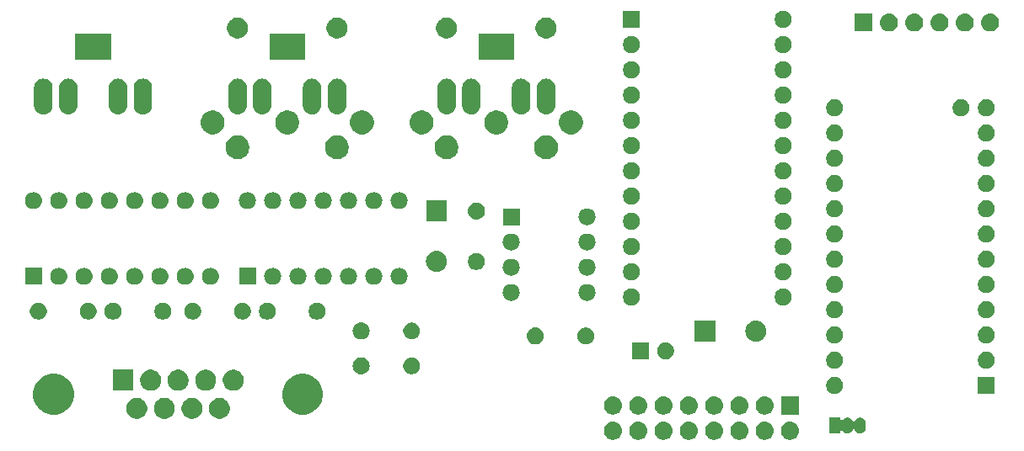
<source format=gbr>
G04 #@! TF.GenerationSoftware,KiCad,Pcbnew,(5.1.4-0-10_14)*
G04 #@! TF.CreationDate,2020-06-13T20:03:12+02:00*
G04 #@! TF.ProjectId,transcribe_circuit,7472616e-7363-4726-9962-655f63697263,rev?*
G04 #@! TF.SameCoordinates,Original*
G04 #@! TF.FileFunction,Soldermask,Bot*
G04 #@! TF.FilePolarity,Negative*
%FSLAX46Y46*%
G04 Gerber Fmt 4.6, Leading zero omitted, Abs format (unit mm)*
G04 Created by KiCad (PCBNEW (5.1.4-0-10_14)) date 2020-06-13 20:03:12*
%MOMM*%
%LPD*%
G04 APERTURE LIST*
%ADD10C,0.100000*%
G04 APERTURE END LIST*
D10*
G36*
X-211889558Y747854482D02*
G01*
X-211823373Y747847963D01*
X-211653534Y747796443D01*
X-211497009Y747712778D01*
X-211461271Y747683448D01*
X-211359814Y747600186D01*
X-211276552Y747498729D01*
X-211247222Y747462991D01*
X-211163557Y747306466D01*
X-211112037Y747136627D01*
X-211094641Y746960000D01*
X-211112037Y746783373D01*
X-211163557Y746613534D01*
X-211247222Y746457009D01*
X-211276552Y746421271D01*
X-211359814Y746319814D01*
X-211461271Y746236552D01*
X-211497009Y746207222D01*
X-211653534Y746123557D01*
X-211823373Y746072037D01*
X-211889557Y746065519D01*
X-211955740Y746059000D01*
X-212044260Y746059000D01*
X-212110443Y746065519D01*
X-212176627Y746072037D01*
X-212346466Y746123557D01*
X-212502991Y746207222D01*
X-212538729Y746236552D01*
X-212640186Y746319814D01*
X-212723448Y746421271D01*
X-212752778Y746457009D01*
X-212836443Y746613534D01*
X-212887963Y746783373D01*
X-212905359Y746960000D01*
X-212887963Y747136627D01*
X-212836443Y747306466D01*
X-212752778Y747462991D01*
X-212723448Y747498729D01*
X-212640186Y747600186D01*
X-212538729Y747683448D01*
X-212502991Y747712778D01*
X-212346466Y747796443D01*
X-212176627Y747847963D01*
X-212110442Y747854482D01*
X-212044260Y747861000D01*
X-211955740Y747861000D01*
X-211889558Y747854482D01*
X-211889558Y747854482D01*
G37*
G36*
X-214429558Y747854482D02*
G01*
X-214363373Y747847963D01*
X-214193534Y747796443D01*
X-214037009Y747712778D01*
X-214001271Y747683448D01*
X-213899814Y747600186D01*
X-213816552Y747498729D01*
X-213787222Y747462991D01*
X-213703557Y747306466D01*
X-213652037Y747136627D01*
X-213634641Y746960000D01*
X-213652037Y746783373D01*
X-213703557Y746613534D01*
X-213787222Y746457009D01*
X-213816552Y746421271D01*
X-213899814Y746319814D01*
X-214001271Y746236552D01*
X-214037009Y746207222D01*
X-214193534Y746123557D01*
X-214363373Y746072037D01*
X-214429557Y746065519D01*
X-214495740Y746059000D01*
X-214584260Y746059000D01*
X-214650443Y746065519D01*
X-214716627Y746072037D01*
X-214886466Y746123557D01*
X-215042991Y746207222D01*
X-215078729Y746236552D01*
X-215180186Y746319814D01*
X-215263448Y746421271D01*
X-215292778Y746457009D01*
X-215376443Y746613534D01*
X-215427963Y746783373D01*
X-215445359Y746960000D01*
X-215427963Y747136627D01*
X-215376443Y747306466D01*
X-215292778Y747462991D01*
X-215263448Y747498729D01*
X-215180186Y747600186D01*
X-215078729Y747683448D01*
X-215042991Y747712778D01*
X-214886466Y747796443D01*
X-214716627Y747847963D01*
X-214650442Y747854482D01*
X-214584260Y747861000D01*
X-214495740Y747861000D01*
X-214429558Y747854482D01*
X-214429558Y747854482D01*
G37*
G36*
X-216969558Y747854482D02*
G01*
X-216903373Y747847963D01*
X-216733534Y747796443D01*
X-216577009Y747712778D01*
X-216541271Y747683448D01*
X-216439814Y747600186D01*
X-216356552Y747498729D01*
X-216327222Y747462991D01*
X-216243557Y747306466D01*
X-216192037Y747136627D01*
X-216174641Y746960000D01*
X-216192037Y746783373D01*
X-216243557Y746613534D01*
X-216327222Y746457009D01*
X-216356552Y746421271D01*
X-216439814Y746319814D01*
X-216541271Y746236552D01*
X-216577009Y746207222D01*
X-216733534Y746123557D01*
X-216903373Y746072037D01*
X-216969557Y746065519D01*
X-217035740Y746059000D01*
X-217124260Y746059000D01*
X-217190443Y746065519D01*
X-217256627Y746072037D01*
X-217426466Y746123557D01*
X-217582991Y746207222D01*
X-217618729Y746236552D01*
X-217720186Y746319814D01*
X-217803448Y746421271D01*
X-217832778Y746457009D01*
X-217916443Y746613534D01*
X-217967963Y746783373D01*
X-217985359Y746960000D01*
X-217967963Y747136627D01*
X-217916443Y747306466D01*
X-217832778Y747462991D01*
X-217803448Y747498729D01*
X-217720186Y747600186D01*
X-217618729Y747683448D01*
X-217582991Y747712778D01*
X-217426466Y747796443D01*
X-217256627Y747847963D01*
X-217190442Y747854482D01*
X-217124260Y747861000D01*
X-217035740Y747861000D01*
X-216969558Y747854482D01*
X-216969558Y747854482D01*
G37*
G36*
X-219509558Y747854482D02*
G01*
X-219443373Y747847963D01*
X-219273534Y747796443D01*
X-219117009Y747712778D01*
X-219081271Y747683448D01*
X-218979814Y747600186D01*
X-218896552Y747498729D01*
X-218867222Y747462991D01*
X-218783557Y747306466D01*
X-218732037Y747136627D01*
X-218714641Y746960000D01*
X-218732037Y746783373D01*
X-218783557Y746613534D01*
X-218867222Y746457009D01*
X-218896552Y746421271D01*
X-218979814Y746319814D01*
X-219081271Y746236552D01*
X-219117009Y746207222D01*
X-219273534Y746123557D01*
X-219443373Y746072037D01*
X-219509557Y746065519D01*
X-219575740Y746059000D01*
X-219664260Y746059000D01*
X-219730443Y746065519D01*
X-219796627Y746072037D01*
X-219966466Y746123557D01*
X-220122991Y746207222D01*
X-220158729Y746236552D01*
X-220260186Y746319814D01*
X-220343448Y746421271D01*
X-220372778Y746457009D01*
X-220456443Y746613534D01*
X-220507963Y746783373D01*
X-220525359Y746960000D01*
X-220507963Y747136627D01*
X-220456443Y747306466D01*
X-220372778Y747462991D01*
X-220343448Y747498729D01*
X-220260186Y747600186D01*
X-220158729Y747683448D01*
X-220122991Y747712778D01*
X-219966466Y747796443D01*
X-219796627Y747847963D01*
X-219730442Y747854482D01*
X-219664260Y747861000D01*
X-219575740Y747861000D01*
X-219509558Y747854482D01*
X-219509558Y747854482D01*
G37*
G36*
X-222049558Y747854482D02*
G01*
X-221983373Y747847963D01*
X-221813534Y747796443D01*
X-221657009Y747712778D01*
X-221621271Y747683448D01*
X-221519814Y747600186D01*
X-221436552Y747498729D01*
X-221407222Y747462991D01*
X-221323557Y747306466D01*
X-221272037Y747136627D01*
X-221254641Y746960000D01*
X-221272037Y746783373D01*
X-221323557Y746613534D01*
X-221407222Y746457009D01*
X-221436552Y746421271D01*
X-221519814Y746319814D01*
X-221621271Y746236552D01*
X-221657009Y746207222D01*
X-221813534Y746123557D01*
X-221983373Y746072037D01*
X-222049557Y746065519D01*
X-222115740Y746059000D01*
X-222204260Y746059000D01*
X-222270443Y746065519D01*
X-222336627Y746072037D01*
X-222506466Y746123557D01*
X-222662991Y746207222D01*
X-222698729Y746236552D01*
X-222800186Y746319814D01*
X-222883448Y746421271D01*
X-222912778Y746457009D01*
X-222996443Y746613534D01*
X-223047963Y746783373D01*
X-223065359Y746960000D01*
X-223047963Y747136627D01*
X-222996443Y747306466D01*
X-222912778Y747462991D01*
X-222883448Y747498729D01*
X-222800186Y747600186D01*
X-222698729Y747683448D01*
X-222662991Y747712778D01*
X-222506466Y747796443D01*
X-222336627Y747847963D01*
X-222270442Y747854482D01*
X-222204260Y747861000D01*
X-222115740Y747861000D01*
X-222049558Y747854482D01*
X-222049558Y747854482D01*
G37*
G36*
X-224589558Y747854482D02*
G01*
X-224523373Y747847963D01*
X-224353534Y747796443D01*
X-224197009Y747712778D01*
X-224161271Y747683448D01*
X-224059814Y747600186D01*
X-223976552Y747498729D01*
X-223947222Y747462991D01*
X-223863557Y747306466D01*
X-223812037Y747136627D01*
X-223794641Y746960000D01*
X-223812037Y746783373D01*
X-223863557Y746613534D01*
X-223947222Y746457009D01*
X-223976552Y746421271D01*
X-224059814Y746319814D01*
X-224161271Y746236552D01*
X-224197009Y746207222D01*
X-224353534Y746123557D01*
X-224523373Y746072037D01*
X-224589557Y746065519D01*
X-224655740Y746059000D01*
X-224744260Y746059000D01*
X-224810443Y746065519D01*
X-224876627Y746072037D01*
X-225046466Y746123557D01*
X-225202991Y746207222D01*
X-225238729Y746236552D01*
X-225340186Y746319814D01*
X-225423448Y746421271D01*
X-225452778Y746457009D01*
X-225536443Y746613534D01*
X-225587963Y746783373D01*
X-225605359Y746960000D01*
X-225587963Y747136627D01*
X-225536443Y747306466D01*
X-225452778Y747462991D01*
X-225423448Y747498729D01*
X-225340186Y747600186D01*
X-225238729Y747683448D01*
X-225202991Y747712778D01*
X-225046466Y747796443D01*
X-224876627Y747847963D01*
X-224810442Y747854482D01*
X-224744260Y747861000D01*
X-224655740Y747861000D01*
X-224589558Y747854482D01*
X-224589558Y747854482D01*
G37*
G36*
X-227129558Y747854482D02*
G01*
X-227063373Y747847963D01*
X-226893534Y747796443D01*
X-226737009Y747712778D01*
X-226701271Y747683448D01*
X-226599814Y747600186D01*
X-226516552Y747498729D01*
X-226487222Y747462991D01*
X-226403557Y747306466D01*
X-226352037Y747136627D01*
X-226334641Y746960000D01*
X-226352037Y746783373D01*
X-226403557Y746613534D01*
X-226487222Y746457009D01*
X-226516552Y746421271D01*
X-226599814Y746319814D01*
X-226701271Y746236552D01*
X-226737009Y746207222D01*
X-226893534Y746123557D01*
X-227063373Y746072037D01*
X-227129557Y746065519D01*
X-227195740Y746059000D01*
X-227284260Y746059000D01*
X-227350443Y746065519D01*
X-227416627Y746072037D01*
X-227586466Y746123557D01*
X-227742991Y746207222D01*
X-227778729Y746236552D01*
X-227880186Y746319814D01*
X-227963448Y746421271D01*
X-227992778Y746457009D01*
X-228076443Y746613534D01*
X-228127963Y746783373D01*
X-228145359Y746960000D01*
X-228127963Y747136627D01*
X-228076443Y747306466D01*
X-227992778Y747462991D01*
X-227963448Y747498729D01*
X-227880186Y747600186D01*
X-227778729Y747683448D01*
X-227742991Y747712778D01*
X-227586466Y747796443D01*
X-227416627Y747847963D01*
X-227350442Y747854482D01*
X-227284260Y747861000D01*
X-227195740Y747861000D01*
X-227129558Y747854482D01*
X-227129558Y747854482D01*
G37*
G36*
X-229669558Y747854482D02*
G01*
X-229603373Y747847963D01*
X-229433534Y747796443D01*
X-229277009Y747712778D01*
X-229241271Y747683448D01*
X-229139814Y747600186D01*
X-229056552Y747498729D01*
X-229027222Y747462991D01*
X-228943557Y747306466D01*
X-228892037Y747136627D01*
X-228874641Y746960000D01*
X-228892037Y746783373D01*
X-228943557Y746613534D01*
X-229027222Y746457009D01*
X-229056552Y746421271D01*
X-229139814Y746319814D01*
X-229241271Y746236552D01*
X-229277009Y746207222D01*
X-229433534Y746123557D01*
X-229603373Y746072037D01*
X-229669557Y746065519D01*
X-229735740Y746059000D01*
X-229824260Y746059000D01*
X-229890443Y746065519D01*
X-229956627Y746072037D01*
X-230126466Y746123557D01*
X-230282991Y746207222D01*
X-230318729Y746236552D01*
X-230420186Y746319814D01*
X-230503448Y746421271D01*
X-230532778Y746457009D01*
X-230616443Y746613534D01*
X-230667963Y746783373D01*
X-230685359Y746960000D01*
X-230667963Y747136627D01*
X-230616443Y747306466D01*
X-230532778Y747462991D01*
X-230503448Y747498729D01*
X-230420186Y747600186D01*
X-230318729Y747683448D01*
X-230282991Y747712778D01*
X-230126466Y747796443D01*
X-229956627Y747847963D01*
X-229890442Y747854482D01*
X-229824260Y747861000D01*
X-229735740Y747861000D01*
X-229669558Y747854482D01*
X-229669558Y747854482D01*
G37*
G36*
X-204847085Y748292666D02*
G01*
X-204738509Y748259729D01*
X-204738506Y748259728D01*
X-204702400Y748240429D01*
X-204638444Y748206244D01*
X-204550736Y748134264D01*
X-204478756Y748046557D01*
X-204444571Y747982601D01*
X-204425272Y747946495D01*
X-204425271Y747946492D01*
X-204392334Y747837916D01*
X-204384000Y747753298D01*
X-204384000Y747246703D01*
X-204392334Y747162084D01*
X-204424748Y747055233D01*
X-204425272Y747053505D01*
X-204435239Y747034859D01*
X-204478756Y746953443D01*
X-204550736Y746865736D01*
X-204638443Y746793756D01*
X-204702399Y746759571D01*
X-204738505Y746740272D01*
X-204738508Y746740271D01*
X-204847084Y746707334D01*
X-204960000Y746696213D01*
X-205072915Y746707334D01*
X-205181491Y746740271D01*
X-205181494Y746740272D01*
X-205217600Y746759571D01*
X-205281556Y746793756D01*
X-205369263Y746865736D01*
X-205441243Y746953443D01*
X-205484761Y747034859D01*
X-205498375Y747055234D01*
X-205515702Y747072561D01*
X-205536076Y747086174D01*
X-205558715Y747095552D01*
X-205582748Y747100332D01*
X-205607252Y747100332D01*
X-205631285Y747095552D01*
X-205653924Y747086174D01*
X-205674299Y747072560D01*
X-205691626Y747055233D01*
X-205705239Y747034859D01*
X-205748756Y746953443D01*
X-205820736Y746865736D01*
X-205908443Y746793756D01*
X-205972399Y746759571D01*
X-206008505Y746740272D01*
X-206008508Y746740271D01*
X-206117084Y746707334D01*
X-206230000Y746696213D01*
X-206342915Y746707334D01*
X-206451491Y746740271D01*
X-206451494Y746740272D01*
X-206487600Y746759571D01*
X-206551556Y746793756D01*
X-206639263Y746865736D01*
X-206702378Y746942641D01*
X-206719703Y746959966D01*
X-206740077Y746973580D01*
X-206762716Y746982957D01*
X-206786750Y746987737D01*
X-206811254Y746987737D01*
X-206835287Y746982956D01*
X-206857926Y746973579D01*
X-206878300Y746959965D01*
X-206895627Y746942638D01*
X-206909241Y746922264D01*
X-206918618Y746899625D01*
X-206924000Y746863340D01*
X-206924000Y746699000D01*
X-208076000Y746699000D01*
X-208076000Y748301000D01*
X-206924000Y748301000D01*
X-206924000Y748136659D01*
X-206921598Y748112273D01*
X-206914485Y748088824D01*
X-206902934Y748067213D01*
X-206887389Y748048271D01*
X-206868447Y748032726D01*
X-206846836Y748021175D01*
X-206823387Y748014062D01*
X-206799001Y748011660D01*
X-206774615Y748014062D01*
X-206751166Y748021175D01*
X-206729555Y748032726D01*
X-206710613Y748048271D01*
X-206702392Y748057343D01*
X-206639264Y748134264D01*
X-206551557Y748206244D01*
X-206487601Y748240429D01*
X-206451495Y748259728D01*
X-206451492Y748259729D01*
X-206342916Y748292666D01*
X-206230000Y748303787D01*
X-206117085Y748292666D01*
X-206008509Y748259729D01*
X-206008506Y748259728D01*
X-205972400Y748240429D01*
X-205908444Y748206244D01*
X-205820736Y748134264D01*
X-205748756Y748046557D01*
X-205705239Y747965141D01*
X-205691625Y747944766D01*
X-205674298Y747927439D01*
X-205653924Y747913826D01*
X-205631285Y747904448D01*
X-205607252Y747899668D01*
X-205582748Y747899668D01*
X-205558715Y747904448D01*
X-205536076Y747913826D01*
X-205515701Y747927440D01*
X-205498374Y747944767D01*
X-205484761Y747965140D01*
X-205441244Y748046556D01*
X-205369264Y748134264D01*
X-205281557Y748206244D01*
X-205217601Y748240429D01*
X-205181495Y748259728D01*
X-205181492Y748259729D01*
X-205072916Y748292666D01*
X-204960000Y748303787D01*
X-204847085Y748292666D01*
X-204847085Y748292666D01*
G37*
G36*
X-274538436Y750220611D02*
G01*
X-274347167Y750141385D01*
X-274347165Y750141384D01*
X-274345371Y750140185D01*
X-274175027Y750026365D01*
X-274028635Y749879973D01*
X-273913615Y749707833D01*
X-273834389Y749516564D01*
X-273794000Y749313516D01*
X-273794000Y749106484D01*
X-273834389Y748903436D01*
X-273899095Y748747222D01*
X-273913616Y748712165D01*
X-274028635Y748540027D01*
X-274175027Y748393635D01*
X-274347165Y748278616D01*
X-274347166Y748278615D01*
X-274347167Y748278615D01*
X-274538436Y748199389D01*
X-274741484Y748159000D01*
X-274948516Y748159000D01*
X-275151564Y748199389D01*
X-275342833Y748278615D01*
X-275342834Y748278615D01*
X-275342835Y748278616D01*
X-275514973Y748393635D01*
X-275661365Y748540027D01*
X-275776384Y748712165D01*
X-275790905Y748747222D01*
X-275855611Y748903436D01*
X-275896000Y749106484D01*
X-275896000Y749313516D01*
X-275855611Y749516564D01*
X-275776385Y749707833D01*
X-275661365Y749879973D01*
X-275514973Y750026365D01*
X-275344629Y750140185D01*
X-275342835Y750141384D01*
X-275342833Y750141385D01*
X-275151564Y750220611D01*
X-274948516Y750261000D01*
X-274741484Y750261000D01*
X-274538436Y750220611D01*
X-274538436Y750220611D01*
G37*
G36*
X-268998436Y750220611D02*
G01*
X-268807167Y750141385D01*
X-268807165Y750141384D01*
X-268805371Y750140185D01*
X-268635027Y750026365D01*
X-268488635Y749879973D01*
X-268373615Y749707833D01*
X-268294389Y749516564D01*
X-268254000Y749313516D01*
X-268254000Y749106484D01*
X-268294389Y748903436D01*
X-268359095Y748747222D01*
X-268373616Y748712165D01*
X-268488635Y748540027D01*
X-268635027Y748393635D01*
X-268807165Y748278616D01*
X-268807166Y748278615D01*
X-268807167Y748278615D01*
X-268998436Y748199389D01*
X-269201484Y748159000D01*
X-269408516Y748159000D01*
X-269611564Y748199389D01*
X-269802833Y748278615D01*
X-269802834Y748278615D01*
X-269802835Y748278616D01*
X-269974973Y748393635D01*
X-270121365Y748540027D01*
X-270236384Y748712165D01*
X-270250905Y748747222D01*
X-270315611Y748903436D01*
X-270356000Y749106484D01*
X-270356000Y749313516D01*
X-270315611Y749516564D01*
X-270236385Y749707833D01*
X-270121365Y749879973D01*
X-269974973Y750026365D01*
X-269804629Y750140185D01*
X-269802835Y750141384D01*
X-269802833Y750141385D01*
X-269611564Y750220611D01*
X-269408516Y750261000D01*
X-269201484Y750261000D01*
X-268998436Y750220611D01*
X-268998436Y750220611D01*
G37*
G36*
X-271768436Y750220611D02*
G01*
X-271577167Y750141385D01*
X-271577165Y750141384D01*
X-271575371Y750140185D01*
X-271405027Y750026365D01*
X-271258635Y749879973D01*
X-271143615Y749707833D01*
X-271064389Y749516564D01*
X-271024000Y749313516D01*
X-271024000Y749106484D01*
X-271064389Y748903436D01*
X-271129095Y748747222D01*
X-271143616Y748712165D01*
X-271258635Y748540027D01*
X-271405027Y748393635D01*
X-271577165Y748278616D01*
X-271577166Y748278615D01*
X-271577167Y748278615D01*
X-271768436Y748199389D01*
X-271971484Y748159000D01*
X-272178516Y748159000D01*
X-272381564Y748199389D01*
X-272572833Y748278615D01*
X-272572834Y748278615D01*
X-272572835Y748278616D01*
X-272744973Y748393635D01*
X-272891365Y748540027D01*
X-273006384Y748712165D01*
X-273020905Y748747222D01*
X-273085611Y748903436D01*
X-273126000Y749106484D01*
X-273126000Y749313516D01*
X-273085611Y749516564D01*
X-273006385Y749707833D01*
X-272891365Y749879973D01*
X-272744973Y750026365D01*
X-272574629Y750140185D01*
X-272572835Y750141384D01*
X-272572833Y750141385D01*
X-272381564Y750220611D01*
X-272178516Y750261000D01*
X-271971484Y750261000D01*
X-271768436Y750220611D01*
X-271768436Y750220611D01*
G37*
G36*
X-277308436Y750220611D02*
G01*
X-277117167Y750141385D01*
X-277117165Y750141384D01*
X-277115371Y750140185D01*
X-276945027Y750026365D01*
X-276798635Y749879973D01*
X-276683615Y749707833D01*
X-276604389Y749516564D01*
X-276564000Y749313516D01*
X-276564000Y749106484D01*
X-276604389Y748903436D01*
X-276669095Y748747222D01*
X-276683616Y748712165D01*
X-276798635Y748540027D01*
X-276945027Y748393635D01*
X-277117165Y748278616D01*
X-277117166Y748278615D01*
X-277117167Y748278615D01*
X-277308436Y748199389D01*
X-277511484Y748159000D01*
X-277718516Y748159000D01*
X-277921564Y748199389D01*
X-278112833Y748278615D01*
X-278112834Y748278615D01*
X-278112835Y748278616D01*
X-278284973Y748393635D01*
X-278431365Y748540027D01*
X-278546384Y748712165D01*
X-278560905Y748747222D01*
X-278625611Y748903436D01*
X-278666000Y749106484D01*
X-278666000Y749313516D01*
X-278625611Y749516564D01*
X-278546385Y749707833D01*
X-278431365Y749879973D01*
X-278284973Y750026365D01*
X-278114629Y750140185D01*
X-278112835Y750141384D01*
X-278112833Y750141385D01*
X-277921564Y750220611D01*
X-277718516Y750261000D01*
X-277511484Y750261000D01*
X-277308436Y750220611D01*
X-277308436Y750220611D01*
G37*
G36*
X-260361746Y752602182D02*
G01*
X-259988489Y752447574D01*
X-259988487Y752447573D01*
X-259652564Y752223116D01*
X-259366884Y751937436D01*
X-259237256Y751743435D01*
X-259142426Y751601511D01*
X-258987818Y751228254D01*
X-258909000Y750832007D01*
X-258909000Y750427993D01*
X-258987818Y750031746D01*
X-259121986Y749707835D01*
X-259142427Y749658487D01*
X-259366884Y749322564D01*
X-259652564Y749036884D01*
X-259988487Y748812427D01*
X-259988488Y748812426D01*
X-259988489Y748812426D01*
X-260361746Y748657818D01*
X-260757993Y748579000D01*
X-261162007Y748579000D01*
X-261558254Y748657818D01*
X-261931511Y748812426D01*
X-261931512Y748812426D01*
X-261931513Y748812427D01*
X-262267436Y749036884D01*
X-262553116Y749322564D01*
X-262777573Y749658487D01*
X-262798014Y749707835D01*
X-262932182Y750031746D01*
X-263011000Y750427993D01*
X-263011000Y750832007D01*
X-262932182Y751228254D01*
X-262777574Y751601511D01*
X-262682743Y751743435D01*
X-262553116Y751937436D01*
X-262267436Y752223116D01*
X-261931513Y752447573D01*
X-261931511Y752447574D01*
X-261558254Y752602182D01*
X-261162007Y752681000D01*
X-260757993Y752681000D01*
X-260361746Y752602182D01*
X-260361746Y752602182D01*
G37*
G36*
X-285361746Y752602182D02*
G01*
X-284988489Y752447574D01*
X-284988487Y752447573D01*
X-284652564Y752223116D01*
X-284366884Y751937436D01*
X-284237256Y751743435D01*
X-284142426Y751601511D01*
X-283987818Y751228254D01*
X-283909000Y750832007D01*
X-283909000Y750427993D01*
X-283987818Y750031746D01*
X-284121986Y749707835D01*
X-284142427Y749658487D01*
X-284366884Y749322564D01*
X-284652564Y749036884D01*
X-284988487Y748812427D01*
X-284988488Y748812426D01*
X-284988489Y748812426D01*
X-285361746Y748657818D01*
X-285757993Y748579000D01*
X-286162007Y748579000D01*
X-286558254Y748657818D01*
X-286931511Y748812426D01*
X-286931512Y748812426D01*
X-286931513Y748812427D01*
X-287267436Y749036884D01*
X-287553116Y749322564D01*
X-287777573Y749658487D01*
X-287798014Y749707835D01*
X-287932182Y750031746D01*
X-288011000Y750427993D01*
X-288011000Y750832007D01*
X-287932182Y751228254D01*
X-287777574Y751601511D01*
X-287682743Y751743435D01*
X-287553116Y751937436D01*
X-287267436Y752223116D01*
X-286931513Y752447573D01*
X-286931511Y752447574D01*
X-286558254Y752602182D01*
X-286162007Y752681000D01*
X-285757993Y752681000D01*
X-285361746Y752602182D01*
X-285361746Y752602182D01*
G37*
G36*
X-229669557Y750394481D02*
G01*
X-229603373Y750387963D01*
X-229433534Y750336443D01*
X-229277009Y750252778D01*
X-229241271Y750223448D01*
X-229139814Y750140186D01*
X-229056552Y750038729D01*
X-229027222Y750002991D01*
X-228943557Y749846466D01*
X-228892037Y749676627D01*
X-228874641Y749500000D01*
X-228892037Y749323373D01*
X-228943557Y749153534D01*
X-229027222Y748997009D01*
X-229056552Y748961271D01*
X-229139814Y748859814D01*
X-229241271Y748776552D01*
X-229277009Y748747222D01*
X-229433534Y748663557D01*
X-229603373Y748612037D01*
X-229669557Y748605519D01*
X-229735740Y748599000D01*
X-229824260Y748599000D01*
X-229890443Y748605519D01*
X-229956627Y748612037D01*
X-230126466Y748663557D01*
X-230282991Y748747222D01*
X-230318729Y748776552D01*
X-230420186Y748859814D01*
X-230503448Y748961271D01*
X-230532778Y748997009D01*
X-230616443Y749153534D01*
X-230667963Y749323373D01*
X-230685359Y749500000D01*
X-230667963Y749676627D01*
X-230616443Y749846466D01*
X-230532778Y750002991D01*
X-230503448Y750038729D01*
X-230420186Y750140186D01*
X-230318729Y750223448D01*
X-230282991Y750252778D01*
X-230126466Y750336443D01*
X-229956627Y750387963D01*
X-229890443Y750394481D01*
X-229824260Y750401000D01*
X-229735740Y750401000D01*
X-229669557Y750394481D01*
X-229669557Y750394481D01*
G37*
G36*
X-224589557Y750394481D02*
G01*
X-224523373Y750387963D01*
X-224353534Y750336443D01*
X-224197009Y750252778D01*
X-224161271Y750223448D01*
X-224059814Y750140186D01*
X-223976552Y750038729D01*
X-223947222Y750002991D01*
X-223863557Y749846466D01*
X-223812037Y749676627D01*
X-223794641Y749500000D01*
X-223812037Y749323373D01*
X-223863557Y749153534D01*
X-223947222Y748997009D01*
X-223976552Y748961271D01*
X-224059814Y748859814D01*
X-224161271Y748776552D01*
X-224197009Y748747222D01*
X-224353534Y748663557D01*
X-224523373Y748612037D01*
X-224589557Y748605519D01*
X-224655740Y748599000D01*
X-224744260Y748599000D01*
X-224810443Y748605519D01*
X-224876627Y748612037D01*
X-225046466Y748663557D01*
X-225202991Y748747222D01*
X-225238729Y748776552D01*
X-225340186Y748859814D01*
X-225423448Y748961271D01*
X-225452778Y748997009D01*
X-225536443Y749153534D01*
X-225587963Y749323373D01*
X-225605359Y749500000D01*
X-225587963Y749676627D01*
X-225536443Y749846466D01*
X-225452778Y750002991D01*
X-225423448Y750038729D01*
X-225340186Y750140186D01*
X-225238729Y750223448D01*
X-225202991Y750252778D01*
X-225046466Y750336443D01*
X-224876627Y750387963D01*
X-224810443Y750394481D01*
X-224744260Y750401000D01*
X-224655740Y750401000D01*
X-224589557Y750394481D01*
X-224589557Y750394481D01*
G37*
G36*
X-227129557Y750394481D02*
G01*
X-227063373Y750387963D01*
X-226893534Y750336443D01*
X-226737009Y750252778D01*
X-226701271Y750223448D01*
X-226599814Y750140186D01*
X-226516552Y750038729D01*
X-226487222Y750002991D01*
X-226403557Y749846466D01*
X-226352037Y749676627D01*
X-226334641Y749500000D01*
X-226352037Y749323373D01*
X-226403557Y749153534D01*
X-226487222Y748997009D01*
X-226516552Y748961271D01*
X-226599814Y748859814D01*
X-226701271Y748776552D01*
X-226737009Y748747222D01*
X-226893534Y748663557D01*
X-227063373Y748612037D01*
X-227129557Y748605519D01*
X-227195740Y748599000D01*
X-227284260Y748599000D01*
X-227350443Y748605519D01*
X-227416627Y748612037D01*
X-227586466Y748663557D01*
X-227742991Y748747222D01*
X-227778729Y748776552D01*
X-227880186Y748859814D01*
X-227963448Y748961271D01*
X-227992778Y748997009D01*
X-228076443Y749153534D01*
X-228127963Y749323373D01*
X-228145359Y749500000D01*
X-228127963Y749676627D01*
X-228076443Y749846466D01*
X-227992778Y750002991D01*
X-227963448Y750038729D01*
X-227880186Y750140186D01*
X-227778729Y750223448D01*
X-227742991Y750252778D01*
X-227586466Y750336443D01*
X-227416627Y750387963D01*
X-227350443Y750394481D01*
X-227284260Y750401000D01*
X-227195740Y750401000D01*
X-227129557Y750394481D01*
X-227129557Y750394481D01*
G37*
G36*
X-222049557Y750394481D02*
G01*
X-221983373Y750387963D01*
X-221813534Y750336443D01*
X-221657009Y750252778D01*
X-221621271Y750223448D01*
X-221519814Y750140186D01*
X-221436552Y750038729D01*
X-221407222Y750002991D01*
X-221323557Y749846466D01*
X-221272037Y749676627D01*
X-221254641Y749500000D01*
X-221272037Y749323373D01*
X-221323557Y749153534D01*
X-221407222Y748997009D01*
X-221436552Y748961271D01*
X-221519814Y748859814D01*
X-221621271Y748776552D01*
X-221657009Y748747222D01*
X-221813534Y748663557D01*
X-221983373Y748612037D01*
X-222049557Y748605519D01*
X-222115740Y748599000D01*
X-222204260Y748599000D01*
X-222270443Y748605519D01*
X-222336627Y748612037D01*
X-222506466Y748663557D01*
X-222662991Y748747222D01*
X-222698729Y748776552D01*
X-222800186Y748859814D01*
X-222883448Y748961271D01*
X-222912778Y748997009D01*
X-222996443Y749153534D01*
X-223047963Y749323373D01*
X-223065359Y749500000D01*
X-223047963Y749676627D01*
X-222996443Y749846466D01*
X-222912778Y750002991D01*
X-222883448Y750038729D01*
X-222800186Y750140186D01*
X-222698729Y750223448D01*
X-222662991Y750252778D01*
X-222506466Y750336443D01*
X-222336627Y750387963D01*
X-222270443Y750394481D01*
X-222204260Y750401000D01*
X-222115740Y750401000D01*
X-222049557Y750394481D01*
X-222049557Y750394481D01*
G37*
G36*
X-219509557Y750394481D02*
G01*
X-219443373Y750387963D01*
X-219273534Y750336443D01*
X-219117009Y750252778D01*
X-219081271Y750223448D01*
X-218979814Y750140186D01*
X-218896552Y750038729D01*
X-218867222Y750002991D01*
X-218783557Y749846466D01*
X-218732037Y749676627D01*
X-218714641Y749500000D01*
X-218732037Y749323373D01*
X-218783557Y749153534D01*
X-218867222Y748997009D01*
X-218896552Y748961271D01*
X-218979814Y748859814D01*
X-219081271Y748776552D01*
X-219117009Y748747222D01*
X-219273534Y748663557D01*
X-219443373Y748612037D01*
X-219509557Y748605519D01*
X-219575740Y748599000D01*
X-219664260Y748599000D01*
X-219730443Y748605519D01*
X-219796627Y748612037D01*
X-219966466Y748663557D01*
X-220122991Y748747222D01*
X-220158729Y748776552D01*
X-220260186Y748859814D01*
X-220343448Y748961271D01*
X-220372778Y748997009D01*
X-220456443Y749153534D01*
X-220507963Y749323373D01*
X-220525359Y749500000D01*
X-220507963Y749676627D01*
X-220456443Y749846466D01*
X-220372778Y750002991D01*
X-220343448Y750038729D01*
X-220260186Y750140186D01*
X-220158729Y750223448D01*
X-220122991Y750252778D01*
X-219966466Y750336443D01*
X-219796627Y750387963D01*
X-219730443Y750394481D01*
X-219664260Y750401000D01*
X-219575740Y750401000D01*
X-219509557Y750394481D01*
X-219509557Y750394481D01*
G37*
G36*
X-216969557Y750394481D02*
G01*
X-216903373Y750387963D01*
X-216733534Y750336443D01*
X-216577009Y750252778D01*
X-216541271Y750223448D01*
X-216439814Y750140186D01*
X-216356552Y750038729D01*
X-216327222Y750002991D01*
X-216243557Y749846466D01*
X-216192037Y749676627D01*
X-216174641Y749500000D01*
X-216192037Y749323373D01*
X-216243557Y749153534D01*
X-216327222Y748997009D01*
X-216356552Y748961271D01*
X-216439814Y748859814D01*
X-216541271Y748776552D01*
X-216577009Y748747222D01*
X-216733534Y748663557D01*
X-216903373Y748612037D01*
X-216969557Y748605519D01*
X-217035740Y748599000D01*
X-217124260Y748599000D01*
X-217190443Y748605519D01*
X-217256627Y748612037D01*
X-217426466Y748663557D01*
X-217582991Y748747222D01*
X-217618729Y748776552D01*
X-217720186Y748859814D01*
X-217803448Y748961271D01*
X-217832778Y748997009D01*
X-217916443Y749153534D01*
X-217967963Y749323373D01*
X-217985359Y749500000D01*
X-217967963Y749676627D01*
X-217916443Y749846466D01*
X-217832778Y750002991D01*
X-217803448Y750038729D01*
X-217720186Y750140186D01*
X-217618729Y750223448D01*
X-217582991Y750252778D01*
X-217426466Y750336443D01*
X-217256627Y750387963D01*
X-217190443Y750394481D01*
X-217124260Y750401000D01*
X-217035740Y750401000D01*
X-216969557Y750394481D01*
X-216969557Y750394481D01*
G37*
G36*
X-214429557Y750394481D02*
G01*
X-214363373Y750387963D01*
X-214193534Y750336443D01*
X-214037009Y750252778D01*
X-214001271Y750223448D01*
X-213899814Y750140186D01*
X-213816552Y750038729D01*
X-213787222Y750002991D01*
X-213703557Y749846466D01*
X-213652037Y749676627D01*
X-213634641Y749500000D01*
X-213652037Y749323373D01*
X-213703557Y749153534D01*
X-213787222Y748997009D01*
X-213816552Y748961271D01*
X-213899814Y748859814D01*
X-214001271Y748776552D01*
X-214037009Y748747222D01*
X-214193534Y748663557D01*
X-214363373Y748612037D01*
X-214429557Y748605519D01*
X-214495740Y748599000D01*
X-214584260Y748599000D01*
X-214650443Y748605519D01*
X-214716627Y748612037D01*
X-214886466Y748663557D01*
X-215042991Y748747222D01*
X-215078729Y748776552D01*
X-215180186Y748859814D01*
X-215263448Y748961271D01*
X-215292778Y748997009D01*
X-215376443Y749153534D01*
X-215427963Y749323373D01*
X-215445359Y749500000D01*
X-215427963Y749676627D01*
X-215376443Y749846466D01*
X-215292778Y750002991D01*
X-215263448Y750038729D01*
X-215180186Y750140186D01*
X-215078729Y750223448D01*
X-215042991Y750252778D01*
X-214886466Y750336443D01*
X-214716627Y750387963D01*
X-214650443Y750394481D01*
X-214584260Y750401000D01*
X-214495740Y750401000D01*
X-214429557Y750394481D01*
X-214429557Y750394481D01*
G37*
G36*
X-211099000Y748599000D02*
G01*
X-212901000Y748599000D01*
X-212901000Y750401000D01*
X-211099000Y750401000D01*
X-211099000Y748599000D01*
X-211099000Y748599000D01*
G37*
G36*
X-191429000Y750679000D02*
G01*
X-193131000Y750679000D01*
X-193131000Y752381000D01*
X-191429000Y752381000D01*
X-191429000Y750679000D01*
X-191429000Y750679000D01*
G37*
G36*
X-207271772Y752348297D02*
G01*
X-207116900Y752284147D01*
X-206977519Y752191015D01*
X-206858985Y752072481D01*
X-206765853Y751933100D01*
X-206701703Y751778228D01*
X-206669000Y751613816D01*
X-206669000Y751446184D01*
X-206701703Y751281772D01*
X-206765853Y751126900D01*
X-206858985Y750987519D01*
X-206977519Y750868985D01*
X-207116900Y750775853D01*
X-207271772Y750711703D01*
X-207436184Y750679000D01*
X-207603816Y750679000D01*
X-207768228Y750711703D01*
X-207923100Y750775853D01*
X-208062481Y750868985D01*
X-208181015Y750987519D01*
X-208274147Y751126900D01*
X-208338297Y751281772D01*
X-208371000Y751446184D01*
X-208371000Y751613816D01*
X-208338297Y751778228D01*
X-208274147Y751933100D01*
X-208181015Y752072481D01*
X-208062481Y752191015D01*
X-207923100Y752284147D01*
X-207768228Y752348297D01*
X-207603816Y752381000D01*
X-207436184Y752381000D01*
X-207271772Y752348297D01*
X-207271772Y752348297D01*
G37*
G36*
X-277949000Y750999000D02*
G01*
X-280051000Y750999000D01*
X-280051000Y753101000D01*
X-277949000Y753101000D01*
X-277949000Y750999000D01*
X-277949000Y750999000D01*
G37*
G36*
X-275923436Y753060611D02*
G01*
X-275732167Y752981385D01*
X-275732165Y752981384D01*
X-275696450Y752957520D01*
X-275560027Y752866365D01*
X-275413635Y752719973D01*
X-275298615Y752547833D01*
X-275219389Y752356564D01*
X-275179000Y752153516D01*
X-275179000Y751946484D01*
X-275219389Y751743436D01*
X-275278176Y751601511D01*
X-275298616Y751552165D01*
X-275413635Y751380027D01*
X-275560027Y751233635D01*
X-275732165Y751118616D01*
X-275732166Y751118615D01*
X-275732167Y751118615D01*
X-275923436Y751039389D01*
X-276126484Y750999000D01*
X-276333516Y750999000D01*
X-276536564Y751039389D01*
X-276727833Y751118615D01*
X-276727834Y751118615D01*
X-276727835Y751118616D01*
X-276899973Y751233635D01*
X-277046365Y751380027D01*
X-277161384Y751552165D01*
X-277181824Y751601511D01*
X-277240611Y751743436D01*
X-277281000Y751946484D01*
X-277281000Y752153516D01*
X-277240611Y752356564D01*
X-277161385Y752547833D01*
X-277046365Y752719973D01*
X-276899973Y752866365D01*
X-276763550Y752957520D01*
X-276727835Y752981384D01*
X-276727833Y752981385D01*
X-276536564Y753060611D01*
X-276333516Y753101000D01*
X-276126484Y753101000D01*
X-275923436Y753060611D01*
X-275923436Y753060611D01*
G37*
G36*
X-273153436Y753060611D02*
G01*
X-272962167Y752981385D01*
X-272962165Y752981384D01*
X-272926450Y752957520D01*
X-272790027Y752866365D01*
X-272643635Y752719973D01*
X-272528615Y752547833D01*
X-272449389Y752356564D01*
X-272409000Y752153516D01*
X-272409000Y751946484D01*
X-272449389Y751743436D01*
X-272508176Y751601511D01*
X-272528616Y751552165D01*
X-272643635Y751380027D01*
X-272790027Y751233635D01*
X-272962165Y751118616D01*
X-272962166Y751118615D01*
X-272962167Y751118615D01*
X-273153436Y751039389D01*
X-273356484Y750999000D01*
X-273563516Y750999000D01*
X-273766564Y751039389D01*
X-273957833Y751118615D01*
X-273957834Y751118615D01*
X-273957835Y751118616D01*
X-274129973Y751233635D01*
X-274276365Y751380027D01*
X-274391384Y751552165D01*
X-274411824Y751601511D01*
X-274470611Y751743436D01*
X-274511000Y751946484D01*
X-274511000Y752153516D01*
X-274470611Y752356564D01*
X-274391385Y752547833D01*
X-274276365Y752719973D01*
X-274129973Y752866365D01*
X-273993550Y752957520D01*
X-273957835Y752981384D01*
X-273957833Y752981385D01*
X-273766564Y753060611D01*
X-273563516Y753101000D01*
X-273356484Y753101000D01*
X-273153436Y753060611D01*
X-273153436Y753060611D01*
G37*
G36*
X-267613436Y753060611D02*
G01*
X-267422167Y752981385D01*
X-267422165Y752981384D01*
X-267386450Y752957520D01*
X-267250027Y752866365D01*
X-267103635Y752719973D01*
X-266988615Y752547833D01*
X-266909389Y752356564D01*
X-266869000Y752153516D01*
X-266869000Y751946484D01*
X-266909389Y751743436D01*
X-266968176Y751601511D01*
X-266988616Y751552165D01*
X-267103635Y751380027D01*
X-267250027Y751233635D01*
X-267422165Y751118616D01*
X-267422166Y751118615D01*
X-267422167Y751118615D01*
X-267613436Y751039389D01*
X-267816484Y750999000D01*
X-268023516Y750999000D01*
X-268226564Y751039389D01*
X-268417833Y751118615D01*
X-268417834Y751118615D01*
X-268417835Y751118616D01*
X-268589973Y751233635D01*
X-268736365Y751380027D01*
X-268851384Y751552165D01*
X-268871824Y751601511D01*
X-268930611Y751743436D01*
X-268971000Y751946484D01*
X-268971000Y752153516D01*
X-268930611Y752356564D01*
X-268851385Y752547833D01*
X-268736365Y752719973D01*
X-268589973Y752866365D01*
X-268453550Y752957520D01*
X-268417835Y752981384D01*
X-268417833Y752981385D01*
X-268226564Y753060611D01*
X-268023516Y753101000D01*
X-267816484Y753101000D01*
X-267613436Y753060611D01*
X-267613436Y753060611D01*
G37*
G36*
X-270383436Y753060611D02*
G01*
X-270192167Y752981385D01*
X-270192165Y752981384D01*
X-270156450Y752957520D01*
X-270020027Y752866365D01*
X-269873635Y752719973D01*
X-269758615Y752547833D01*
X-269679389Y752356564D01*
X-269639000Y752153516D01*
X-269639000Y751946484D01*
X-269679389Y751743436D01*
X-269738176Y751601511D01*
X-269758616Y751552165D01*
X-269873635Y751380027D01*
X-270020027Y751233635D01*
X-270192165Y751118616D01*
X-270192166Y751118615D01*
X-270192167Y751118615D01*
X-270383436Y751039389D01*
X-270586484Y750999000D01*
X-270793516Y750999000D01*
X-270996564Y751039389D01*
X-271187833Y751118615D01*
X-271187834Y751118615D01*
X-271187835Y751118616D01*
X-271359973Y751233635D01*
X-271506365Y751380027D01*
X-271621384Y751552165D01*
X-271641824Y751601511D01*
X-271700611Y751743436D01*
X-271741000Y751946484D01*
X-271741000Y752153516D01*
X-271700611Y752356564D01*
X-271621385Y752547833D01*
X-271506365Y752719973D01*
X-271359973Y752866365D01*
X-271223550Y752957520D01*
X-271187835Y752981384D01*
X-271187833Y752981385D01*
X-270996564Y753060611D01*
X-270793516Y753101000D01*
X-270586484Y753101000D01*
X-270383436Y753060611D01*
X-270383436Y753060611D01*
G37*
G36*
X-254913177Y754338687D02*
G01*
X-254752758Y754290024D01*
X-254620094Y754219114D01*
X-254604922Y754211004D01*
X-254475341Y754104659D01*
X-254368996Y753975078D01*
X-254368995Y753975076D01*
X-254289976Y753827242D01*
X-254241313Y753666823D01*
X-254224883Y753500000D01*
X-254241313Y753333177D01*
X-254289976Y753172758D01*
X-254360886Y753040094D01*
X-254368996Y753024922D01*
X-254475341Y752895341D01*
X-254604922Y752788996D01*
X-254604924Y752788995D01*
X-254752758Y752709976D01*
X-254913177Y752661313D01*
X-255038196Y752649000D01*
X-255121804Y752649000D01*
X-255246823Y752661313D01*
X-255407242Y752709976D01*
X-255555076Y752788995D01*
X-255555078Y752788996D01*
X-255684659Y752895341D01*
X-255791004Y753024922D01*
X-255799114Y753040094D01*
X-255870024Y753172758D01*
X-255918687Y753333177D01*
X-255935117Y753500000D01*
X-255918687Y753666823D01*
X-255870024Y753827242D01*
X-255791005Y753975076D01*
X-255791004Y753975078D01*
X-255684659Y754104659D01*
X-255555078Y754211004D01*
X-255539906Y754219114D01*
X-255407242Y754290024D01*
X-255246823Y754338687D01*
X-255121804Y754351000D01*
X-255038196Y754351000D01*
X-254913177Y754338687D01*
X-254913177Y754338687D01*
G37*
G36*
X-249751772Y754318297D02*
G01*
X-249596900Y754254147D01*
X-249457519Y754161015D01*
X-249338985Y754042481D01*
X-249245853Y753903100D01*
X-249181703Y753748228D01*
X-249149000Y753583816D01*
X-249149000Y753416184D01*
X-249181703Y753251772D01*
X-249245853Y753096900D01*
X-249338985Y752957519D01*
X-249457519Y752838985D01*
X-249596900Y752745853D01*
X-249751772Y752681703D01*
X-249916184Y752649000D01*
X-250083816Y752649000D01*
X-250248228Y752681703D01*
X-250403100Y752745853D01*
X-250542481Y752838985D01*
X-250661015Y752957519D01*
X-250754147Y753096900D01*
X-250818297Y753251772D01*
X-250851000Y753416184D01*
X-250851000Y753583816D01*
X-250818297Y753748228D01*
X-250754147Y753903100D01*
X-250661015Y754042481D01*
X-250542481Y754161015D01*
X-250403100Y754254147D01*
X-250248228Y754318297D01*
X-250083816Y754351000D01*
X-249916184Y754351000D01*
X-249751772Y754318297D01*
X-249751772Y754318297D01*
G37*
G36*
X-207271772Y754888297D02*
G01*
X-207116900Y754824147D01*
X-206977519Y754731015D01*
X-206858985Y754612481D01*
X-206765853Y754473100D01*
X-206701703Y754318228D01*
X-206669000Y754153816D01*
X-206669000Y753986184D01*
X-206701703Y753821772D01*
X-206765853Y753666900D01*
X-206858985Y753527519D01*
X-206977519Y753408985D01*
X-207116900Y753315853D01*
X-207271772Y753251703D01*
X-207436184Y753219000D01*
X-207603816Y753219000D01*
X-207768228Y753251703D01*
X-207923100Y753315853D01*
X-208062481Y753408985D01*
X-208181015Y753527519D01*
X-208274147Y753666900D01*
X-208338297Y753821772D01*
X-208371000Y753986184D01*
X-208371000Y754153816D01*
X-208338297Y754318228D01*
X-208274147Y754473100D01*
X-208181015Y754612481D01*
X-208062481Y754731015D01*
X-207923100Y754824147D01*
X-207768228Y754888297D01*
X-207603816Y754921000D01*
X-207436184Y754921000D01*
X-207271772Y754888297D01*
X-207271772Y754888297D01*
G37*
G36*
X-192031772Y754888297D02*
G01*
X-191876900Y754824147D01*
X-191737519Y754731015D01*
X-191618985Y754612481D01*
X-191525853Y754473100D01*
X-191461703Y754318228D01*
X-191429000Y754153816D01*
X-191429000Y753986184D01*
X-191461703Y753821772D01*
X-191525853Y753666900D01*
X-191618985Y753527519D01*
X-191737519Y753408985D01*
X-191876900Y753315853D01*
X-192031772Y753251703D01*
X-192196184Y753219000D01*
X-192363816Y753219000D01*
X-192528228Y753251703D01*
X-192683100Y753315853D01*
X-192822481Y753408985D01*
X-192941015Y753527519D01*
X-193034147Y753666900D01*
X-193098297Y753821772D01*
X-193131000Y753986184D01*
X-193131000Y754153816D01*
X-193098297Y754318228D01*
X-193034147Y754473100D01*
X-192941015Y754612481D01*
X-192822481Y754731015D01*
X-192683100Y754824147D01*
X-192528228Y754888297D01*
X-192363816Y754921000D01*
X-192196184Y754921000D01*
X-192031772Y754888297D01*
X-192031772Y754888297D01*
G37*
G36*
X-224251772Y755818297D02*
G01*
X-224096900Y755754147D01*
X-223957519Y755661015D01*
X-223838985Y755542481D01*
X-223745853Y755403100D01*
X-223681703Y755248228D01*
X-223649000Y755083816D01*
X-223649000Y754916184D01*
X-223681703Y754751772D01*
X-223745853Y754596900D01*
X-223838985Y754457519D01*
X-223957519Y754338985D01*
X-224096900Y754245853D01*
X-224251772Y754181703D01*
X-224416184Y754149000D01*
X-224583816Y754149000D01*
X-224748228Y754181703D01*
X-224903100Y754245853D01*
X-225042481Y754338985D01*
X-225161015Y754457519D01*
X-225254147Y754596900D01*
X-225318297Y754751772D01*
X-225351000Y754916184D01*
X-225351000Y755083816D01*
X-225318297Y755248228D01*
X-225254147Y755403100D01*
X-225161015Y755542481D01*
X-225042481Y755661015D01*
X-224903100Y755754147D01*
X-224748228Y755818297D01*
X-224583816Y755851000D01*
X-224416184Y755851000D01*
X-224251772Y755818297D01*
X-224251772Y755818297D01*
G37*
G36*
X-226149000Y754149000D02*
G01*
X-227851000Y754149000D01*
X-227851000Y755851000D01*
X-226149000Y755851000D01*
X-226149000Y754149000D01*
X-226149000Y754149000D01*
G37*
G36*
X-237413177Y757338687D02*
G01*
X-237252758Y757290024D01*
X-237120094Y757219114D01*
X-237104922Y757211004D01*
X-236975341Y757104659D01*
X-236868996Y756975078D01*
X-236868995Y756975076D01*
X-236789976Y756827242D01*
X-236741313Y756666823D01*
X-236724883Y756500000D01*
X-236741313Y756333177D01*
X-236767803Y756245853D01*
X-236787262Y756181703D01*
X-236789976Y756172758D01*
X-236860886Y756040094D01*
X-236868996Y756024922D01*
X-236975341Y755895341D01*
X-237104922Y755788996D01*
X-237104924Y755788995D01*
X-237252758Y755709976D01*
X-237413177Y755661313D01*
X-237538196Y755649000D01*
X-237621804Y755649000D01*
X-237746823Y755661313D01*
X-237907242Y755709976D01*
X-238055076Y755788995D01*
X-238055078Y755788996D01*
X-238184659Y755895341D01*
X-238291004Y756024922D01*
X-238299114Y756040094D01*
X-238370024Y756172758D01*
X-238372737Y756181703D01*
X-238392197Y756245853D01*
X-238418687Y756333177D01*
X-238435117Y756500000D01*
X-238418687Y756666823D01*
X-238370024Y756827242D01*
X-238291005Y756975076D01*
X-238291004Y756975078D01*
X-238184659Y757104659D01*
X-238055078Y757211004D01*
X-238039906Y757219114D01*
X-237907242Y757290024D01*
X-237746823Y757338687D01*
X-237621804Y757351000D01*
X-237538196Y757351000D01*
X-237413177Y757338687D01*
X-237413177Y757338687D01*
G37*
G36*
X-232251772Y757318297D02*
G01*
X-232096900Y757254147D01*
X-231957519Y757161015D01*
X-231838985Y757042481D01*
X-231745853Y756903100D01*
X-231681703Y756748228D01*
X-231649000Y756583816D01*
X-231649000Y756416184D01*
X-231681703Y756251772D01*
X-231745853Y756096900D01*
X-231838985Y755957519D01*
X-231957519Y755838985D01*
X-232096900Y755745853D01*
X-232251772Y755681703D01*
X-232416184Y755649000D01*
X-232583816Y755649000D01*
X-232748228Y755681703D01*
X-232903100Y755745853D01*
X-233042481Y755838985D01*
X-233161015Y755957519D01*
X-233254147Y756096900D01*
X-233318297Y756251772D01*
X-233351000Y756416184D01*
X-233351000Y756583816D01*
X-233318297Y756748228D01*
X-233254147Y756903100D01*
X-233161015Y757042481D01*
X-233042481Y757161015D01*
X-232903100Y757254147D01*
X-232748228Y757318297D01*
X-232583816Y757351000D01*
X-232416184Y757351000D01*
X-232251772Y757318297D01*
X-232251772Y757318297D01*
G37*
G36*
X-192031772Y757428297D02*
G01*
X-191876900Y757364147D01*
X-191737519Y757271015D01*
X-191618985Y757152481D01*
X-191525853Y757013100D01*
X-191461703Y756858228D01*
X-191429000Y756693816D01*
X-191429000Y756526184D01*
X-191461703Y756361772D01*
X-191525853Y756206900D01*
X-191618985Y756067519D01*
X-191737519Y755948985D01*
X-191876900Y755855853D01*
X-192031772Y755791703D01*
X-192196184Y755759000D01*
X-192363816Y755759000D01*
X-192528228Y755791703D01*
X-192683100Y755855853D01*
X-192822481Y755948985D01*
X-192941015Y756067519D01*
X-193034147Y756206900D01*
X-193098297Y756361772D01*
X-193131000Y756526184D01*
X-193131000Y756693816D01*
X-193098297Y756858228D01*
X-193034147Y757013100D01*
X-192941015Y757152481D01*
X-192822481Y757271015D01*
X-192683100Y757364147D01*
X-192528228Y757428297D01*
X-192363816Y757461000D01*
X-192196184Y757461000D01*
X-192031772Y757428297D01*
X-192031772Y757428297D01*
G37*
G36*
X-207271772Y757428297D02*
G01*
X-207116900Y757364147D01*
X-206977519Y757271015D01*
X-206858985Y757152481D01*
X-206765853Y757013100D01*
X-206701703Y756858228D01*
X-206669000Y756693816D01*
X-206669000Y756526184D01*
X-206701703Y756361772D01*
X-206765853Y756206900D01*
X-206858985Y756067519D01*
X-206977519Y755948985D01*
X-207116900Y755855853D01*
X-207271772Y755791703D01*
X-207436184Y755759000D01*
X-207603816Y755759000D01*
X-207768228Y755791703D01*
X-207923100Y755855853D01*
X-208062481Y755948985D01*
X-208181015Y756067519D01*
X-208274147Y756206900D01*
X-208338297Y756361772D01*
X-208371000Y756526184D01*
X-208371000Y756693816D01*
X-208338297Y756858228D01*
X-208274147Y757013100D01*
X-208181015Y757152481D01*
X-208062481Y757271015D01*
X-207923100Y757364147D01*
X-207768228Y757428297D01*
X-207603816Y757461000D01*
X-207436184Y757461000D01*
X-207271772Y757428297D01*
X-207271772Y757428297D01*
G37*
G36*
X-219449000Y755949000D02*
G01*
X-221551000Y755949000D01*
X-221551000Y758051000D01*
X-219449000Y758051000D01*
X-219449000Y755949000D01*
X-219449000Y755949000D01*
G37*
G36*
X-215316903Y758045931D02*
G01*
X-215213968Y758035793D01*
X-215015854Y757975695D01*
X-215015851Y757975694D01*
X-214919025Y757923939D01*
X-214833271Y757878103D01*
X-214673235Y757746765D01*
X-214541897Y757586729D01*
X-214518246Y757542481D01*
X-214444306Y757404149D01*
X-214444305Y757404146D01*
X-214384207Y757206032D01*
X-214363915Y757000000D01*
X-214384207Y756793968D01*
X-214420976Y756672758D01*
X-214444306Y756595851D01*
X-214482219Y756524922D01*
X-214541897Y756413271D01*
X-214673235Y756253235D01*
X-214833271Y756121897D01*
X-214919025Y756076061D01*
X-215015851Y756024306D01*
X-215015854Y756024305D01*
X-215213968Y755964207D01*
X-215281874Y755957519D01*
X-215368369Y755949000D01*
X-215471631Y755949000D01*
X-215558126Y755957519D01*
X-215626032Y755964207D01*
X-215824146Y756024305D01*
X-215824149Y756024306D01*
X-215920975Y756076061D01*
X-216006729Y756121897D01*
X-216166765Y756253235D01*
X-216298103Y756413271D01*
X-216357781Y756524922D01*
X-216395694Y756595851D01*
X-216419024Y756672758D01*
X-216455793Y756793968D01*
X-216476085Y757000000D01*
X-216455793Y757206032D01*
X-216395695Y757404146D01*
X-216395694Y757404149D01*
X-216321754Y757542481D01*
X-216298103Y757586729D01*
X-216166765Y757746765D01*
X-216006729Y757878103D01*
X-215920975Y757923939D01*
X-215824149Y757975694D01*
X-215824146Y757975695D01*
X-215626032Y758035793D01*
X-215523097Y758045931D01*
X-215471631Y758051000D01*
X-215368369Y758051000D01*
X-215316903Y758045931D01*
X-215316903Y758045931D01*
G37*
G36*
X-249751772Y757818297D02*
G01*
X-249596900Y757754147D01*
X-249457519Y757661015D01*
X-249338985Y757542481D01*
X-249245853Y757403100D01*
X-249181703Y757248228D01*
X-249149000Y757083816D01*
X-249149000Y756916184D01*
X-249181703Y756751772D01*
X-249245853Y756596900D01*
X-249338985Y756457519D01*
X-249457519Y756338985D01*
X-249596900Y756245853D01*
X-249751772Y756181703D01*
X-249916184Y756149000D01*
X-250083816Y756149000D01*
X-250248228Y756181703D01*
X-250403100Y756245853D01*
X-250542481Y756338985D01*
X-250661015Y756457519D01*
X-250754147Y756596900D01*
X-250818297Y756751772D01*
X-250851000Y756916184D01*
X-250851000Y757083816D01*
X-250818297Y757248228D01*
X-250754147Y757403100D01*
X-250661015Y757542481D01*
X-250542481Y757661015D01*
X-250403100Y757754147D01*
X-250248228Y757818297D01*
X-250083816Y757851000D01*
X-249916184Y757851000D01*
X-249751772Y757818297D01*
X-249751772Y757818297D01*
G37*
G36*
X-254913177Y757838687D02*
G01*
X-254752758Y757790024D01*
X-254620094Y757719114D01*
X-254604922Y757711004D01*
X-254475341Y757604659D01*
X-254368996Y757475078D01*
X-254368995Y757475076D01*
X-254289976Y757327242D01*
X-254289975Y757327239D01*
X-254287262Y757318295D01*
X-254241313Y757166823D01*
X-254224883Y757000000D01*
X-254241313Y756833177D01*
X-254289976Y756672758D01*
X-254330523Y756596900D01*
X-254368996Y756524922D01*
X-254475341Y756395341D01*
X-254604922Y756288996D01*
X-254604924Y756288995D01*
X-254752758Y756209976D01*
X-254913177Y756161313D01*
X-255038196Y756149000D01*
X-255121804Y756149000D01*
X-255246823Y756161313D01*
X-255407242Y756209976D01*
X-255555076Y756288995D01*
X-255555078Y756288996D01*
X-255684659Y756395341D01*
X-255791004Y756524922D01*
X-255829477Y756596900D01*
X-255870024Y756672758D01*
X-255918687Y756833177D01*
X-255935117Y757000000D01*
X-255918687Y757166823D01*
X-255872738Y757318295D01*
X-255870025Y757327239D01*
X-255870024Y757327242D01*
X-255791005Y757475076D01*
X-255791004Y757475078D01*
X-255684659Y757604659D01*
X-255555078Y757711004D01*
X-255539906Y757719114D01*
X-255407242Y757790024D01*
X-255246823Y757838687D01*
X-255121804Y757851000D01*
X-255038196Y757851000D01*
X-254913177Y757838687D01*
X-254913177Y757838687D01*
G37*
G36*
X-287251772Y759818297D02*
G01*
X-287096900Y759754147D01*
X-286957519Y759661015D01*
X-286838985Y759542481D01*
X-286745853Y759403100D01*
X-286681703Y759248228D01*
X-286649000Y759083816D01*
X-286649000Y758916184D01*
X-286681703Y758751772D01*
X-286745853Y758596900D01*
X-286838985Y758457519D01*
X-286957519Y758338985D01*
X-287096900Y758245853D01*
X-287251772Y758181703D01*
X-287416184Y758149000D01*
X-287583816Y758149000D01*
X-287748228Y758181703D01*
X-287903100Y758245853D01*
X-288042481Y758338985D01*
X-288161015Y758457519D01*
X-288254147Y758596900D01*
X-288318297Y758751772D01*
X-288351000Y758916184D01*
X-288351000Y759083816D01*
X-288318297Y759248228D01*
X-288254147Y759403100D01*
X-288161015Y759542481D01*
X-288042481Y759661015D01*
X-287903100Y759754147D01*
X-287748228Y759818297D01*
X-287583816Y759851000D01*
X-287416184Y759851000D01*
X-287251772Y759818297D01*
X-287251772Y759818297D01*
G37*
G36*
X-282251772Y759818297D02*
G01*
X-282096900Y759754147D01*
X-281957519Y759661015D01*
X-281838985Y759542481D01*
X-281745853Y759403100D01*
X-281681703Y759248228D01*
X-281649000Y759083816D01*
X-281649000Y758916184D01*
X-281681703Y758751772D01*
X-281745853Y758596900D01*
X-281838985Y758457519D01*
X-281957519Y758338985D01*
X-282096900Y758245853D01*
X-282251772Y758181703D01*
X-282416184Y758149000D01*
X-282583816Y758149000D01*
X-282748228Y758181703D01*
X-282903100Y758245853D01*
X-283042481Y758338985D01*
X-283161015Y758457519D01*
X-283254147Y758596900D01*
X-283318297Y758751772D01*
X-283351000Y758916184D01*
X-283351000Y759083816D01*
X-283318297Y759248228D01*
X-283254147Y759403100D01*
X-283161015Y759542481D01*
X-283042481Y759661015D01*
X-282903100Y759754147D01*
X-282748228Y759818297D01*
X-282583816Y759851000D01*
X-282416184Y759851000D01*
X-282251772Y759818297D01*
X-282251772Y759818297D01*
G37*
G36*
X-279751772Y759818297D02*
G01*
X-279596900Y759754147D01*
X-279457519Y759661015D01*
X-279338985Y759542481D01*
X-279245853Y759403100D01*
X-279181703Y759248228D01*
X-279149000Y759083816D01*
X-279149000Y758916184D01*
X-279181703Y758751772D01*
X-279245853Y758596900D01*
X-279338985Y758457519D01*
X-279457519Y758338985D01*
X-279596900Y758245853D01*
X-279751772Y758181703D01*
X-279916184Y758149000D01*
X-280083816Y758149000D01*
X-280248228Y758181703D01*
X-280403100Y758245853D01*
X-280542481Y758338985D01*
X-280661015Y758457519D01*
X-280754147Y758596900D01*
X-280818297Y758751772D01*
X-280851000Y758916184D01*
X-280851000Y759083816D01*
X-280818297Y759248228D01*
X-280754147Y759403100D01*
X-280661015Y759542481D01*
X-280542481Y759661015D01*
X-280403100Y759754147D01*
X-280248228Y759818297D01*
X-280083816Y759851000D01*
X-279916184Y759851000D01*
X-279751772Y759818297D01*
X-279751772Y759818297D01*
G37*
G36*
X-274751772Y759818297D02*
G01*
X-274596900Y759754147D01*
X-274457519Y759661015D01*
X-274338985Y759542481D01*
X-274245853Y759403100D01*
X-274181703Y759248228D01*
X-274149000Y759083816D01*
X-274149000Y758916184D01*
X-274181703Y758751772D01*
X-274245853Y758596900D01*
X-274338985Y758457519D01*
X-274457519Y758338985D01*
X-274596900Y758245853D01*
X-274751772Y758181703D01*
X-274916184Y758149000D01*
X-275083816Y758149000D01*
X-275248228Y758181703D01*
X-275403100Y758245853D01*
X-275542481Y758338985D01*
X-275661015Y758457519D01*
X-275754147Y758596900D01*
X-275818297Y758751772D01*
X-275851000Y758916184D01*
X-275851000Y759083816D01*
X-275818297Y759248228D01*
X-275754147Y759403100D01*
X-275661015Y759542481D01*
X-275542481Y759661015D01*
X-275403100Y759754147D01*
X-275248228Y759818297D01*
X-275083816Y759851000D01*
X-274916184Y759851000D01*
X-274751772Y759818297D01*
X-274751772Y759818297D01*
G37*
G36*
X-271751772Y759818297D02*
G01*
X-271596900Y759754147D01*
X-271457519Y759661015D01*
X-271338985Y759542481D01*
X-271245853Y759403100D01*
X-271181703Y759248228D01*
X-271149000Y759083816D01*
X-271149000Y758916184D01*
X-271181703Y758751772D01*
X-271245853Y758596900D01*
X-271338985Y758457519D01*
X-271457519Y758338985D01*
X-271596900Y758245853D01*
X-271751772Y758181703D01*
X-271916184Y758149000D01*
X-272083816Y758149000D01*
X-272248228Y758181703D01*
X-272403100Y758245853D01*
X-272542481Y758338985D01*
X-272661015Y758457519D01*
X-272754147Y758596900D01*
X-272818297Y758751772D01*
X-272851000Y758916184D01*
X-272851000Y759083816D01*
X-272818297Y759248228D01*
X-272754147Y759403100D01*
X-272661015Y759542481D01*
X-272542481Y759661015D01*
X-272403100Y759754147D01*
X-272248228Y759818297D01*
X-272083816Y759851000D01*
X-271916184Y759851000D01*
X-271751772Y759818297D01*
X-271751772Y759818297D01*
G37*
G36*
X-266751772Y759818297D02*
G01*
X-266596900Y759754147D01*
X-266457519Y759661015D01*
X-266338985Y759542481D01*
X-266245853Y759403100D01*
X-266181703Y759248228D01*
X-266149000Y759083816D01*
X-266149000Y758916184D01*
X-266181703Y758751772D01*
X-266245853Y758596900D01*
X-266338985Y758457519D01*
X-266457519Y758338985D01*
X-266596900Y758245853D01*
X-266751772Y758181703D01*
X-266916184Y758149000D01*
X-267083816Y758149000D01*
X-267248228Y758181703D01*
X-267403100Y758245853D01*
X-267542481Y758338985D01*
X-267661015Y758457519D01*
X-267754147Y758596900D01*
X-267818297Y758751772D01*
X-267851000Y758916184D01*
X-267851000Y759083816D01*
X-267818297Y759248228D01*
X-267754147Y759403100D01*
X-267661015Y759542481D01*
X-267542481Y759661015D01*
X-267403100Y759754147D01*
X-267248228Y759818297D01*
X-267083816Y759851000D01*
X-266916184Y759851000D01*
X-266751772Y759818297D01*
X-266751772Y759818297D01*
G37*
G36*
X-264251772Y759818297D02*
G01*
X-264096900Y759754147D01*
X-263957519Y759661015D01*
X-263838985Y759542481D01*
X-263745853Y759403100D01*
X-263681703Y759248228D01*
X-263649000Y759083816D01*
X-263649000Y758916184D01*
X-263681703Y758751772D01*
X-263745853Y758596900D01*
X-263838985Y758457519D01*
X-263957519Y758338985D01*
X-264096900Y758245853D01*
X-264251772Y758181703D01*
X-264416184Y758149000D01*
X-264583816Y758149000D01*
X-264748228Y758181703D01*
X-264903100Y758245853D01*
X-265042481Y758338985D01*
X-265161015Y758457519D01*
X-265254147Y758596900D01*
X-265318297Y758751772D01*
X-265351000Y758916184D01*
X-265351000Y759083816D01*
X-265318297Y759248228D01*
X-265254147Y759403100D01*
X-265161015Y759542481D01*
X-265042481Y759661015D01*
X-264903100Y759754147D01*
X-264748228Y759818297D01*
X-264583816Y759851000D01*
X-264416184Y759851000D01*
X-264251772Y759818297D01*
X-264251772Y759818297D01*
G37*
G36*
X-259251772Y759818297D02*
G01*
X-259096900Y759754147D01*
X-258957519Y759661015D01*
X-258838985Y759542481D01*
X-258745853Y759403100D01*
X-258681703Y759248228D01*
X-258649000Y759083816D01*
X-258649000Y758916184D01*
X-258681703Y758751772D01*
X-258745853Y758596900D01*
X-258838985Y758457519D01*
X-258957519Y758338985D01*
X-259096900Y758245853D01*
X-259251772Y758181703D01*
X-259416184Y758149000D01*
X-259583816Y758149000D01*
X-259748228Y758181703D01*
X-259903100Y758245853D01*
X-260042481Y758338985D01*
X-260161015Y758457519D01*
X-260254147Y758596900D01*
X-260318297Y758751772D01*
X-260351000Y758916184D01*
X-260351000Y759083816D01*
X-260318297Y759248228D01*
X-260254147Y759403100D01*
X-260161015Y759542481D01*
X-260042481Y759661015D01*
X-259903100Y759754147D01*
X-259748228Y759818297D01*
X-259583816Y759851000D01*
X-259416184Y759851000D01*
X-259251772Y759818297D01*
X-259251772Y759818297D01*
G37*
G36*
X-207271772Y759968297D02*
G01*
X-207116900Y759904147D01*
X-206977519Y759811015D01*
X-206858985Y759692481D01*
X-206765853Y759553100D01*
X-206701703Y759398228D01*
X-206669000Y759233816D01*
X-206669000Y759066184D01*
X-206701703Y758901772D01*
X-206765853Y758746900D01*
X-206858985Y758607519D01*
X-206977519Y758488985D01*
X-207116900Y758395853D01*
X-207271772Y758331703D01*
X-207436184Y758299000D01*
X-207603816Y758299000D01*
X-207768228Y758331703D01*
X-207923100Y758395853D01*
X-208062481Y758488985D01*
X-208181015Y758607519D01*
X-208274147Y758746900D01*
X-208338297Y758901772D01*
X-208371000Y759066184D01*
X-208371000Y759233816D01*
X-208338297Y759398228D01*
X-208274147Y759553100D01*
X-208181015Y759692481D01*
X-208062481Y759811015D01*
X-207923100Y759904147D01*
X-207768228Y759968297D01*
X-207603816Y760001000D01*
X-207436184Y760001000D01*
X-207271772Y759968297D01*
X-207271772Y759968297D01*
G37*
G36*
X-192031772Y759968297D02*
G01*
X-191876900Y759904147D01*
X-191737519Y759811015D01*
X-191618985Y759692481D01*
X-191525853Y759553100D01*
X-191461703Y759398228D01*
X-191429000Y759233816D01*
X-191429000Y759066184D01*
X-191461703Y758901772D01*
X-191525853Y758746900D01*
X-191618985Y758607519D01*
X-191737519Y758488985D01*
X-191876900Y758395853D01*
X-192031772Y758331703D01*
X-192196184Y758299000D01*
X-192363816Y758299000D01*
X-192528228Y758331703D01*
X-192683100Y758395853D01*
X-192822481Y758488985D01*
X-192941015Y758607519D01*
X-193034147Y758746900D01*
X-193098297Y758901772D01*
X-193131000Y759066184D01*
X-193131000Y759233816D01*
X-193098297Y759398228D01*
X-193034147Y759553100D01*
X-192941015Y759692481D01*
X-192822481Y759811015D01*
X-192683100Y759904147D01*
X-192528228Y759968297D01*
X-192363816Y760001000D01*
X-192196184Y760001000D01*
X-192031772Y759968297D01*
X-192031772Y759968297D01*
G37*
G36*
X-212431772Y761248297D02*
G01*
X-212276900Y761184147D01*
X-212137519Y761091015D01*
X-212018985Y760972481D01*
X-211925853Y760833100D01*
X-211861703Y760678228D01*
X-211829000Y760513816D01*
X-211829000Y760346184D01*
X-211861703Y760181772D01*
X-211925853Y760026900D01*
X-212018985Y759887519D01*
X-212137519Y759768985D01*
X-212276900Y759675853D01*
X-212431772Y759611703D01*
X-212596184Y759579000D01*
X-212763816Y759579000D01*
X-212928228Y759611703D01*
X-213083100Y759675853D01*
X-213222481Y759768985D01*
X-213341015Y759887519D01*
X-213434147Y760026900D01*
X-213498297Y760181772D01*
X-213531000Y760346184D01*
X-213531000Y760513816D01*
X-213498297Y760678228D01*
X-213434147Y760833100D01*
X-213341015Y760972481D01*
X-213222481Y761091015D01*
X-213083100Y761184147D01*
X-212928228Y761248297D01*
X-212763816Y761281000D01*
X-212596184Y761281000D01*
X-212431772Y761248297D01*
X-212431772Y761248297D01*
G37*
G36*
X-227671772Y761248297D02*
G01*
X-227516900Y761184147D01*
X-227377519Y761091015D01*
X-227258985Y760972481D01*
X-227165853Y760833100D01*
X-227101703Y760678228D01*
X-227069000Y760513816D01*
X-227069000Y760346184D01*
X-227101703Y760181772D01*
X-227165853Y760026900D01*
X-227258985Y759887519D01*
X-227377519Y759768985D01*
X-227516900Y759675853D01*
X-227671772Y759611703D01*
X-227836184Y759579000D01*
X-228003816Y759579000D01*
X-228168228Y759611703D01*
X-228323100Y759675853D01*
X-228462481Y759768985D01*
X-228581015Y759887519D01*
X-228674147Y760026900D01*
X-228738297Y760181772D01*
X-228771000Y760346184D01*
X-228771000Y760513816D01*
X-228738297Y760678228D01*
X-228674147Y760833100D01*
X-228581015Y760972481D01*
X-228462481Y761091015D01*
X-228323100Y761184147D01*
X-228168228Y761248297D01*
X-228003816Y761281000D01*
X-227836184Y761281000D01*
X-227671772Y761248297D01*
X-227671772Y761248297D01*
G37*
G36*
X-232213177Y761718687D02*
G01*
X-232052758Y761670024D01*
X-231933324Y761606185D01*
X-231904922Y761591004D01*
X-231775341Y761484659D01*
X-231668996Y761355078D01*
X-231668995Y761355076D01*
X-231589976Y761207242D01*
X-231541313Y761046823D01*
X-231524883Y760880000D01*
X-231541313Y760713177D01*
X-231589976Y760552758D01*
X-231660886Y760420094D01*
X-231668996Y760404922D01*
X-231775341Y760275341D01*
X-231904922Y760168996D01*
X-231904924Y760168995D01*
X-232052758Y760089976D01*
X-232213177Y760041313D01*
X-232338196Y760029000D01*
X-232421804Y760029000D01*
X-232546823Y760041313D01*
X-232707242Y760089976D01*
X-232855076Y760168995D01*
X-232855078Y760168996D01*
X-232984659Y760275341D01*
X-233091004Y760404922D01*
X-233099114Y760420094D01*
X-233170024Y760552758D01*
X-233218687Y760713177D01*
X-233235117Y760880000D01*
X-233218687Y761046823D01*
X-233170024Y761207242D01*
X-233091005Y761355076D01*
X-233091004Y761355078D01*
X-232984659Y761484659D01*
X-232855078Y761591004D01*
X-232826676Y761606185D01*
X-232707242Y761670024D01*
X-232546823Y761718687D01*
X-232421804Y761731000D01*
X-232338196Y761731000D01*
X-232213177Y761718687D01*
X-232213177Y761718687D01*
G37*
G36*
X-239833177Y761718687D02*
G01*
X-239672758Y761670024D01*
X-239553324Y761606185D01*
X-239524922Y761591004D01*
X-239395341Y761484659D01*
X-239288996Y761355078D01*
X-239288995Y761355076D01*
X-239209976Y761207242D01*
X-239161313Y761046823D01*
X-239144883Y760880000D01*
X-239161313Y760713177D01*
X-239209976Y760552758D01*
X-239280886Y760420094D01*
X-239288996Y760404922D01*
X-239395341Y760275341D01*
X-239524922Y760168996D01*
X-239524924Y760168995D01*
X-239672758Y760089976D01*
X-239833177Y760041313D01*
X-239958196Y760029000D01*
X-240041804Y760029000D01*
X-240166823Y760041313D01*
X-240327242Y760089976D01*
X-240475076Y760168995D01*
X-240475078Y760168996D01*
X-240604659Y760275341D01*
X-240711004Y760404922D01*
X-240719114Y760420094D01*
X-240790024Y760552758D01*
X-240838687Y760713177D01*
X-240855117Y760880000D01*
X-240838687Y761046823D01*
X-240790024Y761207242D01*
X-240711005Y761355076D01*
X-240711004Y761355078D01*
X-240604659Y761484659D01*
X-240475078Y761591004D01*
X-240446676Y761606185D01*
X-240327242Y761670024D01*
X-240166823Y761718687D01*
X-240041804Y761731000D01*
X-239958196Y761731000D01*
X-239833177Y761718687D01*
X-239833177Y761718687D01*
G37*
G36*
X-192031772Y762508297D02*
G01*
X-191876900Y762444147D01*
X-191737519Y762351015D01*
X-191618985Y762232481D01*
X-191525853Y762093100D01*
X-191461703Y761938228D01*
X-191429000Y761773816D01*
X-191429000Y761606184D01*
X-191461703Y761441772D01*
X-191525853Y761286900D01*
X-191618985Y761147519D01*
X-191737519Y761028985D01*
X-191876900Y760935853D01*
X-192031772Y760871703D01*
X-192196184Y760839000D01*
X-192363816Y760839000D01*
X-192528228Y760871703D01*
X-192683100Y760935853D01*
X-192822481Y761028985D01*
X-192941015Y761147519D01*
X-193034147Y761286900D01*
X-193098297Y761441772D01*
X-193131000Y761606184D01*
X-193131000Y761773816D01*
X-193098297Y761938228D01*
X-193034147Y762093100D01*
X-192941015Y762232481D01*
X-192822481Y762351015D01*
X-192683100Y762444147D01*
X-192528228Y762508297D01*
X-192363816Y762541000D01*
X-192196184Y762541000D01*
X-192031772Y762508297D01*
X-192031772Y762508297D01*
G37*
G36*
X-207271772Y762508297D02*
G01*
X-207116900Y762444147D01*
X-206977519Y762351015D01*
X-206858985Y762232481D01*
X-206765853Y762093100D01*
X-206701703Y761938228D01*
X-206669000Y761773816D01*
X-206669000Y761606184D01*
X-206701703Y761441772D01*
X-206765853Y761286900D01*
X-206858985Y761147519D01*
X-206977519Y761028985D01*
X-207116900Y760935853D01*
X-207271772Y760871703D01*
X-207436184Y760839000D01*
X-207603816Y760839000D01*
X-207768228Y760871703D01*
X-207923100Y760935853D01*
X-208062481Y761028985D01*
X-208181015Y761147519D01*
X-208274147Y761286900D01*
X-208338297Y761441772D01*
X-208371000Y761606184D01*
X-208371000Y761773816D01*
X-208338297Y761938228D01*
X-208274147Y762093100D01*
X-208181015Y762232481D01*
X-208062481Y762351015D01*
X-207923100Y762444147D01*
X-207768228Y762508297D01*
X-207603816Y762541000D01*
X-207436184Y762541000D01*
X-207271772Y762508297D01*
X-207271772Y762508297D01*
G37*
G36*
X-272593177Y763338687D02*
G01*
X-272432758Y763290024D01*
X-272300094Y763219114D01*
X-272284922Y763211004D01*
X-272155341Y763104659D01*
X-272048996Y762975078D01*
X-272048995Y762975076D01*
X-271969976Y762827242D01*
X-271921313Y762666823D01*
X-271904883Y762500000D01*
X-271921313Y762333177D01*
X-271969976Y762172758D01*
X-272012554Y762093100D01*
X-272048996Y762024922D01*
X-272155341Y761895341D01*
X-272284922Y761788996D01*
X-272284924Y761788995D01*
X-272432758Y761709976D01*
X-272593177Y761661313D01*
X-272718196Y761649000D01*
X-272801804Y761649000D01*
X-272926823Y761661313D01*
X-273087242Y761709976D01*
X-273235076Y761788995D01*
X-273235078Y761788996D01*
X-273364659Y761895341D01*
X-273471004Y762024922D01*
X-273507446Y762093100D01*
X-273550024Y762172758D01*
X-273598687Y762333177D01*
X-273615117Y762500000D01*
X-273598687Y762666823D01*
X-273550024Y762827242D01*
X-273471005Y762975076D01*
X-273471004Y762975078D01*
X-273364659Y763104659D01*
X-273235078Y763211004D01*
X-273219906Y763219114D01*
X-273087242Y763290024D01*
X-272926823Y763338687D01*
X-272801804Y763351000D01*
X-272718196Y763351000D01*
X-272593177Y763338687D01*
X-272593177Y763338687D01*
G37*
G36*
X-287149000Y761649000D02*
G01*
X-288851000Y761649000D01*
X-288851000Y763351000D01*
X-287149000Y763351000D01*
X-287149000Y761649000D01*
X-287149000Y761649000D01*
G37*
G36*
X-285293177Y763338687D02*
G01*
X-285132758Y763290024D01*
X-285000094Y763219114D01*
X-284984922Y763211004D01*
X-284855341Y763104659D01*
X-284748996Y762975078D01*
X-284748995Y762975076D01*
X-284669976Y762827242D01*
X-284621313Y762666823D01*
X-284604883Y762500000D01*
X-284621313Y762333177D01*
X-284669976Y762172758D01*
X-284712554Y762093100D01*
X-284748996Y762024922D01*
X-284855341Y761895341D01*
X-284984922Y761788996D01*
X-284984924Y761788995D01*
X-285132758Y761709976D01*
X-285293177Y761661313D01*
X-285418196Y761649000D01*
X-285501804Y761649000D01*
X-285626823Y761661313D01*
X-285787242Y761709976D01*
X-285935076Y761788995D01*
X-285935078Y761788996D01*
X-286064659Y761895341D01*
X-286171004Y762024922D01*
X-286207446Y762093100D01*
X-286250024Y762172758D01*
X-286298687Y762333177D01*
X-286315117Y762500000D01*
X-286298687Y762666823D01*
X-286250024Y762827242D01*
X-286171005Y762975076D01*
X-286171004Y762975078D01*
X-286064659Y763104659D01*
X-285935078Y763211004D01*
X-285919906Y763219114D01*
X-285787242Y763290024D01*
X-285626823Y763338687D01*
X-285501804Y763351000D01*
X-285418196Y763351000D01*
X-285293177Y763338687D01*
X-285293177Y763338687D01*
G37*
G36*
X-251093177Y763338687D02*
G01*
X-250932758Y763290024D01*
X-250800094Y763219114D01*
X-250784922Y763211004D01*
X-250655341Y763104659D01*
X-250548996Y762975078D01*
X-250548995Y762975076D01*
X-250469976Y762827242D01*
X-250421313Y762666823D01*
X-250404883Y762500000D01*
X-250421313Y762333177D01*
X-250469976Y762172758D01*
X-250512554Y762093100D01*
X-250548996Y762024922D01*
X-250655341Y761895341D01*
X-250784922Y761788996D01*
X-250784924Y761788995D01*
X-250932758Y761709976D01*
X-251093177Y761661313D01*
X-251218196Y761649000D01*
X-251301804Y761649000D01*
X-251426823Y761661313D01*
X-251587242Y761709976D01*
X-251735076Y761788995D01*
X-251735078Y761788996D01*
X-251864659Y761895341D01*
X-251971004Y762024922D01*
X-252007446Y762093100D01*
X-252050024Y762172758D01*
X-252098687Y762333177D01*
X-252115117Y762500000D01*
X-252098687Y762666823D01*
X-252050024Y762827242D01*
X-251971005Y762975076D01*
X-251971004Y762975078D01*
X-251864659Y763104659D01*
X-251735078Y763211004D01*
X-251719906Y763219114D01*
X-251587242Y763290024D01*
X-251426823Y763338687D01*
X-251301804Y763351000D01*
X-251218196Y763351000D01*
X-251093177Y763338687D01*
X-251093177Y763338687D01*
G37*
G36*
X-265649000Y761649000D02*
G01*
X-267351000Y761649000D01*
X-267351000Y763351000D01*
X-265649000Y763351000D01*
X-265649000Y761649000D01*
X-265649000Y761649000D01*
G37*
G36*
X-253633177Y763338687D02*
G01*
X-253472758Y763290024D01*
X-253340094Y763219114D01*
X-253324922Y763211004D01*
X-253195341Y763104659D01*
X-253088996Y762975078D01*
X-253088995Y762975076D01*
X-253009976Y762827242D01*
X-252961313Y762666823D01*
X-252944883Y762500000D01*
X-252961313Y762333177D01*
X-253009976Y762172758D01*
X-253052554Y762093100D01*
X-253088996Y762024922D01*
X-253195341Y761895341D01*
X-253324922Y761788996D01*
X-253324924Y761788995D01*
X-253472758Y761709976D01*
X-253633177Y761661313D01*
X-253758196Y761649000D01*
X-253841804Y761649000D01*
X-253966823Y761661313D01*
X-254127242Y761709976D01*
X-254275076Y761788995D01*
X-254275078Y761788996D01*
X-254404659Y761895341D01*
X-254511004Y762024922D01*
X-254547446Y762093100D01*
X-254590024Y762172758D01*
X-254638687Y762333177D01*
X-254655117Y762500000D01*
X-254638687Y762666823D01*
X-254590024Y762827242D01*
X-254511005Y762975076D01*
X-254511004Y762975078D01*
X-254404659Y763104659D01*
X-254275078Y763211004D01*
X-254259906Y763219114D01*
X-254127242Y763290024D01*
X-253966823Y763338687D01*
X-253841804Y763351000D01*
X-253758196Y763351000D01*
X-253633177Y763338687D01*
X-253633177Y763338687D01*
G37*
G36*
X-263793177Y763338687D02*
G01*
X-263632758Y763290024D01*
X-263500094Y763219114D01*
X-263484922Y763211004D01*
X-263355341Y763104659D01*
X-263248996Y762975078D01*
X-263248995Y762975076D01*
X-263169976Y762827242D01*
X-263121313Y762666823D01*
X-263104883Y762500000D01*
X-263121313Y762333177D01*
X-263169976Y762172758D01*
X-263212554Y762093100D01*
X-263248996Y762024922D01*
X-263355341Y761895341D01*
X-263484922Y761788996D01*
X-263484924Y761788995D01*
X-263632758Y761709976D01*
X-263793177Y761661313D01*
X-263918196Y761649000D01*
X-264001804Y761649000D01*
X-264126823Y761661313D01*
X-264287242Y761709976D01*
X-264435076Y761788995D01*
X-264435078Y761788996D01*
X-264564659Y761895341D01*
X-264671004Y762024922D01*
X-264707446Y762093100D01*
X-264750024Y762172758D01*
X-264798687Y762333177D01*
X-264815117Y762500000D01*
X-264798687Y762666823D01*
X-264750024Y762827242D01*
X-264671005Y762975076D01*
X-264671004Y762975078D01*
X-264564659Y763104659D01*
X-264435078Y763211004D01*
X-264419906Y763219114D01*
X-264287242Y763290024D01*
X-264126823Y763338687D01*
X-264001804Y763351000D01*
X-263918196Y763351000D01*
X-263793177Y763338687D01*
X-263793177Y763338687D01*
G37*
G36*
X-282753177Y763338687D02*
G01*
X-282592758Y763290024D01*
X-282460094Y763219114D01*
X-282444922Y763211004D01*
X-282315341Y763104659D01*
X-282208996Y762975078D01*
X-282208995Y762975076D01*
X-282129976Y762827242D01*
X-282081313Y762666823D01*
X-282064883Y762500000D01*
X-282081313Y762333177D01*
X-282129976Y762172758D01*
X-282172554Y762093100D01*
X-282208996Y762024922D01*
X-282315341Y761895341D01*
X-282444922Y761788996D01*
X-282444924Y761788995D01*
X-282592758Y761709976D01*
X-282753177Y761661313D01*
X-282878196Y761649000D01*
X-282961804Y761649000D01*
X-283086823Y761661313D01*
X-283247242Y761709976D01*
X-283395076Y761788995D01*
X-283395078Y761788996D01*
X-283524659Y761895341D01*
X-283631004Y762024922D01*
X-283667446Y762093100D01*
X-283710024Y762172758D01*
X-283758687Y762333177D01*
X-283775117Y762500000D01*
X-283758687Y762666823D01*
X-283710024Y762827242D01*
X-283631005Y762975076D01*
X-283631004Y762975078D01*
X-283524659Y763104659D01*
X-283395078Y763211004D01*
X-283379906Y763219114D01*
X-283247242Y763290024D01*
X-283086823Y763338687D01*
X-282961804Y763351000D01*
X-282878196Y763351000D01*
X-282753177Y763338687D01*
X-282753177Y763338687D01*
G37*
G36*
X-280213177Y763338687D02*
G01*
X-280052758Y763290024D01*
X-279920094Y763219114D01*
X-279904922Y763211004D01*
X-279775341Y763104659D01*
X-279668996Y762975078D01*
X-279668995Y762975076D01*
X-279589976Y762827242D01*
X-279541313Y762666823D01*
X-279524883Y762500000D01*
X-279541313Y762333177D01*
X-279589976Y762172758D01*
X-279632554Y762093100D01*
X-279668996Y762024922D01*
X-279775341Y761895341D01*
X-279904922Y761788996D01*
X-279904924Y761788995D01*
X-280052758Y761709976D01*
X-280213177Y761661313D01*
X-280338196Y761649000D01*
X-280421804Y761649000D01*
X-280546823Y761661313D01*
X-280707242Y761709976D01*
X-280855076Y761788995D01*
X-280855078Y761788996D01*
X-280984659Y761895341D01*
X-281091004Y762024922D01*
X-281127446Y762093100D01*
X-281170024Y762172758D01*
X-281218687Y762333177D01*
X-281235117Y762500000D01*
X-281218687Y762666823D01*
X-281170024Y762827242D01*
X-281091005Y762975076D01*
X-281091004Y762975078D01*
X-280984659Y763104659D01*
X-280855078Y763211004D01*
X-280839906Y763219114D01*
X-280707242Y763290024D01*
X-280546823Y763338687D01*
X-280421804Y763351000D01*
X-280338196Y763351000D01*
X-280213177Y763338687D01*
X-280213177Y763338687D01*
G37*
G36*
X-277673177Y763338687D02*
G01*
X-277512758Y763290024D01*
X-277380094Y763219114D01*
X-277364922Y763211004D01*
X-277235341Y763104659D01*
X-277128996Y762975078D01*
X-277128995Y762975076D01*
X-277049976Y762827242D01*
X-277001313Y762666823D01*
X-276984883Y762500000D01*
X-277001313Y762333177D01*
X-277049976Y762172758D01*
X-277092554Y762093100D01*
X-277128996Y762024922D01*
X-277235341Y761895341D01*
X-277364922Y761788996D01*
X-277364924Y761788995D01*
X-277512758Y761709976D01*
X-277673177Y761661313D01*
X-277798196Y761649000D01*
X-277881804Y761649000D01*
X-278006823Y761661313D01*
X-278167242Y761709976D01*
X-278315076Y761788995D01*
X-278315078Y761788996D01*
X-278444659Y761895341D01*
X-278551004Y762024922D01*
X-278587446Y762093100D01*
X-278630024Y762172758D01*
X-278678687Y762333177D01*
X-278695117Y762500000D01*
X-278678687Y762666823D01*
X-278630024Y762827242D01*
X-278551005Y762975076D01*
X-278551004Y762975078D01*
X-278444659Y763104659D01*
X-278315078Y763211004D01*
X-278299906Y763219114D01*
X-278167242Y763290024D01*
X-278006823Y763338687D01*
X-277881804Y763351000D01*
X-277798196Y763351000D01*
X-277673177Y763338687D01*
X-277673177Y763338687D01*
G37*
G36*
X-270053177Y763338687D02*
G01*
X-269892758Y763290024D01*
X-269760094Y763219114D01*
X-269744922Y763211004D01*
X-269615341Y763104659D01*
X-269508996Y762975078D01*
X-269508995Y762975076D01*
X-269429976Y762827242D01*
X-269381313Y762666823D01*
X-269364883Y762500000D01*
X-269381313Y762333177D01*
X-269429976Y762172758D01*
X-269472554Y762093100D01*
X-269508996Y762024922D01*
X-269615341Y761895341D01*
X-269744922Y761788996D01*
X-269744924Y761788995D01*
X-269892758Y761709976D01*
X-270053177Y761661313D01*
X-270178196Y761649000D01*
X-270261804Y761649000D01*
X-270386823Y761661313D01*
X-270547242Y761709976D01*
X-270695076Y761788995D01*
X-270695078Y761788996D01*
X-270824659Y761895341D01*
X-270931004Y762024922D01*
X-270967446Y762093100D01*
X-271010024Y762172758D01*
X-271058687Y762333177D01*
X-271075117Y762500000D01*
X-271058687Y762666823D01*
X-271010024Y762827242D01*
X-270931005Y762975076D01*
X-270931004Y762975078D01*
X-270824659Y763104659D01*
X-270695078Y763211004D01*
X-270679906Y763219114D01*
X-270547242Y763290024D01*
X-270386823Y763338687D01*
X-270261804Y763351000D01*
X-270178196Y763351000D01*
X-270053177Y763338687D01*
X-270053177Y763338687D01*
G37*
G36*
X-256173177Y763338687D02*
G01*
X-256012758Y763290024D01*
X-255880094Y763219114D01*
X-255864922Y763211004D01*
X-255735341Y763104659D01*
X-255628996Y762975078D01*
X-255628995Y762975076D01*
X-255549976Y762827242D01*
X-255501313Y762666823D01*
X-255484883Y762500000D01*
X-255501313Y762333177D01*
X-255549976Y762172758D01*
X-255592554Y762093100D01*
X-255628996Y762024922D01*
X-255735341Y761895341D01*
X-255864922Y761788996D01*
X-255864924Y761788995D01*
X-256012758Y761709976D01*
X-256173177Y761661313D01*
X-256298196Y761649000D01*
X-256381804Y761649000D01*
X-256506823Y761661313D01*
X-256667242Y761709976D01*
X-256815076Y761788995D01*
X-256815078Y761788996D01*
X-256944659Y761895341D01*
X-257051004Y762024922D01*
X-257087446Y762093100D01*
X-257130024Y762172758D01*
X-257178687Y762333177D01*
X-257195117Y762500000D01*
X-257178687Y762666823D01*
X-257130024Y762827242D01*
X-257051005Y762975076D01*
X-257051004Y762975078D01*
X-256944659Y763104659D01*
X-256815078Y763211004D01*
X-256799906Y763219114D01*
X-256667242Y763290024D01*
X-256506823Y763338687D01*
X-256381804Y763351000D01*
X-256298196Y763351000D01*
X-256173177Y763338687D01*
X-256173177Y763338687D01*
G37*
G36*
X-275133177Y763338687D02*
G01*
X-274972758Y763290024D01*
X-274840094Y763219114D01*
X-274824922Y763211004D01*
X-274695341Y763104659D01*
X-274588996Y762975078D01*
X-274588995Y762975076D01*
X-274509976Y762827242D01*
X-274461313Y762666823D01*
X-274444883Y762500000D01*
X-274461313Y762333177D01*
X-274509976Y762172758D01*
X-274552554Y762093100D01*
X-274588996Y762024922D01*
X-274695341Y761895341D01*
X-274824922Y761788996D01*
X-274824924Y761788995D01*
X-274972758Y761709976D01*
X-275133177Y761661313D01*
X-275258196Y761649000D01*
X-275341804Y761649000D01*
X-275466823Y761661313D01*
X-275627242Y761709976D01*
X-275775076Y761788995D01*
X-275775078Y761788996D01*
X-275904659Y761895341D01*
X-276011004Y762024922D01*
X-276047446Y762093100D01*
X-276090024Y762172758D01*
X-276138687Y762333177D01*
X-276155117Y762500000D01*
X-276138687Y762666823D01*
X-276090024Y762827242D01*
X-276011005Y762975076D01*
X-276011004Y762975078D01*
X-275904659Y763104659D01*
X-275775078Y763211004D01*
X-275759906Y763219114D01*
X-275627242Y763290024D01*
X-275466823Y763338687D01*
X-275341804Y763351000D01*
X-275258196Y763351000D01*
X-275133177Y763338687D01*
X-275133177Y763338687D01*
G37*
G36*
X-258713177Y763338687D02*
G01*
X-258552758Y763290024D01*
X-258420094Y763219114D01*
X-258404922Y763211004D01*
X-258275341Y763104659D01*
X-258168996Y762975078D01*
X-258168995Y762975076D01*
X-258089976Y762827242D01*
X-258041313Y762666823D01*
X-258024883Y762500000D01*
X-258041313Y762333177D01*
X-258089976Y762172758D01*
X-258132554Y762093100D01*
X-258168996Y762024922D01*
X-258275341Y761895341D01*
X-258404922Y761788996D01*
X-258404924Y761788995D01*
X-258552758Y761709976D01*
X-258713177Y761661313D01*
X-258838196Y761649000D01*
X-258921804Y761649000D01*
X-259046823Y761661313D01*
X-259207242Y761709976D01*
X-259355076Y761788995D01*
X-259355078Y761788996D01*
X-259484659Y761895341D01*
X-259591004Y762024922D01*
X-259627446Y762093100D01*
X-259670024Y762172758D01*
X-259718687Y762333177D01*
X-259735117Y762500000D01*
X-259718687Y762666823D01*
X-259670024Y762827242D01*
X-259591005Y762975076D01*
X-259591004Y762975078D01*
X-259484659Y763104659D01*
X-259355078Y763211004D01*
X-259339906Y763219114D01*
X-259207242Y763290024D01*
X-259046823Y763338687D01*
X-258921804Y763351000D01*
X-258838196Y763351000D01*
X-258713177Y763338687D01*
X-258713177Y763338687D01*
G37*
G36*
X-261253177Y763338687D02*
G01*
X-261092758Y763290024D01*
X-260960094Y763219114D01*
X-260944922Y763211004D01*
X-260815341Y763104659D01*
X-260708996Y762975078D01*
X-260708995Y762975076D01*
X-260629976Y762827242D01*
X-260581313Y762666823D01*
X-260564883Y762500000D01*
X-260581313Y762333177D01*
X-260629976Y762172758D01*
X-260672554Y762093100D01*
X-260708996Y762024922D01*
X-260815341Y761895341D01*
X-260944922Y761788996D01*
X-260944924Y761788995D01*
X-261092758Y761709976D01*
X-261253177Y761661313D01*
X-261378196Y761649000D01*
X-261461804Y761649000D01*
X-261586823Y761661313D01*
X-261747242Y761709976D01*
X-261895076Y761788995D01*
X-261895078Y761788996D01*
X-262024659Y761895341D01*
X-262131004Y762024922D01*
X-262167446Y762093100D01*
X-262210024Y762172758D01*
X-262258687Y762333177D01*
X-262275117Y762500000D01*
X-262258687Y762666823D01*
X-262210024Y762827242D01*
X-262131005Y762975076D01*
X-262131004Y762975078D01*
X-262024659Y763104659D01*
X-261895078Y763211004D01*
X-261879906Y763219114D01*
X-261747242Y763290024D01*
X-261586823Y763338687D01*
X-261461804Y763351000D01*
X-261378196Y763351000D01*
X-261253177Y763338687D01*
X-261253177Y763338687D01*
G37*
G36*
X-212431772Y763788297D02*
G01*
X-212276900Y763724147D01*
X-212137519Y763631015D01*
X-212018985Y763512481D01*
X-211925853Y763373100D01*
X-211861703Y763218228D01*
X-211829000Y763053816D01*
X-211829000Y762886184D01*
X-211861703Y762721772D01*
X-211925853Y762566900D01*
X-212018985Y762427519D01*
X-212137519Y762308985D01*
X-212276900Y762215853D01*
X-212431772Y762151703D01*
X-212596184Y762119000D01*
X-212763816Y762119000D01*
X-212928228Y762151703D01*
X-213083100Y762215853D01*
X-213222481Y762308985D01*
X-213341015Y762427519D01*
X-213434147Y762566900D01*
X-213498297Y762721772D01*
X-213531000Y762886184D01*
X-213531000Y763053816D01*
X-213498297Y763218228D01*
X-213434147Y763373100D01*
X-213341015Y763512481D01*
X-213222481Y763631015D01*
X-213083100Y763724147D01*
X-212928228Y763788297D01*
X-212763816Y763821000D01*
X-212596184Y763821000D01*
X-212431772Y763788297D01*
X-212431772Y763788297D01*
G37*
G36*
X-227671772Y763788297D02*
G01*
X-227516900Y763724147D01*
X-227377519Y763631015D01*
X-227258985Y763512481D01*
X-227165853Y763373100D01*
X-227101703Y763218228D01*
X-227069000Y763053816D01*
X-227069000Y762886184D01*
X-227101703Y762721772D01*
X-227165853Y762566900D01*
X-227258985Y762427519D01*
X-227377519Y762308985D01*
X-227516900Y762215853D01*
X-227671772Y762151703D01*
X-227836184Y762119000D01*
X-228003816Y762119000D01*
X-228168228Y762151703D01*
X-228323100Y762215853D01*
X-228462481Y762308985D01*
X-228581015Y762427519D01*
X-228674147Y762566900D01*
X-228738297Y762721772D01*
X-228771000Y762886184D01*
X-228771000Y763053816D01*
X-228738297Y763218228D01*
X-228674147Y763373100D01*
X-228581015Y763512481D01*
X-228462481Y763631015D01*
X-228323100Y763724147D01*
X-228168228Y763788297D01*
X-228003816Y763821000D01*
X-227836184Y763821000D01*
X-227671772Y763788297D01*
X-227671772Y763788297D01*
G37*
G36*
X-232213177Y764258687D02*
G01*
X-232052758Y764210024D01*
X-231933324Y764146185D01*
X-231904922Y764131004D01*
X-231775341Y764024659D01*
X-231668996Y763895078D01*
X-231668995Y763895076D01*
X-231589976Y763747242D01*
X-231541313Y763586823D01*
X-231524883Y763420000D01*
X-231541313Y763253177D01*
X-231589976Y763092758D01*
X-231626565Y763024305D01*
X-231668996Y762944922D01*
X-231775341Y762815341D01*
X-231904922Y762708996D01*
X-231904924Y762708995D01*
X-232052758Y762629976D01*
X-232213177Y762581313D01*
X-232338196Y762569000D01*
X-232421804Y762569000D01*
X-232546823Y762581313D01*
X-232707242Y762629976D01*
X-232855076Y762708995D01*
X-232855078Y762708996D01*
X-232984659Y762815341D01*
X-233091004Y762944922D01*
X-233133435Y763024305D01*
X-233170024Y763092758D01*
X-233218687Y763253177D01*
X-233235117Y763420000D01*
X-233218687Y763586823D01*
X-233170024Y763747242D01*
X-233091005Y763895076D01*
X-233091004Y763895078D01*
X-232984659Y764024659D01*
X-232855078Y764131004D01*
X-232826676Y764146185D01*
X-232707242Y764210024D01*
X-232546823Y764258687D01*
X-232421804Y764271000D01*
X-232338196Y764271000D01*
X-232213177Y764258687D01*
X-232213177Y764258687D01*
G37*
G36*
X-239833177Y764258687D02*
G01*
X-239672758Y764210024D01*
X-239553324Y764146185D01*
X-239524922Y764131004D01*
X-239395341Y764024659D01*
X-239288996Y763895078D01*
X-239288995Y763895076D01*
X-239209976Y763747242D01*
X-239161313Y763586823D01*
X-239144883Y763420000D01*
X-239161313Y763253177D01*
X-239209976Y763092758D01*
X-239246565Y763024305D01*
X-239288996Y762944922D01*
X-239395341Y762815341D01*
X-239524922Y762708996D01*
X-239524924Y762708995D01*
X-239672758Y762629976D01*
X-239833177Y762581313D01*
X-239958196Y762569000D01*
X-240041804Y762569000D01*
X-240166823Y762581313D01*
X-240327242Y762629976D01*
X-240475076Y762708995D01*
X-240475078Y762708996D01*
X-240604659Y762815341D01*
X-240711004Y762944922D01*
X-240753435Y763024305D01*
X-240790024Y763092758D01*
X-240838687Y763253177D01*
X-240855117Y763420000D01*
X-240838687Y763586823D01*
X-240790024Y763747242D01*
X-240711005Y763895076D01*
X-240711004Y763895078D01*
X-240604659Y764024659D01*
X-240475078Y764131004D01*
X-240446676Y764146185D01*
X-240327242Y764210024D01*
X-240166823Y764258687D01*
X-240041804Y764271000D01*
X-239958196Y764271000D01*
X-239833177Y764258687D01*
X-239833177Y764258687D01*
G37*
G36*
X-247420925Y765048297D02*
G01*
X-247293968Y765035793D01*
X-247095854Y764975695D01*
X-247095851Y764975694D01*
X-246999025Y764923939D01*
X-246913271Y764878103D01*
X-246753235Y764746765D01*
X-246621897Y764586729D01*
X-246598246Y764542481D01*
X-246524306Y764404149D01*
X-246524305Y764404146D01*
X-246464207Y764206032D01*
X-246443915Y764000000D01*
X-246464207Y763793968D01*
X-246513639Y763631015D01*
X-246524306Y763595851D01*
X-246568869Y763512480D01*
X-246621897Y763413271D01*
X-246753235Y763253235D01*
X-246913271Y763121897D01*
X-246967781Y763092761D01*
X-247095851Y763024306D01*
X-247095854Y763024305D01*
X-247293968Y762964207D01*
X-247396903Y762954069D01*
X-247448369Y762949000D01*
X-247551631Y762949000D01*
X-247603097Y762954069D01*
X-247706032Y762964207D01*
X-247904146Y763024305D01*
X-247904149Y763024306D01*
X-248032219Y763092761D01*
X-248086729Y763121897D01*
X-248246765Y763253235D01*
X-248378103Y763413271D01*
X-248431131Y763512480D01*
X-248475694Y763595851D01*
X-248486361Y763631015D01*
X-248535793Y763793968D01*
X-248556085Y764000000D01*
X-248535793Y764206032D01*
X-248475695Y764404146D01*
X-248475694Y764404149D01*
X-248401754Y764542481D01*
X-248378103Y764586729D01*
X-248246765Y764746765D01*
X-248086729Y764878103D01*
X-248000975Y764923939D01*
X-247904149Y764975694D01*
X-247904146Y764975695D01*
X-247706032Y765035793D01*
X-247579075Y765048297D01*
X-247551631Y765051000D01*
X-247448369Y765051000D01*
X-247420925Y765048297D01*
X-247420925Y765048297D01*
G37*
G36*
X-243251772Y764818297D02*
G01*
X-243096900Y764754147D01*
X-242957519Y764661015D01*
X-242838985Y764542481D01*
X-242745853Y764403100D01*
X-242681703Y764248228D01*
X-242649000Y764083816D01*
X-242649000Y763916184D01*
X-242681703Y763751772D01*
X-242745853Y763596900D01*
X-242838985Y763457519D01*
X-242957519Y763338985D01*
X-243096900Y763245853D01*
X-243251772Y763181703D01*
X-243416184Y763149000D01*
X-243583816Y763149000D01*
X-243748228Y763181703D01*
X-243903100Y763245853D01*
X-244042481Y763338985D01*
X-244161015Y763457519D01*
X-244254147Y763596900D01*
X-244318297Y763751772D01*
X-244351000Y763916184D01*
X-244351000Y764083816D01*
X-244318297Y764248228D01*
X-244254147Y764403100D01*
X-244161015Y764542481D01*
X-244042481Y764661015D01*
X-243903100Y764754147D01*
X-243748228Y764818297D01*
X-243583816Y764851000D01*
X-243416184Y764851000D01*
X-243251772Y764818297D01*
X-243251772Y764818297D01*
G37*
G36*
X-207271772Y765048297D02*
G01*
X-207116900Y764984147D01*
X-206977519Y764891015D01*
X-206858985Y764772481D01*
X-206765853Y764633100D01*
X-206701703Y764478228D01*
X-206669000Y764313816D01*
X-206669000Y764146184D01*
X-206701703Y763981772D01*
X-206765853Y763826900D01*
X-206858985Y763687519D01*
X-206977519Y763568985D01*
X-207116900Y763475853D01*
X-207271772Y763411703D01*
X-207436184Y763379000D01*
X-207603816Y763379000D01*
X-207768228Y763411703D01*
X-207923100Y763475853D01*
X-208062481Y763568985D01*
X-208181015Y763687519D01*
X-208274147Y763826900D01*
X-208338297Y763981772D01*
X-208371000Y764146184D01*
X-208371000Y764313816D01*
X-208338297Y764478228D01*
X-208274147Y764633100D01*
X-208181015Y764772481D01*
X-208062481Y764891015D01*
X-207923100Y764984147D01*
X-207768228Y765048297D01*
X-207603816Y765081000D01*
X-207436184Y765081000D01*
X-207271772Y765048297D01*
X-207271772Y765048297D01*
G37*
G36*
X-192031772Y765048297D02*
G01*
X-191876900Y764984147D01*
X-191737519Y764891015D01*
X-191618985Y764772481D01*
X-191525853Y764633100D01*
X-191461703Y764478228D01*
X-191429000Y764313816D01*
X-191429000Y764146184D01*
X-191461703Y763981772D01*
X-191525853Y763826900D01*
X-191618985Y763687519D01*
X-191737519Y763568985D01*
X-191876900Y763475853D01*
X-192031772Y763411703D01*
X-192196184Y763379000D01*
X-192363816Y763379000D01*
X-192528228Y763411703D01*
X-192683100Y763475853D01*
X-192822481Y763568985D01*
X-192941015Y763687519D01*
X-193034147Y763826900D01*
X-193098297Y763981772D01*
X-193131000Y764146184D01*
X-193131000Y764313816D01*
X-193098297Y764478228D01*
X-193034147Y764633100D01*
X-192941015Y764772481D01*
X-192822481Y764891015D01*
X-192683100Y764984147D01*
X-192528228Y765048297D01*
X-192363816Y765081000D01*
X-192196184Y765081000D01*
X-192031772Y765048297D01*
X-192031772Y765048297D01*
G37*
G36*
X-212431772Y766328297D02*
G01*
X-212276900Y766264147D01*
X-212137519Y766171015D01*
X-212018985Y766052481D01*
X-211925853Y765913100D01*
X-211861703Y765758228D01*
X-211829000Y765593816D01*
X-211829000Y765426184D01*
X-211861703Y765261772D01*
X-211925853Y765106900D01*
X-212018985Y764967519D01*
X-212137519Y764848985D01*
X-212276900Y764755853D01*
X-212431772Y764691703D01*
X-212596184Y764659000D01*
X-212763816Y764659000D01*
X-212928228Y764691703D01*
X-213083100Y764755853D01*
X-213222481Y764848985D01*
X-213341015Y764967519D01*
X-213434147Y765106900D01*
X-213498297Y765261772D01*
X-213531000Y765426184D01*
X-213531000Y765593816D01*
X-213498297Y765758228D01*
X-213434147Y765913100D01*
X-213341015Y766052481D01*
X-213222481Y766171015D01*
X-213083100Y766264147D01*
X-212928228Y766328297D01*
X-212763816Y766361000D01*
X-212596184Y766361000D01*
X-212431772Y766328297D01*
X-212431772Y766328297D01*
G37*
G36*
X-227671772Y766328297D02*
G01*
X-227516900Y766264147D01*
X-227377519Y766171015D01*
X-227258985Y766052481D01*
X-227165853Y765913100D01*
X-227101703Y765758228D01*
X-227069000Y765593816D01*
X-227069000Y765426184D01*
X-227101703Y765261772D01*
X-227165853Y765106900D01*
X-227258985Y764967519D01*
X-227377519Y764848985D01*
X-227516900Y764755853D01*
X-227671772Y764691703D01*
X-227836184Y764659000D01*
X-228003816Y764659000D01*
X-228168228Y764691703D01*
X-228323100Y764755853D01*
X-228462481Y764848985D01*
X-228581015Y764967519D01*
X-228674147Y765106900D01*
X-228738297Y765261772D01*
X-228771000Y765426184D01*
X-228771000Y765593816D01*
X-228738297Y765758228D01*
X-228674147Y765913100D01*
X-228581015Y766052481D01*
X-228462481Y766171015D01*
X-228323100Y766264147D01*
X-228168228Y766328297D01*
X-228003816Y766361000D01*
X-227836184Y766361000D01*
X-227671772Y766328297D01*
X-227671772Y766328297D01*
G37*
G36*
X-232213177Y766798687D02*
G01*
X-232052758Y766750024D01*
X-231933324Y766686185D01*
X-231904922Y766671004D01*
X-231775341Y766564659D01*
X-231668996Y766435078D01*
X-231668995Y766435076D01*
X-231589976Y766287242D01*
X-231541313Y766126823D01*
X-231524883Y765960000D01*
X-231541313Y765793177D01*
X-231589976Y765632758D01*
X-231660886Y765500094D01*
X-231668996Y765484922D01*
X-231775341Y765355341D01*
X-231904922Y765248996D01*
X-231904924Y765248995D01*
X-232052758Y765169976D01*
X-232213177Y765121313D01*
X-232338196Y765109000D01*
X-232421804Y765109000D01*
X-232546823Y765121313D01*
X-232707242Y765169976D01*
X-232855076Y765248995D01*
X-232855078Y765248996D01*
X-232984659Y765355341D01*
X-233091004Y765484922D01*
X-233099114Y765500094D01*
X-233170024Y765632758D01*
X-233218687Y765793177D01*
X-233235117Y765960000D01*
X-233218687Y766126823D01*
X-233170024Y766287242D01*
X-233091005Y766435076D01*
X-233091004Y766435078D01*
X-232984659Y766564659D01*
X-232855078Y766671004D01*
X-232826676Y766686185D01*
X-232707242Y766750024D01*
X-232546823Y766798687D01*
X-232421804Y766811000D01*
X-232338196Y766811000D01*
X-232213177Y766798687D01*
X-232213177Y766798687D01*
G37*
G36*
X-239833177Y766798687D02*
G01*
X-239672758Y766750024D01*
X-239553324Y766686185D01*
X-239524922Y766671004D01*
X-239395341Y766564659D01*
X-239288996Y766435078D01*
X-239288995Y766435076D01*
X-239209976Y766287242D01*
X-239161313Y766126823D01*
X-239144883Y765960000D01*
X-239161313Y765793177D01*
X-239209976Y765632758D01*
X-239280886Y765500094D01*
X-239288996Y765484922D01*
X-239395341Y765355341D01*
X-239524922Y765248996D01*
X-239524924Y765248995D01*
X-239672758Y765169976D01*
X-239833177Y765121313D01*
X-239958196Y765109000D01*
X-240041804Y765109000D01*
X-240166823Y765121313D01*
X-240327242Y765169976D01*
X-240475076Y765248995D01*
X-240475078Y765248996D01*
X-240604659Y765355341D01*
X-240711004Y765484922D01*
X-240719114Y765500094D01*
X-240790024Y765632758D01*
X-240838687Y765793177D01*
X-240855117Y765960000D01*
X-240838687Y766126823D01*
X-240790024Y766287242D01*
X-240711005Y766435076D01*
X-240711004Y766435078D01*
X-240604659Y766564659D01*
X-240475078Y766671004D01*
X-240446676Y766686185D01*
X-240327242Y766750024D01*
X-240166823Y766798687D01*
X-240041804Y766811000D01*
X-239958196Y766811000D01*
X-239833177Y766798687D01*
X-239833177Y766798687D01*
G37*
G36*
X-192031772Y767588297D02*
G01*
X-191876900Y767524147D01*
X-191737519Y767431015D01*
X-191618985Y767312481D01*
X-191525853Y767173100D01*
X-191461703Y767018228D01*
X-191429000Y766853816D01*
X-191429000Y766686184D01*
X-191461703Y766521772D01*
X-191525853Y766366900D01*
X-191618985Y766227519D01*
X-191737519Y766108985D01*
X-191876900Y766015853D01*
X-192031772Y765951703D01*
X-192196184Y765919000D01*
X-192363816Y765919000D01*
X-192528228Y765951703D01*
X-192683100Y766015853D01*
X-192822481Y766108985D01*
X-192941015Y766227519D01*
X-193034147Y766366900D01*
X-193098297Y766521772D01*
X-193131000Y766686184D01*
X-193131000Y766853816D01*
X-193098297Y767018228D01*
X-193034147Y767173100D01*
X-192941015Y767312481D01*
X-192822481Y767431015D01*
X-192683100Y767524147D01*
X-192528228Y767588297D01*
X-192363816Y767621000D01*
X-192196184Y767621000D01*
X-192031772Y767588297D01*
X-192031772Y767588297D01*
G37*
G36*
X-207271772Y767588297D02*
G01*
X-207116900Y767524147D01*
X-206977519Y767431015D01*
X-206858985Y767312481D01*
X-206765853Y767173100D01*
X-206701703Y767018228D01*
X-206669000Y766853816D01*
X-206669000Y766686184D01*
X-206701703Y766521772D01*
X-206765853Y766366900D01*
X-206858985Y766227519D01*
X-206977519Y766108985D01*
X-207116900Y766015853D01*
X-207271772Y765951703D01*
X-207436184Y765919000D01*
X-207603816Y765919000D01*
X-207768228Y765951703D01*
X-207923100Y766015853D01*
X-208062481Y766108985D01*
X-208181015Y766227519D01*
X-208274147Y766366900D01*
X-208338297Y766521772D01*
X-208371000Y766686184D01*
X-208371000Y766853816D01*
X-208338297Y767018228D01*
X-208274147Y767173100D01*
X-208181015Y767312481D01*
X-208062481Y767431015D01*
X-207923100Y767524147D01*
X-207768228Y767588297D01*
X-207603816Y767621000D01*
X-207436184Y767621000D01*
X-207271772Y767588297D01*
X-207271772Y767588297D01*
G37*
G36*
X-212431772Y768868297D02*
G01*
X-212276900Y768804147D01*
X-212137519Y768711015D01*
X-212018985Y768592481D01*
X-211925853Y768453100D01*
X-211861703Y768298228D01*
X-211829000Y768133816D01*
X-211829000Y767966184D01*
X-211861703Y767801772D01*
X-211925853Y767646900D01*
X-212018985Y767507519D01*
X-212137519Y767388985D01*
X-212276900Y767295853D01*
X-212431772Y767231703D01*
X-212596184Y767199000D01*
X-212763816Y767199000D01*
X-212928228Y767231703D01*
X-213083100Y767295853D01*
X-213222481Y767388985D01*
X-213341015Y767507519D01*
X-213434147Y767646900D01*
X-213498297Y767801772D01*
X-213531000Y767966184D01*
X-213531000Y768133816D01*
X-213498297Y768298228D01*
X-213434147Y768453100D01*
X-213341015Y768592481D01*
X-213222481Y768711015D01*
X-213083100Y768804147D01*
X-212928228Y768868297D01*
X-212763816Y768901000D01*
X-212596184Y768901000D01*
X-212431772Y768868297D01*
X-212431772Y768868297D01*
G37*
G36*
X-227671772Y768868297D02*
G01*
X-227516900Y768804147D01*
X-227377519Y768711015D01*
X-227258985Y768592481D01*
X-227165853Y768453100D01*
X-227101703Y768298228D01*
X-227069000Y768133816D01*
X-227069000Y767966184D01*
X-227101703Y767801772D01*
X-227165853Y767646900D01*
X-227258985Y767507519D01*
X-227377519Y767388985D01*
X-227516900Y767295853D01*
X-227671772Y767231703D01*
X-227836184Y767199000D01*
X-228003816Y767199000D01*
X-228168228Y767231703D01*
X-228323100Y767295853D01*
X-228462481Y767388985D01*
X-228581015Y767507519D01*
X-228674147Y767646900D01*
X-228738297Y767801772D01*
X-228771000Y767966184D01*
X-228771000Y768133816D01*
X-228738297Y768298228D01*
X-228674147Y768453100D01*
X-228581015Y768592481D01*
X-228462481Y768711015D01*
X-228323100Y768804147D01*
X-228168228Y768868297D01*
X-228003816Y768901000D01*
X-227836184Y768901000D01*
X-227671772Y768868297D01*
X-227671772Y768868297D01*
G37*
G36*
X-239149000Y767649000D02*
G01*
X-240851000Y767649000D01*
X-240851000Y769351000D01*
X-239149000Y769351000D01*
X-239149000Y767649000D01*
X-239149000Y767649000D01*
G37*
G36*
X-232213177Y769338687D02*
G01*
X-232052758Y769290024D01*
X-231971935Y769246823D01*
X-231904922Y769211004D01*
X-231775341Y769104659D01*
X-231668996Y768975078D01*
X-231668995Y768975076D01*
X-231589976Y768827242D01*
X-231541313Y768666823D01*
X-231524883Y768500000D01*
X-231541313Y768333177D01*
X-231589976Y768172758D01*
X-231660886Y768040094D01*
X-231668996Y768024922D01*
X-231775341Y767895341D01*
X-231904922Y767788996D01*
X-231904924Y767788995D01*
X-232052758Y767709976D01*
X-232213177Y767661313D01*
X-232338196Y767649000D01*
X-232421804Y767649000D01*
X-232546823Y767661313D01*
X-232707242Y767709976D01*
X-232855076Y767788995D01*
X-232855078Y767788996D01*
X-232984659Y767895341D01*
X-233091004Y768024922D01*
X-233099114Y768040094D01*
X-233170024Y768172758D01*
X-233218687Y768333177D01*
X-233235117Y768500000D01*
X-233218687Y768666823D01*
X-233170024Y768827242D01*
X-233091005Y768975076D01*
X-233091004Y768975078D01*
X-232984659Y769104659D01*
X-232855078Y769211004D01*
X-232788065Y769246823D01*
X-232707242Y769290024D01*
X-232546823Y769338687D01*
X-232421804Y769351000D01*
X-232338196Y769351000D01*
X-232213177Y769338687D01*
X-232213177Y769338687D01*
G37*
G36*
X-246449000Y768029000D02*
G01*
X-248551000Y768029000D01*
X-248551000Y770131000D01*
X-246449000Y770131000D01*
X-246449000Y768029000D01*
X-246449000Y768029000D01*
G37*
G36*
X-243333177Y769918687D02*
G01*
X-243172758Y769870024D01*
X-243139936Y769852480D01*
X-243024922Y769791004D01*
X-242895341Y769684659D01*
X-242788996Y769555078D01*
X-242788995Y769555076D01*
X-242709976Y769407242D01*
X-242661313Y769246823D01*
X-242644883Y769080000D01*
X-242661313Y768913177D01*
X-242709976Y768752758D01*
X-242755908Y768666825D01*
X-242788996Y768604922D01*
X-242895341Y768475341D01*
X-243024922Y768368996D01*
X-243024924Y768368995D01*
X-243172758Y768289976D01*
X-243333177Y768241313D01*
X-243458196Y768229000D01*
X-243541804Y768229000D01*
X-243666823Y768241313D01*
X-243827242Y768289976D01*
X-243975076Y768368995D01*
X-243975078Y768368996D01*
X-244104659Y768475341D01*
X-244211004Y768604922D01*
X-244244092Y768666825D01*
X-244290024Y768752758D01*
X-244338687Y768913177D01*
X-244355117Y769080000D01*
X-244338687Y769246823D01*
X-244290024Y769407242D01*
X-244211005Y769555076D01*
X-244211004Y769555078D01*
X-244104659Y769684659D01*
X-243975078Y769791004D01*
X-243860064Y769852480D01*
X-243827242Y769870024D01*
X-243666823Y769918687D01*
X-243541804Y769931000D01*
X-243458196Y769931000D01*
X-243333177Y769918687D01*
X-243333177Y769918687D01*
G37*
G36*
X-192031772Y770128297D02*
G01*
X-191876900Y770064147D01*
X-191737519Y769971015D01*
X-191618985Y769852481D01*
X-191525853Y769713100D01*
X-191461703Y769558228D01*
X-191429000Y769393816D01*
X-191429000Y769226184D01*
X-191461703Y769061772D01*
X-191525853Y768906900D01*
X-191618985Y768767519D01*
X-191737519Y768648985D01*
X-191876900Y768555853D01*
X-192031772Y768491703D01*
X-192196184Y768459000D01*
X-192363816Y768459000D01*
X-192528228Y768491703D01*
X-192683100Y768555853D01*
X-192822481Y768648985D01*
X-192941015Y768767519D01*
X-193034147Y768906900D01*
X-193098297Y769061772D01*
X-193131000Y769226184D01*
X-193131000Y769393816D01*
X-193098297Y769558228D01*
X-193034147Y769713100D01*
X-192941015Y769852481D01*
X-192822481Y769971015D01*
X-192683100Y770064147D01*
X-192528228Y770128297D01*
X-192363816Y770161000D01*
X-192196184Y770161000D01*
X-192031772Y770128297D01*
X-192031772Y770128297D01*
G37*
G36*
X-207271772Y770128297D02*
G01*
X-207116900Y770064147D01*
X-206977519Y769971015D01*
X-206858985Y769852481D01*
X-206765853Y769713100D01*
X-206701703Y769558228D01*
X-206669000Y769393816D01*
X-206669000Y769226184D01*
X-206701703Y769061772D01*
X-206765853Y768906900D01*
X-206858985Y768767519D01*
X-206977519Y768648985D01*
X-207116900Y768555853D01*
X-207271772Y768491703D01*
X-207436184Y768459000D01*
X-207603816Y768459000D01*
X-207768228Y768491703D01*
X-207923100Y768555853D01*
X-208062481Y768648985D01*
X-208181015Y768767519D01*
X-208274147Y768906900D01*
X-208338297Y769061772D01*
X-208371000Y769226184D01*
X-208371000Y769393816D01*
X-208338297Y769558228D01*
X-208274147Y769713100D01*
X-208181015Y769852481D01*
X-208062481Y769971015D01*
X-207923100Y770064147D01*
X-207768228Y770128297D01*
X-207603816Y770161000D01*
X-207436184Y770161000D01*
X-207271772Y770128297D01*
X-207271772Y770128297D01*
G37*
G36*
X-263793177Y770958687D02*
G01*
X-263632758Y770910024D01*
X-263500094Y770839114D01*
X-263484922Y770831004D01*
X-263355341Y770724659D01*
X-263248996Y770595078D01*
X-263248995Y770595076D01*
X-263169976Y770447242D01*
X-263121313Y770286823D01*
X-263104883Y770120000D01*
X-263121313Y769953177D01*
X-263169976Y769792758D01*
X-263212554Y769713100D01*
X-263248996Y769644922D01*
X-263355341Y769515341D01*
X-263484922Y769408996D01*
X-263484924Y769408995D01*
X-263632758Y769329976D01*
X-263793177Y769281313D01*
X-263918196Y769269000D01*
X-264001804Y769269000D01*
X-264126823Y769281313D01*
X-264287242Y769329976D01*
X-264435076Y769408995D01*
X-264435078Y769408996D01*
X-264564659Y769515341D01*
X-264671004Y769644922D01*
X-264707446Y769713100D01*
X-264750024Y769792758D01*
X-264798687Y769953177D01*
X-264815117Y770120000D01*
X-264798687Y770286823D01*
X-264750024Y770447242D01*
X-264671005Y770595076D01*
X-264671004Y770595078D01*
X-264564659Y770724659D01*
X-264435078Y770831004D01*
X-264419906Y770839114D01*
X-264287242Y770910024D01*
X-264126823Y770958687D01*
X-264001804Y770971000D01*
X-263918196Y770971000D01*
X-263793177Y770958687D01*
X-263793177Y770958687D01*
G37*
G36*
X-266333177Y770958687D02*
G01*
X-266172758Y770910024D01*
X-266040094Y770839114D01*
X-266024922Y770831004D01*
X-265895341Y770724659D01*
X-265788996Y770595078D01*
X-265788995Y770595076D01*
X-265709976Y770447242D01*
X-265661313Y770286823D01*
X-265644883Y770120000D01*
X-265661313Y769953177D01*
X-265709976Y769792758D01*
X-265752554Y769713100D01*
X-265788996Y769644922D01*
X-265895341Y769515341D01*
X-266024922Y769408996D01*
X-266024924Y769408995D01*
X-266172758Y769329976D01*
X-266333177Y769281313D01*
X-266458196Y769269000D01*
X-266541804Y769269000D01*
X-266666823Y769281313D01*
X-266827242Y769329976D01*
X-266975076Y769408995D01*
X-266975078Y769408996D01*
X-267104659Y769515341D01*
X-267211004Y769644922D01*
X-267247446Y769713100D01*
X-267290024Y769792758D01*
X-267338687Y769953177D01*
X-267355117Y770120000D01*
X-267338687Y770286823D01*
X-267290024Y770447242D01*
X-267211005Y770595076D01*
X-267211004Y770595078D01*
X-267104659Y770724659D01*
X-266975078Y770831004D01*
X-266959906Y770839114D01*
X-266827242Y770910024D01*
X-266666823Y770958687D01*
X-266541804Y770971000D01*
X-266458196Y770971000D01*
X-266333177Y770958687D01*
X-266333177Y770958687D01*
G37*
G36*
X-270053177Y770958687D02*
G01*
X-269892758Y770910024D01*
X-269760094Y770839114D01*
X-269744922Y770831004D01*
X-269615341Y770724659D01*
X-269508996Y770595078D01*
X-269508995Y770595076D01*
X-269429976Y770447242D01*
X-269381313Y770286823D01*
X-269364883Y770120000D01*
X-269381313Y769953177D01*
X-269429976Y769792758D01*
X-269472554Y769713100D01*
X-269508996Y769644922D01*
X-269615341Y769515341D01*
X-269744922Y769408996D01*
X-269744924Y769408995D01*
X-269892758Y769329976D01*
X-270053177Y769281313D01*
X-270178196Y769269000D01*
X-270261804Y769269000D01*
X-270386823Y769281313D01*
X-270547242Y769329976D01*
X-270695076Y769408995D01*
X-270695078Y769408996D01*
X-270824659Y769515341D01*
X-270931004Y769644922D01*
X-270967446Y769713100D01*
X-271010024Y769792758D01*
X-271058687Y769953177D01*
X-271075117Y770120000D01*
X-271058687Y770286823D01*
X-271010024Y770447242D01*
X-270931005Y770595076D01*
X-270931004Y770595078D01*
X-270824659Y770724659D01*
X-270695078Y770831004D01*
X-270679906Y770839114D01*
X-270547242Y770910024D01*
X-270386823Y770958687D01*
X-270261804Y770971000D01*
X-270178196Y770971000D01*
X-270053177Y770958687D01*
X-270053177Y770958687D01*
G37*
G36*
X-272593177Y770958687D02*
G01*
X-272432758Y770910024D01*
X-272300094Y770839114D01*
X-272284922Y770831004D01*
X-272155341Y770724659D01*
X-272048996Y770595078D01*
X-272048995Y770595076D01*
X-271969976Y770447242D01*
X-271921313Y770286823D01*
X-271904883Y770120000D01*
X-271921313Y769953177D01*
X-271969976Y769792758D01*
X-272012554Y769713100D01*
X-272048996Y769644922D01*
X-272155341Y769515341D01*
X-272284922Y769408996D01*
X-272284924Y769408995D01*
X-272432758Y769329976D01*
X-272593177Y769281313D01*
X-272718196Y769269000D01*
X-272801804Y769269000D01*
X-272926823Y769281313D01*
X-273087242Y769329976D01*
X-273235076Y769408995D01*
X-273235078Y769408996D01*
X-273364659Y769515341D01*
X-273471004Y769644922D01*
X-273507446Y769713100D01*
X-273550024Y769792758D01*
X-273598687Y769953177D01*
X-273615117Y770120000D01*
X-273598687Y770286823D01*
X-273550024Y770447242D01*
X-273471005Y770595076D01*
X-273471004Y770595078D01*
X-273364659Y770724659D01*
X-273235078Y770831004D01*
X-273219906Y770839114D01*
X-273087242Y770910024D01*
X-272926823Y770958687D01*
X-272801804Y770971000D01*
X-272718196Y770971000D01*
X-272593177Y770958687D01*
X-272593177Y770958687D01*
G37*
G36*
X-253633177Y770958687D02*
G01*
X-253472758Y770910024D01*
X-253340094Y770839114D01*
X-253324922Y770831004D01*
X-253195341Y770724659D01*
X-253088996Y770595078D01*
X-253088995Y770595076D01*
X-253009976Y770447242D01*
X-252961313Y770286823D01*
X-252944883Y770120000D01*
X-252961313Y769953177D01*
X-253009976Y769792758D01*
X-253052554Y769713100D01*
X-253088996Y769644922D01*
X-253195341Y769515341D01*
X-253324922Y769408996D01*
X-253324924Y769408995D01*
X-253472758Y769329976D01*
X-253633177Y769281313D01*
X-253758196Y769269000D01*
X-253841804Y769269000D01*
X-253966823Y769281313D01*
X-254127242Y769329976D01*
X-254275076Y769408995D01*
X-254275078Y769408996D01*
X-254404659Y769515341D01*
X-254511004Y769644922D01*
X-254547446Y769713100D01*
X-254590024Y769792758D01*
X-254638687Y769953177D01*
X-254655117Y770120000D01*
X-254638687Y770286823D01*
X-254590024Y770447242D01*
X-254511005Y770595076D01*
X-254511004Y770595078D01*
X-254404659Y770724659D01*
X-254275078Y770831004D01*
X-254259906Y770839114D01*
X-254127242Y770910024D01*
X-253966823Y770958687D01*
X-253841804Y770971000D01*
X-253758196Y770971000D01*
X-253633177Y770958687D01*
X-253633177Y770958687D01*
G37*
G36*
X-256173177Y770958687D02*
G01*
X-256012758Y770910024D01*
X-255880094Y770839114D01*
X-255864922Y770831004D01*
X-255735341Y770724659D01*
X-255628996Y770595078D01*
X-255628995Y770595076D01*
X-255549976Y770447242D01*
X-255501313Y770286823D01*
X-255484883Y770120000D01*
X-255501313Y769953177D01*
X-255549976Y769792758D01*
X-255592554Y769713100D01*
X-255628996Y769644922D01*
X-255735341Y769515341D01*
X-255864922Y769408996D01*
X-255864924Y769408995D01*
X-256012758Y769329976D01*
X-256173177Y769281313D01*
X-256298196Y769269000D01*
X-256381804Y769269000D01*
X-256506823Y769281313D01*
X-256667242Y769329976D01*
X-256815076Y769408995D01*
X-256815078Y769408996D01*
X-256944659Y769515341D01*
X-257051004Y769644922D01*
X-257087446Y769713100D01*
X-257130024Y769792758D01*
X-257178687Y769953177D01*
X-257195117Y770120000D01*
X-257178687Y770286823D01*
X-257130024Y770447242D01*
X-257051005Y770595076D01*
X-257051004Y770595078D01*
X-256944659Y770724659D01*
X-256815078Y770831004D01*
X-256799906Y770839114D01*
X-256667242Y770910024D01*
X-256506823Y770958687D01*
X-256381804Y770971000D01*
X-256298196Y770971000D01*
X-256173177Y770958687D01*
X-256173177Y770958687D01*
G37*
G36*
X-251093177Y770958687D02*
G01*
X-250932758Y770910024D01*
X-250800094Y770839114D01*
X-250784922Y770831004D01*
X-250655341Y770724659D01*
X-250548996Y770595078D01*
X-250548995Y770595076D01*
X-250469976Y770447242D01*
X-250421313Y770286823D01*
X-250404883Y770120000D01*
X-250421313Y769953177D01*
X-250469976Y769792758D01*
X-250512554Y769713100D01*
X-250548996Y769644922D01*
X-250655341Y769515341D01*
X-250784922Y769408996D01*
X-250784924Y769408995D01*
X-250932758Y769329976D01*
X-251093177Y769281313D01*
X-251218196Y769269000D01*
X-251301804Y769269000D01*
X-251426823Y769281313D01*
X-251587242Y769329976D01*
X-251735076Y769408995D01*
X-251735078Y769408996D01*
X-251864659Y769515341D01*
X-251971004Y769644922D01*
X-252007446Y769713100D01*
X-252050024Y769792758D01*
X-252098687Y769953177D01*
X-252115117Y770120000D01*
X-252098687Y770286823D01*
X-252050024Y770447242D01*
X-251971005Y770595076D01*
X-251971004Y770595078D01*
X-251864659Y770724659D01*
X-251735078Y770831004D01*
X-251719906Y770839114D01*
X-251587242Y770910024D01*
X-251426823Y770958687D01*
X-251301804Y770971000D01*
X-251218196Y770971000D01*
X-251093177Y770958687D01*
X-251093177Y770958687D01*
G37*
G36*
X-258713177Y770958687D02*
G01*
X-258552758Y770910024D01*
X-258420094Y770839114D01*
X-258404922Y770831004D01*
X-258275341Y770724659D01*
X-258168996Y770595078D01*
X-258168995Y770595076D01*
X-258089976Y770447242D01*
X-258041313Y770286823D01*
X-258024883Y770120000D01*
X-258041313Y769953177D01*
X-258089976Y769792758D01*
X-258132554Y769713100D01*
X-258168996Y769644922D01*
X-258275341Y769515341D01*
X-258404922Y769408996D01*
X-258404924Y769408995D01*
X-258552758Y769329976D01*
X-258713177Y769281313D01*
X-258838196Y769269000D01*
X-258921804Y769269000D01*
X-259046823Y769281313D01*
X-259207242Y769329976D01*
X-259355076Y769408995D01*
X-259355078Y769408996D01*
X-259484659Y769515341D01*
X-259591004Y769644922D01*
X-259627446Y769713100D01*
X-259670024Y769792758D01*
X-259718687Y769953177D01*
X-259735117Y770120000D01*
X-259718687Y770286823D01*
X-259670024Y770447242D01*
X-259591005Y770595076D01*
X-259591004Y770595078D01*
X-259484659Y770724659D01*
X-259355078Y770831004D01*
X-259339906Y770839114D01*
X-259207242Y770910024D01*
X-259046823Y770958687D01*
X-258921804Y770971000D01*
X-258838196Y770971000D01*
X-258713177Y770958687D01*
X-258713177Y770958687D01*
G37*
G36*
X-261253177Y770958687D02*
G01*
X-261092758Y770910024D01*
X-260960094Y770839114D01*
X-260944922Y770831004D01*
X-260815341Y770724659D01*
X-260708996Y770595078D01*
X-260708995Y770595076D01*
X-260629976Y770447242D01*
X-260581313Y770286823D01*
X-260564883Y770120000D01*
X-260581313Y769953177D01*
X-260629976Y769792758D01*
X-260672554Y769713100D01*
X-260708996Y769644922D01*
X-260815341Y769515341D01*
X-260944922Y769408996D01*
X-260944924Y769408995D01*
X-261092758Y769329976D01*
X-261253177Y769281313D01*
X-261378196Y769269000D01*
X-261461804Y769269000D01*
X-261586823Y769281313D01*
X-261747242Y769329976D01*
X-261895076Y769408995D01*
X-261895078Y769408996D01*
X-262024659Y769515341D01*
X-262131004Y769644922D01*
X-262167446Y769713100D01*
X-262210024Y769792758D01*
X-262258687Y769953177D01*
X-262275117Y770120000D01*
X-262258687Y770286823D01*
X-262210024Y770447242D01*
X-262131005Y770595076D01*
X-262131004Y770595078D01*
X-262024659Y770724659D01*
X-261895078Y770831004D01*
X-261879906Y770839114D01*
X-261747242Y770910024D01*
X-261586823Y770958687D01*
X-261461804Y770971000D01*
X-261378196Y770971000D01*
X-261253177Y770958687D01*
X-261253177Y770958687D01*
G37*
G36*
X-275133177Y770958687D02*
G01*
X-274972758Y770910024D01*
X-274840094Y770839114D01*
X-274824922Y770831004D01*
X-274695341Y770724659D01*
X-274588996Y770595078D01*
X-274588995Y770595076D01*
X-274509976Y770447242D01*
X-274461313Y770286823D01*
X-274444883Y770120000D01*
X-274461313Y769953177D01*
X-274509976Y769792758D01*
X-274552554Y769713100D01*
X-274588996Y769644922D01*
X-274695341Y769515341D01*
X-274824922Y769408996D01*
X-274824924Y769408995D01*
X-274972758Y769329976D01*
X-275133177Y769281313D01*
X-275258196Y769269000D01*
X-275341804Y769269000D01*
X-275466823Y769281313D01*
X-275627242Y769329976D01*
X-275775076Y769408995D01*
X-275775078Y769408996D01*
X-275904659Y769515341D01*
X-276011004Y769644922D01*
X-276047446Y769713100D01*
X-276090024Y769792758D01*
X-276138687Y769953177D01*
X-276155117Y770120000D01*
X-276138687Y770286823D01*
X-276090024Y770447242D01*
X-276011005Y770595076D01*
X-276011004Y770595078D01*
X-275904659Y770724659D01*
X-275775078Y770831004D01*
X-275759906Y770839114D01*
X-275627242Y770910024D01*
X-275466823Y770958687D01*
X-275341804Y770971000D01*
X-275258196Y770971000D01*
X-275133177Y770958687D01*
X-275133177Y770958687D01*
G37*
G36*
X-277673177Y770958687D02*
G01*
X-277512758Y770910024D01*
X-277380094Y770839114D01*
X-277364922Y770831004D01*
X-277235341Y770724659D01*
X-277128996Y770595078D01*
X-277128995Y770595076D01*
X-277049976Y770447242D01*
X-277001313Y770286823D01*
X-276984883Y770120000D01*
X-277001313Y769953177D01*
X-277049976Y769792758D01*
X-277092554Y769713100D01*
X-277128996Y769644922D01*
X-277235341Y769515341D01*
X-277364922Y769408996D01*
X-277364924Y769408995D01*
X-277512758Y769329976D01*
X-277673177Y769281313D01*
X-277798196Y769269000D01*
X-277881804Y769269000D01*
X-278006823Y769281313D01*
X-278167242Y769329976D01*
X-278315076Y769408995D01*
X-278315078Y769408996D01*
X-278444659Y769515341D01*
X-278551004Y769644922D01*
X-278587446Y769713100D01*
X-278630024Y769792758D01*
X-278678687Y769953177D01*
X-278695117Y770120000D01*
X-278678687Y770286823D01*
X-278630024Y770447242D01*
X-278551005Y770595076D01*
X-278551004Y770595078D01*
X-278444659Y770724659D01*
X-278315078Y770831004D01*
X-278299906Y770839114D01*
X-278167242Y770910024D01*
X-278006823Y770958687D01*
X-277881804Y770971000D01*
X-277798196Y770971000D01*
X-277673177Y770958687D01*
X-277673177Y770958687D01*
G37*
G36*
X-280213177Y770958687D02*
G01*
X-280052758Y770910024D01*
X-279920094Y770839114D01*
X-279904922Y770831004D01*
X-279775341Y770724659D01*
X-279668996Y770595078D01*
X-279668995Y770595076D01*
X-279589976Y770447242D01*
X-279541313Y770286823D01*
X-279524883Y770120000D01*
X-279541313Y769953177D01*
X-279589976Y769792758D01*
X-279632554Y769713100D01*
X-279668996Y769644922D01*
X-279775341Y769515341D01*
X-279904922Y769408996D01*
X-279904924Y769408995D01*
X-280052758Y769329976D01*
X-280213177Y769281313D01*
X-280338196Y769269000D01*
X-280421804Y769269000D01*
X-280546823Y769281313D01*
X-280707242Y769329976D01*
X-280855076Y769408995D01*
X-280855078Y769408996D01*
X-280984659Y769515341D01*
X-281091004Y769644922D01*
X-281127446Y769713100D01*
X-281170024Y769792758D01*
X-281218687Y769953177D01*
X-281235117Y770120000D01*
X-281218687Y770286823D01*
X-281170024Y770447242D01*
X-281091005Y770595076D01*
X-281091004Y770595078D01*
X-280984659Y770724659D01*
X-280855078Y770831004D01*
X-280839906Y770839114D01*
X-280707242Y770910024D01*
X-280546823Y770958687D01*
X-280421804Y770971000D01*
X-280338196Y770971000D01*
X-280213177Y770958687D01*
X-280213177Y770958687D01*
G37*
G36*
X-282753177Y770958687D02*
G01*
X-282592758Y770910024D01*
X-282460094Y770839114D01*
X-282444922Y770831004D01*
X-282315341Y770724659D01*
X-282208996Y770595078D01*
X-282208995Y770595076D01*
X-282129976Y770447242D01*
X-282081313Y770286823D01*
X-282064883Y770120000D01*
X-282081313Y769953177D01*
X-282129976Y769792758D01*
X-282172554Y769713100D01*
X-282208996Y769644922D01*
X-282315341Y769515341D01*
X-282444922Y769408996D01*
X-282444924Y769408995D01*
X-282592758Y769329976D01*
X-282753177Y769281313D01*
X-282878196Y769269000D01*
X-282961804Y769269000D01*
X-283086823Y769281313D01*
X-283247242Y769329976D01*
X-283395076Y769408995D01*
X-283395078Y769408996D01*
X-283524659Y769515341D01*
X-283631004Y769644922D01*
X-283667446Y769713100D01*
X-283710024Y769792758D01*
X-283758687Y769953177D01*
X-283775117Y770120000D01*
X-283758687Y770286823D01*
X-283710024Y770447242D01*
X-283631005Y770595076D01*
X-283631004Y770595078D01*
X-283524659Y770724659D01*
X-283395078Y770831004D01*
X-283379906Y770839114D01*
X-283247242Y770910024D01*
X-283086823Y770958687D01*
X-282961804Y770971000D01*
X-282878196Y770971000D01*
X-282753177Y770958687D01*
X-282753177Y770958687D01*
G37*
G36*
X-285293177Y770958687D02*
G01*
X-285132758Y770910024D01*
X-285000094Y770839114D01*
X-284984922Y770831004D01*
X-284855341Y770724659D01*
X-284748996Y770595078D01*
X-284748995Y770595076D01*
X-284669976Y770447242D01*
X-284621313Y770286823D01*
X-284604883Y770120000D01*
X-284621313Y769953177D01*
X-284669976Y769792758D01*
X-284712554Y769713100D01*
X-284748996Y769644922D01*
X-284855341Y769515341D01*
X-284984922Y769408996D01*
X-284984924Y769408995D01*
X-285132758Y769329976D01*
X-285293177Y769281313D01*
X-285418196Y769269000D01*
X-285501804Y769269000D01*
X-285626823Y769281313D01*
X-285787242Y769329976D01*
X-285935076Y769408995D01*
X-285935078Y769408996D01*
X-286064659Y769515341D01*
X-286171004Y769644922D01*
X-286207446Y769713100D01*
X-286250024Y769792758D01*
X-286298687Y769953177D01*
X-286315117Y770120000D01*
X-286298687Y770286823D01*
X-286250024Y770447242D01*
X-286171005Y770595076D01*
X-286171004Y770595078D01*
X-286064659Y770724659D01*
X-285935078Y770831004D01*
X-285919906Y770839114D01*
X-285787242Y770910024D01*
X-285626823Y770958687D01*
X-285501804Y770971000D01*
X-285418196Y770971000D01*
X-285293177Y770958687D01*
X-285293177Y770958687D01*
G37*
G36*
X-287833177Y770958687D02*
G01*
X-287672758Y770910024D01*
X-287540094Y770839114D01*
X-287524922Y770831004D01*
X-287395341Y770724659D01*
X-287288996Y770595078D01*
X-287288995Y770595076D01*
X-287209976Y770447242D01*
X-287161313Y770286823D01*
X-287144883Y770120000D01*
X-287161313Y769953177D01*
X-287209976Y769792758D01*
X-287252554Y769713100D01*
X-287288996Y769644922D01*
X-287395341Y769515341D01*
X-287524922Y769408996D01*
X-287524924Y769408995D01*
X-287672758Y769329976D01*
X-287833177Y769281313D01*
X-287958196Y769269000D01*
X-288041804Y769269000D01*
X-288166823Y769281313D01*
X-288327242Y769329976D01*
X-288475076Y769408995D01*
X-288475078Y769408996D01*
X-288604659Y769515341D01*
X-288711004Y769644922D01*
X-288747446Y769713100D01*
X-288790024Y769792758D01*
X-288838687Y769953177D01*
X-288855117Y770120000D01*
X-288838687Y770286823D01*
X-288790024Y770447242D01*
X-288711005Y770595076D01*
X-288711004Y770595078D01*
X-288604659Y770724659D01*
X-288475078Y770831004D01*
X-288459906Y770839114D01*
X-288327242Y770910024D01*
X-288166823Y770958687D01*
X-288041804Y770971000D01*
X-287958196Y770971000D01*
X-287833177Y770958687D01*
X-287833177Y770958687D01*
G37*
G36*
X-212431772Y771408297D02*
G01*
X-212276900Y771344147D01*
X-212137519Y771251015D01*
X-212018985Y771132481D01*
X-211925853Y770993100D01*
X-211861703Y770838228D01*
X-211829000Y770673816D01*
X-211829000Y770506184D01*
X-211861703Y770341772D01*
X-211925853Y770186900D01*
X-212018985Y770047519D01*
X-212137519Y769928985D01*
X-212276900Y769835853D01*
X-212431772Y769771703D01*
X-212596184Y769739000D01*
X-212763816Y769739000D01*
X-212928228Y769771703D01*
X-213083100Y769835853D01*
X-213222481Y769928985D01*
X-213341015Y770047519D01*
X-213434147Y770186900D01*
X-213498297Y770341772D01*
X-213531000Y770506184D01*
X-213531000Y770673816D01*
X-213498297Y770838228D01*
X-213434147Y770993100D01*
X-213341015Y771132481D01*
X-213222481Y771251015D01*
X-213083100Y771344147D01*
X-212928228Y771408297D01*
X-212763816Y771441000D01*
X-212596184Y771441000D01*
X-212431772Y771408297D01*
X-212431772Y771408297D01*
G37*
G36*
X-227671772Y771408297D02*
G01*
X-227516900Y771344147D01*
X-227377519Y771251015D01*
X-227258985Y771132481D01*
X-227165853Y770993100D01*
X-227101703Y770838228D01*
X-227069000Y770673816D01*
X-227069000Y770506184D01*
X-227101703Y770341772D01*
X-227165853Y770186900D01*
X-227258985Y770047519D01*
X-227377519Y769928985D01*
X-227516900Y769835853D01*
X-227671772Y769771703D01*
X-227836184Y769739000D01*
X-228003816Y769739000D01*
X-228168228Y769771703D01*
X-228323100Y769835853D01*
X-228462481Y769928985D01*
X-228581015Y770047519D01*
X-228674147Y770186900D01*
X-228738297Y770341772D01*
X-228771000Y770506184D01*
X-228771000Y770673816D01*
X-228738297Y770838228D01*
X-228674147Y770993100D01*
X-228581015Y771132481D01*
X-228462481Y771251015D01*
X-228323100Y771344147D01*
X-228168228Y771408297D01*
X-228003816Y771441000D01*
X-227836184Y771441000D01*
X-227671772Y771408297D01*
X-227671772Y771408297D01*
G37*
G36*
X-192031772Y772668297D02*
G01*
X-191876900Y772604147D01*
X-191737519Y772511015D01*
X-191618985Y772392481D01*
X-191525853Y772253100D01*
X-191461703Y772098228D01*
X-191429000Y771933816D01*
X-191429000Y771766184D01*
X-191461703Y771601772D01*
X-191525853Y771446900D01*
X-191618985Y771307519D01*
X-191737519Y771188985D01*
X-191876900Y771095853D01*
X-192031772Y771031703D01*
X-192196184Y770999000D01*
X-192363816Y770999000D01*
X-192528228Y771031703D01*
X-192683100Y771095853D01*
X-192822481Y771188985D01*
X-192941015Y771307519D01*
X-193034147Y771446900D01*
X-193098297Y771601772D01*
X-193131000Y771766184D01*
X-193131000Y771933816D01*
X-193098297Y772098228D01*
X-193034147Y772253100D01*
X-192941015Y772392481D01*
X-192822481Y772511015D01*
X-192683100Y772604147D01*
X-192528228Y772668297D01*
X-192363816Y772701000D01*
X-192196184Y772701000D01*
X-192031772Y772668297D01*
X-192031772Y772668297D01*
G37*
G36*
X-207271772Y772668297D02*
G01*
X-207116900Y772604147D01*
X-206977519Y772511015D01*
X-206858985Y772392481D01*
X-206765853Y772253100D01*
X-206701703Y772098228D01*
X-206669000Y771933816D01*
X-206669000Y771766184D01*
X-206701703Y771601772D01*
X-206765853Y771446900D01*
X-206858985Y771307519D01*
X-206977519Y771188985D01*
X-207116900Y771095853D01*
X-207271772Y771031703D01*
X-207436184Y770999000D01*
X-207603816Y770999000D01*
X-207768228Y771031703D01*
X-207923100Y771095853D01*
X-208062481Y771188985D01*
X-208181015Y771307519D01*
X-208274147Y771446900D01*
X-208338297Y771601772D01*
X-208371000Y771766184D01*
X-208371000Y771933816D01*
X-208338297Y772098228D01*
X-208274147Y772253100D01*
X-208181015Y772392481D01*
X-208062481Y772511015D01*
X-207923100Y772604147D01*
X-207768228Y772668297D01*
X-207603816Y772701000D01*
X-207436184Y772701000D01*
X-207271772Y772668297D01*
X-207271772Y772668297D01*
G37*
G36*
X-212431772Y773948297D02*
G01*
X-212276900Y773884147D01*
X-212137519Y773791015D01*
X-212018985Y773672481D01*
X-211925853Y773533100D01*
X-211861703Y773378228D01*
X-211829000Y773213816D01*
X-211829000Y773046184D01*
X-211861703Y772881772D01*
X-211925853Y772726900D01*
X-212018985Y772587519D01*
X-212137519Y772468985D01*
X-212276900Y772375853D01*
X-212431772Y772311703D01*
X-212596184Y772279000D01*
X-212763816Y772279000D01*
X-212928228Y772311703D01*
X-213083100Y772375853D01*
X-213222481Y772468985D01*
X-213341015Y772587519D01*
X-213434147Y772726900D01*
X-213498297Y772881772D01*
X-213531000Y773046184D01*
X-213531000Y773213816D01*
X-213498297Y773378228D01*
X-213434147Y773533100D01*
X-213341015Y773672481D01*
X-213222481Y773791015D01*
X-213083100Y773884147D01*
X-212928228Y773948297D01*
X-212763816Y773981000D01*
X-212596184Y773981000D01*
X-212431772Y773948297D01*
X-212431772Y773948297D01*
G37*
G36*
X-227671772Y773948297D02*
G01*
X-227516900Y773884147D01*
X-227377519Y773791015D01*
X-227258985Y773672481D01*
X-227165853Y773533100D01*
X-227101703Y773378228D01*
X-227069000Y773213816D01*
X-227069000Y773046184D01*
X-227101703Y772881772D01*
X-227165853Y772726900D01*
X-227258985Y772587519D01*
X-227377519Y772468985D01*
X-227516900Y772375853D01*
X-227671772Y772311703D01*
X-227836184Y772279000D01*
X-228003816Y772279000D01*
X-228168228Y772311703D01*
X-228323100Y772375853D01*
X-228462481Y772468985D01*
X-228581015Y772587519D01*
X-228674147Y772726900D01*
X-228738297Y772881772D01*
X-228771000Y773046184D01*
X-228771000Y773213816D01*
X-228738297Y773378228D01*
X-228674147Y773533100D01*
X-228581015Y773672481D01*
X-228462481Y773791015D01*
X-228323100Y773884147D01*
X-228168228Y773948297D01*
X-228003816Y773981000D01*
X-227836184Y773981000D01*
X-227671772Y773948297D01*
X-227671772Y773948297D01*
G37*
G36*
X-207271772Y775208297D02*
G01*
X-207116900Y775144147D01*
X-206977519Y775051015D01*
X-206858985Y774932481D01*
X-206765853Y774793100D01*
X-206701703Y774638228D01*
X-206669000Y774473816D01*
X-206669000Y774306184D01*
X-206701703Y774141772D01*
X-206765853Y773986900D01*
X-206858985Y773847519D01*
X-206977519Y773728985D01*
X-207116900Y773635853D01*
X-207271772Y773571703D01*
X-207436184Y773539000D01*
X-207603816Y773539000D01*
X-207768228Y773571703D01*
X-207923100Y773635853D01*
X-208062481Y773728985D01*
X-208181015Y773847519D01*
X-208274147Y773986900D01*
X-208338297Y774141772D01*
X-208371000Y774306184D01*
X-208371000Y774473816D01*
X-208338297Y774638228D01*
X-208274147Y774793100D01*
X-208181015Y774932481D01*
X-208062481Y775051015D01*
X-207923100Y775144147D01*
X-207768228Y775208297D01*
X-207603816Y775241000D01*
X-207436184Y775241000D01*
X-207271772Y775208297D01*
X-207271772Y775208297D01*
G37*
G36*
X-192031772Y775208297D02*
G01*
X-191876900Y775144147D01*
X-191737519Y775051015D01*
X-191618985Y774932481D01*
X-191525853Y774793100D01*
X-191461703Y774638228D01*
X-191429000Y774473816D01*
X-191429000Y774306184D01*
X-191461703Y774141772D01*
X-191525853Y773986900D01*
X-191618985Y773847519D01*
X-191737519Y773728985D01*
X-191876900Y773635853D01*
X-192031772Y773571703D01*
X-192196184Y773539000D01*
X-192363816Y773539000D01*
X-192528228Y773571703D01*
X-192683100Y773635853D01*
X-192822481Y773728985D01*
X-192941015Y773847519D01*
X-193034147Y773986900D01*
X-193098297Y774141772D01*
X-193131000Y774306184D01*
X-193131000Y774473816D01*
X-193098297Y774638228D01*
X-193034147Y774793100D01*
X-192941015Y774932481D01*
X-192822481Y775051015D01*
X-192683100Y775144147D01*
X-192528228Y775208297D01*
X-192363816Y775241000D01*
X-192196184Y775241000D01*
X-192031772Y775208297D01*
X-192031772Y775208297D01*
G37*
G36*
X-257149682Y776654847D02*
G01*
X-256931115Y776564313D01*
X-256931113Y776564312D01*
X-256734407Y776432878D01*
X-256567122Y776265593D01*
X-256438503Y776073100D01*
X-256435687Y776068885D01*
X-256345153Y775850318D01*
X-256299000Y775618290D01*
X-256299000Y775381710D01*
X-256345153Y775149682D01*
X-256403432Y775008985D01*
X-256435688Y774931113D01*
X-256567122Y774734407D01*
X-256734407Y774567122D01*
X-256931113Y774435688D01*
X-256931114Y774435687D01*
X-256931115Y774435687D01*
X-257149682Y774345153D01*
X-257381710Y774299000D01*
X-257618290Y774299000D01*
X-257850318Y774345153D01*
X-258068885Y774435687D01*
X-258068886Y774435687D01*
X-258068887Y774435688D01*
X-258265593Y774567122D01*
X-258432878Y774734407D01*
X-258564312Y774931113D01*
X-258596568Y775008985D01*
X-258654847Y775149682D01*
X-258701000Y775381710D01*
X-258701000Y775618290D01*
X-258654847Y775850318D01*
X-258564313Y776068885D01*
X-258561497Y776073100D01*
X-258432878Y776265593D01*
X-258265593Y776432878D01*
X-258068887Y776564312D01*
X-258068885Y776564313D01*
X-257850318Y776654847D01*
X-257618290Y776701000D01*
X-257381710Y776701000D01*
X-257149682Y776654847D01*
X-257149682Y776654847D01*
G37*
G36*
X-267149682Y776654847D02*
G01*
X-266931115Y776564313D01*
X-266931113Y776564312D01*
X-266734407Y776432878D01*
X-266567122Y776265593D01*
X-266438503Y776073100D01*
X-266435687Y776068885D01*
X-266345153Y775850318D01*
X-266299000Y775618290D01*
X-266299000Y775381710D01*
X-266345153Y775149682D01*
X-266403432Y775008985D01*
X-266435688Y774931113D01*
X-266567122Y774734407D01*
X-266734407Y774567122D01*
X-266931113Y774435688D01*
X-266931114Y774435687D01*
X-266931115Y774435687D01*
X-267149682Y774345153D01*
X-267381710Y774299000D01*
X-267618290Y774299000D01*
X-267850318Y774345153D01*
X-268068885Y774435687D01*
X-268068886Y774435687D01*
X-268068887Y774435688D01*
X-268265593Y774567122D01*
X-268432878Y774734407D01*
X-268564312Y774931113D01*
X-268596568Y775008985D01*
X-268654847Y775149682D01*
X-268701000Y775381710D01*
X-268701000Y775618290D01*
X-268654847Y775850318D01*
X-268564313Y776068885D01*
X-268561497Y776073100D01*
X-268432878Y776265593D01*
X-268265593Y776432878D01*
X-268068887Y776564312D01*
X-268068885Y776564313D01*
X-267850318Y776654847D01*
X-267618290Y776701000D01*
X-267381710Y776701000D01*
X-267149682Y776654847D01*
X-267149682Y776654847D01*
G37*
G36*
X-236149682Y776654847D02*
G01*
X-235931115Y776564313D01*
X-235931113Y776564312D01*
X-235734407Y776432878D01*
X-235567122Y776265593D01*
X-235438503Y776073100D01*
X-235435687Y776068885D01*
X-235345153Y775850318D01*
X-235299000Y775618290D01*
X-235299000Y775381710D01*
X-235345153Y775149682D01*
X-235403432Y775008985D01*
X-235435688Y774931113D01*
X-235567122Y774734407D01*
X-235734407Y774567122D01*
X-235931113Y774435688D01*
X-235931114Y774435687D01*
X-235931115Y774435687D01*
X-236149682Y774345153D01*
X-236381710Y774299000D01*
X-236618290Y774299000D01*
X-236850318Y774345153D01*
X-237068885Y774435687D01*
X-237068886Y774435687D01*
X-237068887Y774435688D01*
X-237265593Y774567122D01*
X-237432878Y774734407D01*
X-237564312Y774931113D01*
X-237596568Y775008985D01*
X-237654847Y775149682D01*
X-237701000Y775381710D01*
X-237701000Y775618290D01*
X-237654847Y775850318D01*
X-237564313Y776068885D01*
X-237561497Y776073100D01*
X-237432878Y776265593D01*
X-237265593Y776432878D01*
X-237068887Y776564312D01*
X-237068885Y776564313D01*
X-236850318Y776654847D01*
X-236618290Y776701000D01*
X-236381710Y776701000D01*
X-236149682Y776654847D01*
X-236149682Y776654847D01*
G37*
G36*
X-246149682Y776654847D02*
G01*
X-245931115Y776564313D01*
X-245931113Y776564312D01*
X-245734407Y776432878D01*
X-245567122Y776265593D01*
X-245438503Y776073100D01*
X-245435687Y776068885D01*
X-245345153Y775850318D01*
X-245299000Y775618290D01*
X-245299000Y775381710D01*
X-245345153Y775149682D01*
X-245403432Y775008985D01*
X-245435688Y774931113D01*
X-245567122Y774734407D01*
X-245734407Y774567122D01*
X-245931113Y774435688D01*
X-245931114Y774435687D01*
X-245931115Y774435687D01*
X-246149682Y774345153D01*
X-246381710Y774299000D01*
X-246618290Y774299000D01*
X-246850318Y774345153D01*
X-247068885Y774435687D01*
X-247068886Y774435687D01*
X-247068887Y774435688D01*
X-247265593Y774567122D01*
X-247432878Y774734407D01*
X-247564312Y774931113D01*
X-247596568Y775008985D01*
X-247654847Y775149682D01*
X-247701000Y775381710D01*
X-247701000Y775618290D01*
X-247654847Y775850318D01*
X-247564313Y776068885D01*
X-247561497Y776073100D01*
X-247432878Y776265593D01*
X-247265593Y776432878D01*
X-247068887Y776564312D01*
X-247068885Y776564313D01*
X-246850318Y776654847D01*
X-246618290Y776701000D01*
X-246381710Y776701000D01*
X-246149682Y776654847D01*
X-246149682Y776654847D01*
G37*
G36*
X-212431772Y776488297D02*
G01*
X-212276900Y776424147D01*
X-212137519Y776331015D01*
X-212018985Y776212481D01*
X-211925853Y776073100D01*
X-211861703Y775918228D01*
X-211829000Y775753816D01*
X-211829000Y775586184D01*
X-211861703Y775421772D01*
X-211925853Y775266900D01*
X-212018985Y775127519D01*
X-212137519Y775008985D01*
X-212276900Y774915853D01*
X-212431772Y774851703D01*
X-212596184Y774819000D01*
X-212763816Y774819000D01*
X-212928228Y774851703D01*
X-213083100Y774915853D01*
X-213222481Y775008985D01*
X-213341015Y775127519D01*
X-213434147Y775266900D01*
X-213498297Y775421772D01*
X-213531000Y775586184D01*
X-213531000Y775753816D01*
X-213498297Y775918228D01*
X-213434147Y776073100D01*
X-213341015Y776212481D01*
X-213222481Y776331015D01*
X-213083100Y776424147D01*
X-212928228Y776488297D01*
X-212763816Y776521000D01*
X-212596184Y776521000D01*
X-212431772Y776488297D01*
X-212431772Y776488297D01*
G37*
G36*
X-227671772Y776488297D02*
G01*
X-227516900Y776424147D01*
X-227377519Y776331015D01*
X-227258985Y776212481D01*
X-227165853Y776073100D01*
X-227101703Y775918228D01*
X-227069000Y775753816D01*
X-227069000Y775586184D01*
X-227101703Y775421772D01*
X-227165853Y775266900D01*
X-227258985Y775127519D01*
X-227377519Y775008985D01*
X-227516900Y774915853D01*
X-227671772Y774851703D01*
X-227836184Y774819000D01*
X-228003816Y774819000D01*
X-228168228Y774851703D01*
X-228323100Y774915853D01*
X-228462481Y775008985D01*
X-228581015Y775127519D01*
X-228674147Y775266900D01*
X-228738297Y775421772D01*
X-228771000Y775586184D01*
X-228771000Y775753816D01*
X-228738297Y775918228D01*
X-228674147Y776073100D01*
X-228581015Y776212481D01*
X-228462481Y776331015D01*
X-228323100Y776424147D01*
X-228168228Y776488297D01*
X-228003816Y776521000D01*
X-227836184Y776521000D01*
X-227671772Y776488297D01*
X-227671772Y776488297D01*
G37*
G36*
X-192031772Y777748297D02*
G01*
X-191876900Y777684147D01*
X-191737519Y777591015D01*
X-191618985Y777472481D01*
X-191525853Y777333100D01*
X-191461703Y777178228D01*
X-191429000Y777013816D01*
X-191429000Y776846184D01*
X-191461703Y776681772D01*
X-191525853Y776526900D01*
X-191618985Y776387519D01*
X-191737519Y776268985D01*
X-191876900Y776175853D01*
X-192031772Y776111703D01*
X-192196184Y776079000D01*
X-192363816Y776079000D01*
X-192528228Y776111703D01*
X-192683100Y776175853D01*
X-192822481Y776268985D01*
X-192941015Y776387519D01*
X-193034147Y776526900D01*
X-193098297Y776681772D01*
X-193131000Y776846184D01*
X-193131000Y777013816D01*
X-193098297Y777178228D01*
X-193034147Y777333100D01*
X-192941015Y777472481D01*
X-192822481Y777591015D01*
X-192683100Y777684147D01*
X-192528228Y777748297D01*
X-192363816Y777781000D01*
X-192196184Y777781000D01*
X-192031772Y777748297D01*
X-192031772Y777748297D01*
G37*
G36*
X-207271772Y777748297D02*
G01*
X-207116900Y777684147D01*
X-206977519Y777591015D01*
X-206858985Y777472481D01*
X-206765853Y777333100D01*
X-206701703Y777178228D01*
X-206669000Y777013816D01*
X-206669000Y776846184D01*
X-206701703Y776681772D01*
X-206765853Y776526900D01*
X-206858985Y776387519D01*
X-206977519Y776268985D01*
X-207116900Y776175853D01*
X-207271772Y776111703D01*
X-207436184Y776079000D01*
X-207603816Y776079000D01*
X-207768228Y776111703D01*
X-207923100Y776175853D01*
X-208062481Y776268985D01*
X-208181015Y776387519D01*
X-208274147Y776526900D01*
X-208338297Y776681772D01*
X-208371000Y776846184D01*
X-208371000Y777013816D01*
X-208338297Y777178228D01*
X-208274147Y777333100D01*
X-208181015Y777472481D01*
X-208062481Y777591015D01*
X-207923100Y777684147D01*
X-207768228Y777748297D01*
X-207603816Y777781000D01*
X-207436184Y777781000D01*
X-207271772Y777748297D01*
X-207271772Y777748297D01*
G37*
G36*
X-248649682Y779154847D02*
G01*
X-248437368Y779066903D01*
X-248431113Y779064312D01*
X-248234407Y778932878D01*
X-248067122Y778765593D01*
X-247965230Y778613100D01*
X-247935687Y778568885D01*
X-247845153Y778350318D01*
X-247799000Y778118290D01*
X-247799000Y777881710D01*
X-247845153Y777649682D01*
X-247918553Y777472481D01*
X-247935688Y777431113D01*
X-248067122Y777234407D01*
X-248234407Y777067122D01*
X-248431113Y776935688D01*
X-248431114Y776935687D01*
X-248431115Y776935687D01*
X-248649682Y776845153D01*
X-248881710Y776799000D01*
X-249118290Y776799000D01*
X-249350318Y776845153D01*
X-249568885Y776935687D01*
X-249568886Y776935687D01*
X-249568887Y776935688D01*
X-249765593Y777067122D01*
X-249932878Y777234407D01*
X-250064312Y777431113D01*
X-250081447Y777472481D01*
X-250154847Y777649682D01*
X-250201000Y777881710D01*
X-250201000Y778118290D01*
X-250154847Y778350318D01*
X-250064313Y778568885D01*
X-250034770Y778613100D01*
X-249932878Y778765593D01*
X-249765593Y778932878D01*
X-249568887Y779064312D01*
X-249562632Y779066903D01*
X-249350318Y779154847D01*
X-249118290Y779201000D01*
X-248881710Y779201000D01*
X-248649682Y779154847D01*
X-248649682Y779154847D01*
G37*
G36*
X-233649682Y779154847D02*
G01*
X-233437368Y779066903D01*
X-233431113Y779064312D01*
X-233234407Y778932878D01*
X-233067122Y778765593D01*
X-232965230Y778613100D01*
X-232935687Y778568885D01*
X-232845153Y778350318D01*
X-232799000Y778118290D01*
X-232799000Y777881710D01*
X-232845153Y777649682D01*
X-232918553Y777472481D01*
X-232935688Y777431113D01*
X-233067122Y777234407D01*
X-233234407Y777067122D01*
X-233431113Y776935688D01*
X-233431114Y776935687D01*
X-233431115Y776935687D01*
X-233649682Y776845153D01*
X-233881710Y776799000D01*
X-234118290Y776799000D01*
X-234350318Y776845153D01*
X-234568885Y776935687D01*
X-234568886Y776935687D01*
X-234568887Y776935688D01*
X-234765593Y777067122D01*
X-234932878Y777234407D01*
X-235064312Y777431113D01*
X-235081447Y777472481D01*
X-235154847Y777649682D01*
X-235201000Y777881710D01*
X-235201000Y778118290D01*
X-235154847Y778350318D01*
X-235064313Y778568885D01*
X-235034770Y778613100D01*
X-234932878Y778765593D01*
X-234765593Y778932878D01*
X-234568887Y779064312D01*
X-234562632Y779066903D01*
X-234350318Y779154847D01*
X-234118290Y779201000D01*
X-233881710Y779201000D01*
X-233649682Y779154847D01*
X-233649682Y779154847D01*
G37*
G36*
X-241149682Y779154847D02*
G01*
X-240937368Y779066903D01*
X-240931113Y779064312D01*
X-240734407Y778932878D01*
X-240567122Y778765593D01*
X-240465230Y778613100D01*
X-240435687Y778568885D01*
X-240345153Y778350318D01*
X-240299000Y778118290D01*
X-240299000Y777881710D01*
X-240345153Y777649682D01*
X-240418553Y777472481D01*
X-240435688Y777431113D01*
X-240567122Y777234407D01*
X-240734407Y777067122D01*
X-240931113Y776935688D01*
X-240931114Y776935687D01*
X-240931115Y776935687D01*
X-241149682Y776845153D01*
X-241381710Y776799000D01*
X-241618290Y776799000D01*
X-241850318Y776845153D01*
X-242068885Y776935687D01*
X-242068886Y776935687D01*
X-242068887Y776935688D01*
X-242265593Y777067122D01*
X-242432878Y777234407D01*
X-242564312Y777431113D01*
X-242581447Y777472481D01*
X-242654847Y777649682D01*
X-242701000Y777881710D01*
X-242701000Y778118290D01*
X-242654847Y778350318D01*
X-242564313Y778568885D01*
X-242534770Y778613100D01*
X-242432878Y778765593D01*
X-242265593Y778932878D01*
X-242068887Y779064312D01*
X-242062632Y779066903D01*
X-241850318Y779154847D01*
X-241618290Y779201000D01*
X-241381710Y779201000D01*
X-241149682Y779154847D01*
X-241149682Y779154847D01*
G37*
G36*
X-254649682Y779154847D02*
G01*
X-254437368Y779066903D01*
X-254431113Y779064312D01*
X-254234407Y778932878D01*
X-254067122Y778765593D01*
X-253965230Y778613100D01*
X-253935687Y778568885D01*
X-253845153Y778350318D01*
X-253799000Y778118290D01*
X-253799000Y777881710D01*
X-253845153Y777649682D01*
X-253918553Y777472481D01*
X-253935688Y777431113D01*
X-254067122Y777234407D01*
X-254234407Y777067122D01*
X-254431113Y776935688D01*
X-254431114Y776935687D01*
X-254431115Y776935687D01*
X-254649682Y776845153D01*
X-254881710Y776799000D01*
X-255118290Y776799000D01*
X-255350318Y776845153D01*
X-255568885Y776935687D01*
X-255568886Y776935687D01*
X-255568887Y776935688D01*
X-255765593Y777067122D01*
X-255932878Y777234407D01*
X-256064312Y777431113D01*
X-256081447Y777472481D01*
X-256154847Y777649682D01*
X-256201000Y777881710D01*
X-256201000Y778118290D01*
X-256154847Y778350318D01*
X-256064313Y778568885D01*
X-256034770Y778613100D01*
X-255932878Y778765593D01*
X-255765593Y778932878D01*
X-255568887Y779064312D01*
X-255562632Y779066903D01*
X-255350318Y779154847D01*
X-255118290Y779201000D01*
X-254881710Y779201000D01*
X-254649682Y779154847D01*
X-254649682Y779154847D01*
G37*
G36*
X-262149682Y779154847D02*
G01*
X-261937368Y779066903D01*
X-261931113Y779064312D01*
X-261734407Y778932878D01*
X-261567122Y778765593D01*
X-261465230Y778613100D01*
X-261435687Y778568885D01*
X-261345153Y778350318D01*
X-261299000Y778118290D01*
X-261299000Y777881710D01*
X-261345153Y777649682D01*
X-261418553Y777472481D01*
X-261435688Y777431113D01*
X-261567122Y777234407D01*
X-261734407Y777067122D01*
X-261931113Y776935688D01*
X-261931114Y776935687D01*
X-261931115Y776935687D01*
X-262149682Y776845153D01*
X-262381710Y776799000D01*
X-262618290Y776799000D01*
X-262850318Y776845153D01*
X-263068885Y776935687D01*
X-263068886Y776935687D01*
X-263068887Y776935688D01*
X-263265593Y777067122D01*
X-263432878Y777234407D01*
X-263564312Y777431113D01*
X-263581447Y777472481D01*
X-263654847Y777649682D01*
X-263701000Y777881710D01*
X-263701000Y778118290D01*
X-263654847Y778350318D01*
X-263564313Y778568885D01*
X-263534770Y778613100D01*
X-263432878Y778765593D01*
X-263265593Y778932878D01*
X-263068887Y779064312D01*
X-263062632Y779066903D01*
X-262850318Y779154847D01*
X-262618290Y779201000D01*
X-262381710Y779201000D01*
X-262149682Y779154847D01*
X-262149682Y779154847D01*
G37*
G36*
X-269649682Y779154847D02*
G01*
X-269437368Y779066903D01*
X-269431113Y779064312D01*
X-269234407Y778932878D01*
X-269067122Y778765593D01*
X-268965230Y778613100D01*
X-268935687Y778568885D01*
X-268845153Y778350318D01*
X-268799000Y778118290D01*
X-268799000Y777881710D01*
X-268845153Y777649682D01*
X-268918553Y777472481D01*
X-268935688Y777431113D01*
X-269067122Y777234407D01*
X-269234407Y777067122D01*
X-269431113Y776935688D01*
X-269431114Y776935687D01*
X-269431115Y776935687D01*
X-269649682Y776845153D01*
X-269881710Y776799000D01*
X-270118290Y776799000D01*
X-270350318Y776845153D01*
X-270568885Y776935687D01*
X-270568886Y776935687D01*
X-270568887Y776935688D01*
X-270765593Y777067122D01*
X-270932878Y777234407D01*
X-271064312Y777431113D01*
X-271081447Y777472481D01*
X-271154847Y777649682D01*
X-271201000Y777881710D01*
X-271201000Y778118290D01*
X-271154847Y778350318D01*
X-271064313Y778568885D01*
X-271034770Y778613100D01*
X-270932878Y778765593D01*
X-270765593Y778932878D01*
X-270568887Y779064312D01*
X-270562632Y779066903D01*
X-270350318Y779154847D01*
X-270118290Y779201000D01*
X-269881710Y779201000D01*
X-269649682Y779154847D01*
X-269649682Y779154847D01*
G37*
G36*
X-212431772Y779028297D02*
G01*
X-212276900Y778964147D01*
X-212137519Y778871015D01*
X-212018985Y778752481D01*
X-211925853Y778613100D01*
X-211861703Y778458228D01*
X-211829000Y778293816D01*
X-211829000Y778126184D01*
X-211861703Y777961772D01*
X-211925853Y777806900D01*
X-212018985Y777667519D01*
X-212137519Y777548985D01*
X-212276900Y777455853D01*
X-212431772Y777391703D01*
X-212596184Y777359000D01*
X-212763816Y777359000D01*
X-212928228Y777391703D01*
X-213083100Y777455853D01*
X-213222481Y777548985D01*
X-213341015Y777667519D01*
X-213434147Y777806900D01*
X-213498297Y777961772D01*
X-213531000Y778126184D01*
X-213531000Y778293816D01*
X-213498297Y778458228D01*
X-213434147Y778613100D01*
X-213341015Y778752481D01*
X-213222481Y778871015D01*
X-213083100Y778964147D01*
X-212928228Y779028297D01*
X-212763816Y779061000D01*
X-212596184Y779061000D01*
X-212431772Y779028297D01*
X-212431772Y779028297D01*
G37*
G36*
X-227671772Y779028297D02*
G01*
X-227516900Y778964147D01*
X-227377519Y778871015D01*
X-227258985Y778752481D01*
X-227165853Y778613100D01*
X-227101703Y778458228D01*
X-227069000Y778293816D01*
X-227069000Y778126184D01*
X-227101703Y777961772D01*
X-227165853Y777806900D01*
X-227258985Y777667519D01*
X-227377519Y777548985D01*
X-227516900Y777455853D01*
X-227671772Y777391703D01*
X-227836184Y777359000D01*
X-228003816Y777359000D01*
X-228168228Y777391703D01*
X-228323100Y777455853D01*
X-228462481Y777548985D01*
X-228581015Y777667519D01*
X-228674147Y777806900D01*
X-228738297Y777961772D01*
X-228771000Y778126184D01*
X-228771000Y778293816D01*
X-228738297Y778458228D01*
X-228674147Y778613100D01*
X-228581015Y778752481D01*
X-228462481Y778871015D01*
X-228323100Y778964147D01*
X-228168228Y779028297D01*
X-228003816Y779061000D01*
X-227836184Y779061000D01*
X-227671772Y779028297D01*
X-227671772Y779028297D01*
G37*
G36*
X-192031772Y780288297D02*
G01*
X-191876900Y780224147D01*
X-191737519Y780131015D01*
X-191618985Y780012481D01*
X-191525853Y779873100D01*
X-191461703Y779718228D01*
X-191429000Y779553816D01*
X-191429000Y779386184D01*
X-191461703Y779221772D01*
X-191525853Y779066900D01*
X-191618985Y778927519D01*
X-191737519Y778808985D01*
X-191876900Y778715853D01*
X-192031772Y778651703D01*
X-192196184Y778619000D01*
X-192363816Y778619000D01*
X-192528228Y778651703D01*
X-192683100Y778715853D01*
X-192822481Y778808985D01*
X-192941015Y778927519D01*
X-193034147Y779066900D01*
X-193098297Y779221772D01*
X-193131000Y779386184D01*
X-193131000Y779553816D01*
X-193098297Y779718228D01*
X-193034147Y779873100D01*
X-192941015Y780012481D01*
X-192822481Y780131015D01*
X-192683100Y780224147D01*
X-192528228Y780288297D01*
X-192363816Y780321000D01*
X-192196184Y780321000D01*
X-192031772Y780288297D01*
X-192031772Y780288297D01*
G37*
G36*
X-194571772Y780288297D02*
G01*
X-194416900Y780224147D01*
X-194277519Y780131015D01*
X-194158985Y780012481D01*
X-194065853Y779873100D01*
X-194001703Y779718228D01*
X-193969000Y779553816D01*
X-193969000Y779386184D01*
X-194001703Y779221772D01*
X-194065853Y779066900D01*
X-194158985Y778927519D01*
X-194277519Y778808985D01*
X-194416900Y778715853D01*
X-194571772Y778651703D01*
X-194736184Y778619000D01*
X-194903816Y778619000D01*
X-195068228Y778651703D01*
X-195223100Y778715853D01*
X-195362481Y778808985D01*
X-195481015Y778927519D01*
X-195574147Y779066900D01*
X-195638297Y779221772D01*
X-195671000Y779386184D01*
X-195671000Y779553816D01*
X-195638297Y779718228D01*
X-195574147Y779873100D01*
X-195481015Y780012481D01*
X-195362481Y780131015D01*
X-195223100Y780224147D01*
X-195068228Y780288297D01*
X-194903816Y780321000D01*
X-194736184Y780321000D01*
X-194571772Y780288297D01*
X-194571772Y780288297D01*
G37*
G36*
X-207271772Y780288297D02*
G01*
X-207116900Y780224147D01*
X-206977519Y780131015D01*
X-206858985Y780012481D01*
X-206765853Y779873100D01*
X-206701703Y779718228D01*
X-206669000Y779553816D01*
X-206669000Y779386184D01*
X-206701703Y779221772D01*
X-206765853Y779066900D01*
X-206858985Y778927519D01*
X-206977519Y778808985D01*
X-207116900Y778715853D01*
X-207271772Y778651703D01*
X-207436184Y778619000D01*
X-207603816Y778619000D01*
X-207768228Y778651703D01*
X-207923100Y778715853D01*
X-208062481Y778808985D01*
X-208181015Y778927519D01*
X-208274147Y779066900D01*
X-208338297Y779221772D01*
X-208371000Y779386184D01*
X-208371000Y779553816D01*
X-208338297Y779718228D01*
X-208274147Y779873100D01*
X-208181015Y780012481D01*
X-208062481Y780131015D01*
X-207923100Y780224147D01*
X-207768228Y780288297D01*
X-207603816Y780321000D01*
X-207436184Y780321000D01*
X-207271772Y780288297D01*
X-207271772Y780288297D01*
G37*
G36*
X-243818472Y782377602D02*
G01*
X-243643926Y782324653D01*
X-243483050Y782238664D01*
X-243342051Y782122949D01*
X-243226333Y781981947D01*
X-243140348Y781821079D01*
X-243087398Y781646529D01*
X-243074000Y781510490D01*
X-243074000Y779669510D01*
X-243087398Y779533471D01*
X-243140348Y779358921D01*
X-243226333Y779198053D01*
X-243342051Y779057051D01*
X-243483053Y778941333D01*
X-243643921Y778855348D01*
X-243818471Y778802398D01*
X-244000000Y778784520D01*
X-244181528Y778802398D01*
X-244356078Y778855348D01*
X-244516946Y778941333D01*
X-244657948Y779057051D01*
X-244773666Y779198053D01*
X-244859651Y779358921D01*
X-244912601Y779533471D01*
X-244926000Y779669511D01*
X-244926000Y781510489D01*
X-244912602Y781646528D01*
X-244859653Y781821074D01*
X-244773664Y781981950D01*
X-244657949Y782122949D01*
X-244516947Y782238667D01*
X-244356079Y782324652D01*
X-244181529Y782377602D01*
X-244000000Y782395480D01*
X-243818472Y782377602D01*
X-243818472Y782377602D01*
G37*
G36*
X-264818472Y782377602D02*
G01*
X-264643926Y782324653D01*
X-264483050Y782238664D01*
X-264342051Y782122949D01*
X-264226333Y781981947D01*
X-264140348Y781821079D01*
X-264087398Y781646529D01*
X-264074000Y781510490D01*
X-264074000Y779669510D01*
X-264087398Y779533471D01*
X-264140348Y779358921D01*
X-264226333Y779198053D01*
X-264342051Y779057051D01*
X-264483053Y778941333D01*
X-264643921Y778855348D01*
X-264818471Y778802398D01*
X-265000000Y778784520D01*
X-265181528Y778802398D01*
X-265356078Y778855348D01*
X-265516946Y778941333D01*
X-265657948Y779057051D01*
X-265773666Y779198053D01*
X-265859651Y779358921D01*
X-265912601Y779533471D01*
X-265926000Y779669511D01*
X-265926000Y781510489D01*
X-265912602Y781646528D01*
X-265859653Y781821074D01*
X-265773664Y781981950D01*
X-265657949Y782122949D01*
X-265516947Y782238667D01*
X-265356079Y782324652D01*
X-265181529Y782377602D01*
X-265000000Y782395480D01*
X-264818472Y782377602D01*
X-264818472Y782377602D01*
G37*
G36*
X-259818472Y782377602D02*
G01*
X-259643926Y782324653D01*
X-259483050Y782238664D01*
X-259342051Y782122949D01*
X-259226333Y781981947D01*
X-259140348Y781821079D01*
X-259087398Y781646529D01*
X-259074000Y781510490D01*
X-259074000Y779669510D01*
X-259087398Y779533471D01*
X-259140348Y779358921D01*
X-259226333Y779198053D01*
X-259342051Y779057051D01*
X-259483053Y778941333D01*
X-259643921Y778855348D01*
X-259818471Y778802398D01*
X-260000000Y778784520D01*
X-260181528Y778802398D01*
X-260356078Y778855348D01*
X-260516946Y778941333D01*
X-260657948Y779057051D01*
X-260773666Y779198053D01*
X-260859651Y779358921D01*
X-260912601Y779533471D01*
X-260926000Y779669511D01*
X-260926000Y781510489D01*
X-260912602Y781646528D01*
X-260859653Y781821074D01*
X-260773664Y781981950D01*
X-260657949Y782122949D01*
X-260516947Y782238667D01*
X-260356079Y782324652D01*
X-260181529Y782377602D01*
X-260000000Y782395480D01*
X-259818472Y782377602D01*
X-259818472Y782377602D01*
G37*
G36*
X-257318472Y782377602D02*
G01*
X-257143926Y782324653D01*
X-256983050Y782238664D01*
X-256842051Y782122949D01*
X-256726333Y781981947D01*
X-256640348Y781821079D01*
X-256587398Y781646529D01*
X-256574000Y781510490D01*
X-256574000Y779669510D01*
X-256587398Y779533471D01*
X-256640348Y779358921D01*
X-256726333Y779198053D01*
X-256842051Y779057051D01*
X-256983053Y778941333D01*
X-257143921Y778855348D01*
X-257318471Y778802398D01*
X-257500000Y778784520D01*
X-257681528Y778802398D01*
X-257856078Y778855348D01*
X-258016946Y778941333D01*
X-258157948Y779057051D01*
X-258273666Y779198053D01*
X-258359651Y779358921D01*
X-258412601Y779533471D01*
X-258426000Y779669511D01*
X-258426000Y781510489D01*
X-258412602Y781646528D01*
X-258359653Y781821074D01*
X-258273664Y781981950D01*
X-258157949Y782122949D01*
X-258016947Y782238667D01*
X-257856079Y782324652D01*
X-257681529Y782377602D01*
X-257500000Y782395480D01*
X-257318472Y782377602D01*
X-257318472Y782377602D01*
G37*
G36*
X-246318472Y782377602D02*
G01*
X-246143926Y782324653D01*
X-245983050Y782238664D01*
X-245842051Y782122949D01*
X-245726333Y781981947D01*
X-245640348Y781821079D01*
X-245587398Y781646529D01*
X-245574000Y781510490D01*
X-245574000Y779669510D01*
X-245587398Y779533471D01*
X-245640348Y779358921D01*
X-245726333Y779198053D01*
X-245842051Y779057051D01*
X-245983053Y778941333D01*
X-246143921Y778855348D01*
X-246318471Y778802398D01*
X-246500000Y778784520D01*
X-246681528Y778802398D01*
X-246856078Y778855348D01*
X-247016946Y778941333D01*
X-247157948Y779057051D01*
X-247273666Y779198053D01*
X-247359651Y779358921D01*
X-247412601Y779533471D01*
X-247426000Y779669511D01*
X-247426000Y781510489D01*
X-247412602Y781646528D01*
X-247359653Y781821074D01*
X-247273664Y781981950D01*
X-247157949Y782122949D01*
X-247016947Y782238667D01*
X-246856079Y782324652D01*
X-246681529Y782377602D01*
X-246500000Y782395480D01*
X-246318472Y782377602D01*
X-246318472Y782377602D01*
G37*
G36*
X-267318472Y782377602D02*
G01*
X-267143926Y782324653D01*
X-266983050Y782238664D01*
X-266842051Y782122949D01*
X-266726333Y781981947D01*
X-266640348Y781821079D01*
X-266587398Y781646529D01*
X-266574000Y781510490D01*
X-266574000Y779669510D01*
X-266587398Y779533471D01*
X-266640348Y779358921D01*
X-266726333Y779198053D01*
X-266842051Y779057051D01*
X-266983053Y778941333D01*
X-267143921Y778855348D01*
X-267318471Y778802398D01*
X-267500000Y778784520D01*
X-267681528Y778802398D01*
X-267856078Y778855348D01*
X-268016946Y778941333D01*
X-268157948Y779057051D01*
X-268273666Y779198053D01*
X-268359651Y779358921D01*
X-268412601Y779533471D01*
X-268426000Y779669511D01*
X-268426000Y781510489D01*
X-268412602Y781646528D01*
X-268359653Y781821074D01*
X-268273664Y781981950D01*
X-268157949Y782122949D01*
X-268016947Y782238667D01*
X-267856079Y782324652D01*
X-267681529Y782377602D01*
X-267500000Y782395480D01*
X-267318472Y782377602D01*
X-267318472Y782377602D01*
G37*
G36*
X-276818472Y782377602D02*
G01*
X-276643926Y782324653D01*
X-276483050Y782238664D01*
X-276342051Y782122949D01*
X-276226333Y781981947D01*
X-276140348Y781821079D01*
X-276087398Y781646529D01*
X-276074000Y781510490D01*
X-276074000Y779669510D01*
X-276087398Y779533471D01*
X-276140348Y779358921D01*
X-276226333Y779198053D01*
X-276342051Y779057051D01*
X-276483053Y778941333D01*
X-276643921Y778855348D01*
X-276818471Y778802398D01*
X-277000000Y778784520D01*
X-277181528Y778802398D01*
X-277356078Y778855348D01*
X-277516946Y778941333D01*
X-277657948Y779057051D01*
X-277773666Y779198053D01*
X-277859651Y779358921D01*
X-277912601Y779533471D01*
X-277926000Y779669511D01*
X-277926000Y781510489D01*
X-277912602Y781646528D01*
X-277859653Y781821074D01*
X-277773664Y781981950D01*
X-277657949Y782122949D01*
X-277516947Y782238667D01*
X-277356079Y782324652D01*
X-277181529Y782377602D01*
X-277000000Y782395480D01*
X-276818472Y782377602D01*
X-276818472Y782377602D01*
G37*
G36*
X-279318472Y782377602D02*
G01*
X-279143926Y782324653D01*
X-278983050Y782238664D01*
X-278842051Y782122949D01*
X-278726333Y781981947D01*
X-278640348Y781821079D01*
X-278587398Y781646529D01*
X-278574000Y781510490D01*
X-278574000Y779669510D01*
X-278587398Y779533471D01*
X-278640348Y779358921D01*
X-278726333Y779198053D01*
X-278842051Y779057051D01*
X-278983053Y778941333D01*
X-279143921Y778855348D01*
X-279318471Y778802398D01*
X-279500000Y778784520D01*
X-279681528Y778802398D01*
X-279856078Y778855348D01*
X-280016946Y778941333D01*
X-280157948Y779057051D01*
X-280273666Y779198053D01*
X-280359651Y779358921D01*
X-280412601Y779533471D01*
X-280426000Y779669511D01*
X-280426000Y781510489D01*
X-280412602Y781646528D01*
X-280359653Y781821074D01*
X-280273664Y781981950D01*
X-280157949Y782122949D01*
X-280016947Y782238667D01*
X-279856079Y782324652D01*
X-279681529Y782377602D01*
X-279500000Y782395480D01*
X-279318472Y782377602D01*
X-279318472Y782377602D01*
G37*
G36*
X-238818472Y782377602D02*
G01*
X-238643926Y782324653D01*
X-238483050Y782238664D01*
X-238342051Y782122949D01*
X-238226333Y781981947D01*
X-238140348Y781821079D01*
X-238087398Y781646529D01*
X-238074000Y781510490D01*
X-238074000Y779669510D01*
X-238087398Y779533471D01*
X-238140348Y779358921D01*
X-238226333Y779198053D01*
X-238342051Y779057051D01*
X-238483053Y778941333D01*
X-238643921Y778855348D01*
X-238818471Y778802398D01*
X-239000000Y778784520D01*
X-239181528Y778802398D01*
X-239356078Y778855348D01*
X-239516946Y778941333D01*
X-239657948Y779057051D01*
X-239773666Y779198053D01*
X-239859651Y779358921D01*
X-239912601Y779533471D01*
X-239926000Y779669511D01*
X-239926000Y781510489D01*
X-239912602Y781646528D01*
X-239859653Y781821074D01*
X-239773664Y781981950D01*
X-239657949Y782122949D01*
X-239516947Y782238667D01*
X-239356079Y782324652D01*
X-239181529Y782377602D01*
X-239000000Y782395480D01*
X-238818472Y782377602D01*
X-238818472Y782377602D01*
G37*
G36*
X-236318472Y782377602D02*
G01*
X-236143926Y782324653D01*
X-235983050Y782238664D01*
X-235842051Y782122949D01*
X-235726333Y781981947D01*
X-235640348Y781821079D01*
X-235587398Y781646529D01*
X-235574000Y781510490D01*
X-235574000Y779669510D01*
X-235587398Y779533471D01*
X-235640348Y779358921D01*
X-235726333Y779198053D01*
X-235842051Y779057051D01*
X-235983053Y778941333D01*
X-236143921Y778855348D01*
X-236318471Y778802398D01*
X-236500000Y778784520D01*
X-236681528Y778802398D01*
X-236856078Y778855348D01*
X-237016946Y778941333D01*
X-237157948Y779057051D01*
X-237273666Y779198053D01*
X-237359651Y779358921D01*
X-237412601Y779533471D01*
X-237426000Y779669511D01*
X-237426000Y781510489D01*
X-237412602Y781646528D01*
X-237359653Y781821074D01*
X-237273664Y781981950D01*
X-237157949Y782122949D01*
X-237016947Y782238667D01*
X-236856079Y782324652D01*
X-236681529Y782377602D01*
X-236500000Y782395480D01*
X-236318472Y782377602D01*
X-236318472Y782377602D01*
G37*
G36*
X-286818472Y782377602D02*
G01*
X-286643926Y782324653D01*
X-286483050Y782238664D01*
X-286342051Y782122949D01*
X-286226333Y781981947D01*
X-286140348Y781821079D01*
X-286087398Y781646529D01*
X-286074000Y781510490D01*
X-286074000Y779669510D01*
X-286087398Y779533471D01*
X-286140348Y779358921D01*
X-286226333Y779198053D01*
X-286342051Y779057051D01*
X-286483053Y778941333D01*
X-286643921Y778855348D01*
X-286818471Y778802398D01*
X-287000000Y778784520D01*
X-287181528Y778802398D01*
X-287356078Y778855348D01*
X-287516946Y778941333D01*
X-287657948Y779057051D01*
X-287773666Y779198053D01*
X-287859651Y779358921D01*
X-287912601Y779533471D01*
X-287926000Y779669511D01*
X-287926000Y781510489D01*
X-287912602Y781646528D01*
X-287859653Y781821074D01*
X-287773664Y781981950D01*
X-287657949Y782122949D01*
X-287516947Y782238667D01*
X-287356079Y782324652D01*
X-287181529Y782377602D01*
X-287000000Y782395480D01*
X-286818472Y782377602D01*
X-286818472Y782377602D01*
G37*
G36*
X-284318472Y782377602D02*
G01*
X-284143926Y782324653D01*
X-283983050Y782238664D01*
X-283842051Y782122949D01*
X-283726333Y781981947D01*
X-283640348Y781821079D01*
X-283587398Y781646529D01*
X-283574000Y781510490D01*
X-283574000Y779669510D01*
X-283587398Y779533471D01*
X-283640348Y779358921D01*
X-283726333Y779198053D01*
X-283842051Y779057051D01*
X-283983053Y778941333D01*
X-284143921Y778855348D01*
X-284318471Y778802398D01*
X-284500000Y778784520D01*
X-284681528Y778802398D01*
X-284856078Y778855348D01*
X-285016946Y778941333D01*
X-285157948Y779057051D01*
X-285273666Y779198053D01*
X-285359651Y779358921D01*
X-285412601Y779533471D01*
X-285426000Y779669511D01*
X-285426000Y781510489D01*
X-285412602Y781646528D01*
X-285359653Y781821074D01*
X-285273664Y781981950D01*
X-285157949Y782122949D01*
X-285016947Y782238667D01*
X-284856079Y782324652D01*
X-284681529Y782377602D01*
X-284500000Y782395480D01*
X-284318472Y782377602D01*
X-284318472Y782377602D01*
G37*
G36*
X-227671772Y781568297D02*
G01*
X-227516900Y781504147D01*
X-227377519Y781411015D01*
X-227258985Y781292481D01*
X-227165853Y781153100D01*
X-227101703Y780998228D01*
X-227069000Y780833816D01*
X-227069000Y780666184D01*
X-227101703Y780501772D01*
X-227165853Y780346900D01*
X-227258985Y780207519D01*
X-227377519Y780088985D01*
X-227516900Y779995853D01*
X-227671772Y779931703D01*
X-227836184Y779899000D01*
X-228003816Y779899000D01*
X-228168228Y779931703D01*
X-228323100Y779995853D01*
X-228462481Y780088985D01*
X-228581015Y780207519D01*
X-228674147Y780346900D01*
X-228738297Y780501772D01*
X-228771000Y780666184D01*
X-228771000Y780833816D01*
X-228738297Y780998228D01*
X-228674147Y781153100D01*
X-228581015Y781292481D01*
X-228462481Y781411015D01*
X-228323100Y781504147D01*
X-228168228Y781568297D01*
X-228003816Y781601000D01*
X-227836184Y781601000D01*
X-227671772Y781568297D01*
X-227671772Y781568297D01*
G37*
G36*
X-212431772Y781568297D02*
G01*
X-212276900Y781504147D01*
X-212137519Y781411015D01*
X-212018985Y781292481D01*
X-211925853Y781153100D01*
X-211861703Y780998228D01*
X-211829000Y780833816D01*
X-211829000Y780666184D01*
X-211861703Y780501772D01*
X-211925853Y780346900D01*
X-212018985Y780207519D01*
X-212137519Y780088985D01*
X-212276900Y779995853D01*
X-212431772Y779931703D01*
X-212596184Y779899000D01*
X-212763816Y779899000D01*
X-212928228Y779931703D01*
X-213083100Y779995853D01*
X-213222481Y780088985D01*
X-213341015Y780207519D01*
X-213434147Y780346900D01*
X-213498297Y780501772D01*
X-213531000Y780666184D01*
X-213531000Y780833816D01*
X-213498297Y780998228D01*
X-213434147Y781153100D01*
X-213341015Y781292481D01*
X-213222481Y781411015D01*
X-213083100Y781504147D01*
X-212928228Y781568297D01*
X-212763816Y781601000D01*
X-212596184Y781601000D01*
X-212431772Y781568297D01*
X-212431772Y781568297D01*
G37*
G36*
X-227671772Y784108297D02*
G01*
X-227516900Y784044147D01*
X-227377519Y783951015D01*
X-227258985Y783832481D01*
X-227165853Y783693100D01*
X-227101703Y783538228D01*
X-227069000Y783373816D01*
X-227069000Y783206184D01*
X-227101703Y783041772D01*
X-227165853Y782886900D01*
X-227258985Y782747519D01*
X-227377519Y782628985D01*
X-227516900Y782535853D01*
X-227671772Y782471703D01*
X-227836184Y782439000D01*
X-228003816Y782439000D01*
X-228168228Y782471703D01*
X-228323100Y782535853D01*
X-228462481Y782628985D01*
X-228581015Y782747519D01*
X-228674147Y782886900D01*
X-228738297Y783041772D01*
X-228771000Y783206184D01*
X-228771000Y783373816D01*
X-228738297Y783538228D01*
X-228674147Y783693100D01*
X-228581015Y783832481D01*
X-228462481Y783951015D01*
X-228323100Y784044147D01*
X-228168228Y784108297D01*
X-228003816Y784141000D01*
X-227836184Y784141000D01*
X-227671772Y784108297D01*
X-227671772Y784108297D01*
G37*
G36*
X-212431772Y784108297D02*
G01*
X-212276900Y784044147D01*
X-212137519Y783951015D01*
X-212018985Y783832481D01*
X-211925853Y783693100D01*
X-211861703Y783538228D01*
X-211829000Y783373816D01*
X-211829000Y783206184D01*
X-211861703Y783041772D01*
X-211925853Y782886900D01*
X-212018985Y782747519D01*
X-212137519Y782628985D01*
X-212276900Y782535853D01*
X-212431772Y782471703D01*
X-212596184Y782439000D01*
X-212763816Y782439000D01*
X-212928228Y782471703D01*
X-213083100Y782535853D01*
X-213222481Y782628985D01*
X-213341015Y782747519D01*
X-213434147Y782886900D01*
X-213498297Y783041772D01*
X-213531000Y783206184D01*
X-213531000Y783373816D01*
X-213498297Y783538228D01*
X-213434147Y783693100D01*
X-213341015Y783832481D01*
X-213222481Y783951015D01*
X-213083100Y784044147D01*
X-212928228Y784108297D01*
X-212763816Y784141000D01*
X-212596184Y784141000D01*
X-212431772Y784108297D01*
X-212431772Y784108297D01*
G37*
G36*
X-260699000Y784295000D02*
G01*
X-264301000Y784295000D01*
X-264301000Y786897000D01*
X-260699000Y786897000D01*
X-260699000Y784295000D01*
X-260699000Y784295000D01*
G37*
G36*
X-280199000Y784295000D02*
G01*
X-283801000Y784295000D01*
X-283801000Y786897000D01*
X-280199000Y786897000D01*
X-280199000Y784295000D01*
X-280199000Y784295000D01*
G37*
G36*
X-239699000Y784295000D02*
G01*
X-243301000Y784295000D01*
X-243301000Y786897000D01*
X-239699000Y786897000D01*
X-239699000Y784295000D01*
X-239699000Y784295000D01*
G37*
G36*
X-212431772Y786648297D02*
G01*
X-212276900Y786584147D01*
X-212137519Y786491015D01*
X-212018985Y786372481D01*
X-211925853Y786233100D01*
X-211861703Y786078228D01*
X-211829000Y785913816D01*
X-211829000Y785746184D01*
X-211861703Y785581772D01*
X-211925853Y785426900D01*
X-212018985Y785287519D01*
X-212137519Y785168985D01*
X-212276900Y785075853D01*
X-212431772Y785011703D01*
X-212596184Y784979000D01*
X-212763816Y784979000D01*
X-212928228Y785011703D01*
X-213083100Y785075853D01*
X-213222481Y785168985D01*
X-213341015Y785287519D01*
X-213434147Y785426900D01*
X-213498297Y785581772D01*
X-213531000Y785746184D01*
X-213531000Y785913816D01*
X-213498297Y786078228D01*
X-213434147Y786233100D01*
X-213341015Y786372481D01*
X-213222481Y786491015D01*
X-213083100Y786584147D01*
X-212928228Y786648297D01*
X-212763816Y786681000D01*
X-212596184Y786681000D01*
X-212431772Y786648297D01*
X-212431772Y786648297D01*
G37*
G36*
X-227671772Y786648297D02*
G01*
X-227516900Y786584147D01*
X-227377519Y786491015D01*
X-227258985Y786372481D01*
X-227165853Y786233100D01*
X-227101703Y786078228D01*
X-227069000Y785913816D01*
X-227069000Y785746184D01*
X-227101703Y785581772D01*
X-227165853Y785426900D01*
X-227258985Y785287519D01*
X-227377519Y785168985D01*
X-227516900Y785075853D01*
X-227671772Y785011703D01*
X-227836184Y784979000D01*
X-228003816Y784979000D01*
X-228168228Y785011703D01*
X-228323100Y785075853D01*
X-228462481Y785168985D01*
X-228581015Y785287519D01*
X-228674147Y785426900D01*
X-228738297Y785581772D01*
X-228771000Y785746184D01*
X-228771000Y785913816D01*
X-228738297Y786078228D01*
X-228674147Y786233100D01*
X-228581015Y786372481D01*
X-228462481Y786491015D01*
X-228323100Y786584147D01*
X-228168228Y786648297D01*
X-228003816Y786681000D01*
X-227836184Y786681000D01*
X-227671772Y786648297D01*
X-227671772Y786648297D01*
G37*
G36*
X-246193436Y788510611D02*
G01*
X-246002167Y788431385D01*
X-246002165Y788431384D01*
X-245830027Y788316365D01*
X-245683635Y788169973D01*
X-245651427Y788121771D01*
X-245568615Y787997833D01*
X-245489389Y787806564D01*
X-245449000Y787603516D01*
X-245449000Y787396484D01*
X-245489389Y787193436D01*
X-245502395Y787162037D01*
X-245568616Y787002165D01*
X-245683635Y786830027D01*
X-245830027Y786683635D01*
X-246002165Y786568616D01*
X-246002166Y786568615D01*
X-246002167Y786568615D01*
X-246193436Y786489389D01*
X-246396484Y786449000D01*
X-246603516Y786449000D01*
X-246806564Y786489389D01*
X-246997833Y786568615D01*
X-246997834Y786568615D01*
X-246997835Y786568616D01*
X-247169973Y786683635D01*
X-247316365Y786830027D01*
X-247431384Y787002165D01*
X-247497605Y787162037D01*
X-247510611Y787193436D01*
X-247551000Y787396484D01*
X-247551000Y787603516D01*
X-247510611Y787806564D01*
X-247431385Y787997833D01*
X-247348572Y788121771D01*
X-247316365Y788169973D01*
X-247169973Y788316365D01*
X-246997835Y788431384D01*
X-246997833Y788431385D01*
X-246806564Y788510611D01*
X-246603516Y788551000D01*
X-246396484Y788551000D01*
X-246193436Y788510611D01*
X-246193436Y788510611D01*
G37*
G36*
X-236193436Y788510611D02*
G01*
X-236002167Y788431385D01*
X-236002165Y788431384D01*
X-235830027Y788316365D01*
X-235683635Y788169973D01*
X-235651427Y788121771D01*
X-235568615Y787997833D01*
X-235489389Y787806564D01*
X-235449000Y787603516D01*
X-235449000Y787396484D01*
X-235489389Y787193436D01*
X-235502395Y787162037D01*
X-235568616Y787002165D01*
X-235683635Y786830027D01*
X-235830027Y786683635D01*
X-236002165Y786568616D01*
X-236002166Y786568615D01*
X-236002167Y786568615D01*
X-236193436Y786489389D01*
X-236396484Y786449000D01*
X-236603516Y786449000D01*
X-236806564Y786489389D01*
X-236997833Y786568615D01*
X-236997834Y786568615D01*
X-236997835Y786568616D01*
X-237169973Y786683635D01*
X-237316365Y786830027D01*
X-237431384Y787002165D01*
X-237497605Y787162037D01*
X-237510611Y787193436D01*
X-237551000Y787396484D01*
X-237551000Y787603516D01*
X-237510611Y787806564D01*
X-237431385Y787997833D01*
X-237348572Y788121771D01*
X-237316365Y788169973D01*
X-237169973Y788316365D01*
X-236997835Y788431384D01*
X-236997833Y788431385D01*
X-236806564Y788510611D01*
X-236603516Y788551000D01*
X-236396484Y788551000D01*
X-236193436Y788510611D01*
X-236193436Y788510611D01*
G37*
G36*
X-257193436Y788510611D02*
G01*
X-257002167Y788431385D01*
X-257002165Y788431384D01*
X-256830027Y788316365D01*
X-256683635Y788169973D01*
X-256651427Y788121771D01*
X-256568615Y787997833D01*
X-256489389Y787806564D01*
X-256449000Y787603516D01*
X-256449000Y787396484D01*
X-256489389Y787193436D01*
X-256502395Y787162037D01*
X-256568616Y787002165D01*
X-256683635Y786830027D01*
X-256830027Y786683635D01*
X-257002165Y786568616D01*
X-257002166Y786568615D01*
X-257002167Y786568615D01*
X-257193436Y786489389D01*
X-257396484Y786449000D01*
X-257603516Y786449000D01*
X-257806564Y786489389D01*
X-257997833Y786568615D01*
X-257997834Y786568615D01*
X-257997835Y786568616D01*
X-258169973Y786683635D01*
X-258316365Y786830027D01*
X-258431384Y787002165D01*
X-258497605Y787162037D01*
X-258510611Y787193436D01*
X-258551000Y787396484D01*
X-258551000Y787603516D01*
X-258510611Y787806564D01*
X-258431385Y787997833D01*
X-258348572Y788121771D01*
X-258316365Y788169973D01*
X-258169973Y788316365D01*
X-257997835Y788431384D01*
X-257997833Y788431385D01*
X-257806564Y788510611D01*
X-257603516Y788551000D01*
X-257396484Y788551000D01*
X-257193436Y788510611D01*
X-257193436Y788510611D01*
G37*
G36*
X-267193436Y788510611D02*
G01*
X-267002167Y788431385D01*
X-267002165Y788431384D01*
X-266830027Y788316365D01*
X-266683635Y788169973D01*
X-266651427Y788121771D01*
X-266568615Y787997833D01*
X-266489389Y787806564D01*
X-266449000Y787603516D01*
X-266449000Y787396484D01*
X-266489389Y787193436D01*
X-266502395Y787162037D01*
X-266568616Y787002165D01*
X-266683635Y786830027D01*
X-266830027Y786683635D01*
X-267002165Y786568616D01*
X-267002166Y786568615D01*
X-267002167Y786568615D01*
X-267193436Y786489389D01*
X-267396484Y786449000D01*
X-267603516Y786449000D01*
X-267806564Y786489389D01*
X-267997833Y786568615D01*
X-267997834Y786568615D01*
X-267997835Y786568616D01*
X-268169973Y786683635D01*
X-268316365Y786830027D01*
X-268431384Y787002165D01*
X-268497605Y787162037D01*
X-268510611Y787193436D01*
X-268551000Y787396484D01*
X-268551000Y787603516D01*
X-268510611Y787806564D01*
X-268431385Y787997833D01*
X-268348572Y788121771D01*
X-268316365Y788169973D01*
X-268169973Y788316365D01*
X-267997835Y788431384D01*
X-267997833Y788431385D01*
X-267806564Y788510611D01*
X-267603516Y788551000D01*
X-267396484Y788551000D01*
X-267193436Y788510611D01*
X-267193436Y788510611D01*
G37*
G36*
X-191789557Y788944481D02*
G01*
X-191723373Y788937963D01*
X-191553534Y788886443D01*
X-191397009Y788802778D01*
X-191361271Y788773448D01*
X-191259814Y788690186D01*
X-191176552Y788588729D01*
X-191147222Y788552991D01*
X-191063557Y788396466D01*
X-191012037Y788226627D01*
X-190994641Y788050000D01*
X-191012037Y787873373D01*
X-191063557Y787703534D01*
X-191147222Y787547009D01*
X-191170209Y787519000D01*
X-191259814Y787409814D01*
X-191361271Y787326552D01*
X-191397009Y787297222D01*
X-191553534Y787213557D01*
X-191723373Y787162037D01*
X-191789557Y787155519D01*
X-191855740Y787149000D01*
X-191944260Y787149000D01*
X-192010443Y787155519D01*
X-192076627Y787162037D01*
X-192246466Y787213557D01*
X-192402991Y787297222D01*
X-192438729Y787326552D01*
X-192540186Y787409814D01*
X-192629791Y787519000D01*
X-192652778Y787547009D01*
X-192736443Y787703534D01*
X-192787963Y787873373D01*
X-192805359Y788050000D01*
X-192787963Y788226627D01*
X-192736443Y788396466D01*
X-192652778Y788552991D01*
X-192623448Y788588729D01*
X-192540186Y788690186D01*
X-192438729Y788773448D01*
X-192402991Y788802778D01*
X-192246466Y788886443D01*
X-192076627Y788937963D01*
X-192010443Y788944481D01*
X-191944260Y788951000D01*
X-191855740Y788951000D01*
X-191789557Y788944481D01*
X-191789557Y788944481D01*
G37*
G36*
X-203699000Y787149000D02*
G01*
X-205501000Y787149000D01*
X-205501000Y788951000D01*
X-203699000Y788951000D01*
X-203699000Y787149000D01*
X-203699000Y787149000D01*
G37*
G36*
X-201949557Y788944481D02*
G01*
X-201883373Y788937963D01*
X-201713534Y788886443D01*
X-201557009Y788802778D01*
X-201521271Y788773448D01*
X-201419814Y788690186D01*
X-201336552Y788588729D01*
X-201307222Y788552991D01*
X-201223557Y788396466D01*
X-201172037Y788226627D01*
X-201154641Y788050000D01*
X-201172037Y787873373D01*
X-201223557Y787703534D01*
X-201307222Y787547009D01*
X-201330209Y787519000D01*
X-201419814Y787409814D01*
X-201521271Y787326552D01*
X-201557009Y787297222D01*
X-201713534Y787213557D01*
X-201883373Y787162037D01*
X-201949557Y787155519D01*
X-202015740Y787149000D01*
X-202104260Y787149000D01*
X-202170443Y787155519D01*
X-202236627Y787162037D01*
X-202406466Y787213557D01*
X-202562991Y787297222D01*
X-202598729Y787326552D01*
X-202700186Y787409814D01*
X-202789791Y787519000D01*
X-202812778Y787547009D01*
X-202896443Y787703534D01*
X-202947963Y787873373D01*
X-202965359Y788050000D01*
X-202947963Y788226627D01*
X-202896443Y788396466D01*
X-202812778Y788552991D01*
X-202783448Y788588729D01*
X-202700186Y788690186D01*
X-202598729Y788773448D01*
X-202562991Y788802778D01*
X-202406466Y788886443D01*
X-202236627Y788937963D01*
X-202170443Y788944481D01*
X-202104260Y788951000D01*
X-202015740Y788951000D01*
X-201949557Y788944481D01*
X-201949557Y788944481D01*
G37*
G36*
X-199409557Y788944481D02*
G01*
X-199343373Y788937963D01*
X-199173534Y788886443D01*
X-199017009Y788802778D01*
X-198981271Y788773448D01*
X-198879814Y788690186D01*
X-198796552Y788588729D01*
X-198767222Y788552991D01*
X-198683557Y788396466D01*
X-198632037Y788226627D01*
X-198614641Y788050000D01*
X-198632037Y787873373D01*
X-198683557Y787703534D01*
X-198767222Y787547009D01*
X-198790209Y787519000D01*
X-198879814Y787409814D01*
X-198981271Y787326552D01*
X-199017009Y787297222D01*
X-199173534Y787213557D01*
X-199343373Y787162037D01*
X-199409557Y787155519D01*
X-199475740Y787149000D01*
X-199564260Y787149000D01*
X-199630443Y787155519D01*
X-199696627Y787162037D01*
X-199866466Y787213557D01*
X-200022991Y787297222D01*
X-200058729Y787326552D01*
X-200160186Y787409814D01*
X-200249791Y787519000D01*
X-200272778Y787547009D01*
X-200356443Y787703534D01*
X-200407963Y787873373D01*
X-200425359Y788050000D01*
X-200407963Y788226627D01*
X-200356443Y788396466D01*
X-200272778Y788552991D01*
X-200243448Y788588729D01*
X-200160186Y788690186D01*
X-200058729Y788773448D01*
X-200022991Y788802778D01*
X-199866466Y788886443D01*
X-199696627Y788937963D01*
X-199630443Y788944481D01*
X-199564260Y788951000D01*
X-199475740Y788951000D01*
X-199409557Y788944481D01*
X-199409557Y788944481D01*
G37*
G36*
X-196869557Y788944481D02*
G01*
X-196803373Y788937963D01*
X-196633534Y788886443D01*
X-196477009Y788802778D01*
X-196441271Y788773448D01*
X-196339814Y788690186D01*
X-196256552Y788588729D01*
X-196227222Y788552991D01*
X-196143557Y788396466D01*
X-196092037Y788226627D01*
X-196074641Y788050000D01*
X-196092037Y787873373D01*
X-196143557Y787703534D01*
X-196227222Y787547009D01*
X-196250209Y787519000D01*
X-196339814Y787409814D01*
X-196441271Y787326552D01*
X-196477009Y787297222D01*
X-196633534Y787213557D01*
X-196803373Y787162037D01*
X-196869557Y787155519D01*
X-196935740Y787149000D01*
X-197024260Y787149000D01*
X-197090443Y787155519D01*
X-197156627Y787162037D01*
X-197326466Y787213557D01*
X-197482991Y787297222D01*
X-197518729Y787326552D01*
X-197620186Y787409814D01*
X-197709791Y787519000D01*
X-197732778Y787547009D01*
X-197816443Y787703534D01*
X-197867963Y787873373D01*
X-197885359Y788050000D01*
X-197867963Y788226627D01*
X-197816443Y788396466D01*
X-197732778Y788552991D01*
X-197703448Y788588729D01*
X-197620186Y788690186D01*
X-197518729Y788773448D01*
X-197482991Y788802778D01*
X-197326466Y788886443D01*
X-197156627Y788937963D01*
X-197090443Y788944481D01*
X-197024260Y788951000D01*
X-196935740Y788951000D01*
X-196869557Y788944481D01*
X-196869557Y788944481D01*
G37*
G36*
X-194329557Y788944481D02*
G01*
X-194263373Y788937963D01*
X-194093534Y788886443D01*
X-193937009Y788802778D01*
X-193901271Y788773448D01*
X-193799814Y788690186D01*
X-193716552Y788588729D01*
X-193687222Y788552991D01*
X-193603557Y788396466D01*
X-193552037Y788226627D01*
X-193534641Y788050000D01*
X-193552037Y787873373D01*
X-193603557Y787703534D01*
X-193687222Y787547009D01*
X-193710209Y787519000D01*
X-193799814Y787409814D01*
X-193901271Y787326552D01*
X-193937009Y787297222D01*
X-194093534Y787213557D01*
X-194263373Y787162037D01*
X-194329557Y787155519D01*
X-194395740Y787149000D01*
X-194484260Y787149000D01*
X-194550443Y787155519D01*
X-194616627Y787162037D01*
X-194786466Y787213557D01*
X-194942991Y787297222D01*
X-194978729Y787326552D01*
X-195080186Y787409814D01*
X-195169791Y787519000D01*
X-195192778Y787547009D01*
X-195276443Y787703534D01*
X-195327963Y787873373D01*
X-195345359Y788050000D01*
X-195327963Y788226627D01*
X-195276443Y788396466D01*
X-195192778Y788552991D01*
X-195163448Y788588729D01*
X-195080186Y788690186D01*
X-194978729Y788773448D01*
X-194942991Y788802778D01*
X-194786466Y788886443D01*
X-194616627Y788937963D01*
X-194550443Y788944481D01*
X-194484260Y788951000D01*
X-194395740Y788951000D01*
X-194329557Y788944481D01*
X-194329557Y788944481D01*
G37*
G36*
X-212431772Y789188297D02*
G01*
X-212276900Y789124147D01*
X-212137519Y789031015D01*
X-212018985Y788912481D01*
X-211925853Y788773100D01*
X-211861703Y788618228D01*
X-211829000Y788453816D01*
X-211829000Y788286184D01*
X-211861703Y788121772D01*
X-211925853Y787966900D01*
X-212018985Y787827519D01*
X-212137519Y787708985D01*
X-212276900Y787615853D01*
X-212431772Y787551703D01*
X-212596184Y787519000D01*
X-212763816Y787519000D01*
X-212928228Y787551703D01*
X-213083100Y787615853D01*
X-213222481Y787708985D01*
X-213341015Y787827519D01*
X-213434147Y787966900D01*
X-213498297Y788121772D01*
X-213531000Y788286184D01*
X-213531000Y788453816D01*
X-213498297Y788618228D01*
X-213434147Y788773100D01*
X-213341015Y788912481D01*
X-213222481Y789031015D01*
X-213083100Y789124147D01*
X-212928228Y789188297D01*
X-212763816Y789221000D01*
X-212596184Y789221000D01*
X-212431772Y789188297D01*
X-212431772Y789188297D01*
G37*
G36*
X-227069000Y787519000D02*
G01*
X-228771000Y787519000D01*
X-228771000Y789221000D01*
X-227069000Y789221000D01*
X-227069000Y787519000D01*
X-227069000Y787519000D01*
G37*
M02*

</source>
